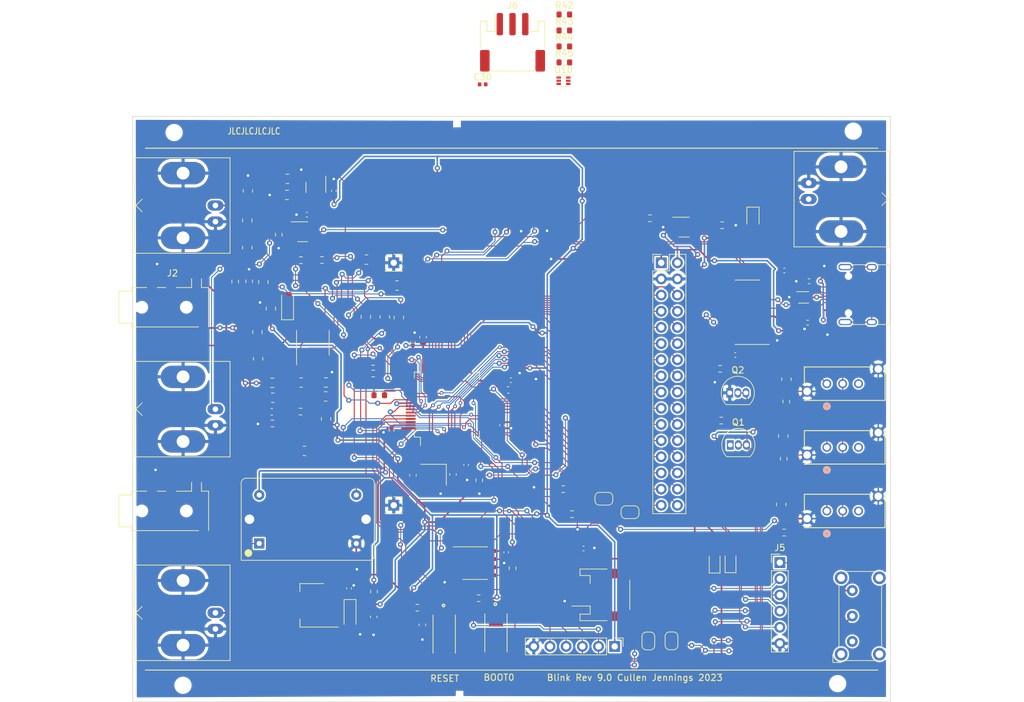
<source format=kicad_pcb>
(kicad_pcb (version 20221018) (generator pcbnew)
  (title_block (title "Blink") (date "2023-12-05") (rev "V9.0") (company "Cullen Jennings"))
  (layers (0 "F.Cu" signal) (31 "B.Cu" power) (34 "B.Paste" user) (35 "F.Paste" user) (36 "B.SilkS" user "B.Silkscreen") (37 "F.SilkS" user "F.Silkscreen") (38 "B.Mask" user) (39 "F.Mask" user) (44 "Edge.Cuts" user))
  (net 0 "")
  (net 1 "+3.3V")
  (net 2 "/AUX_CLK")
  (net 3 "/AUX_GPS_PPS")
  (net 4 "/OSC_ADJ")
  (net 5 "/HSE_OUT")
  (net 6 "/HSE_IN")
  (net 7 "/GPS_PPS")
  (net 8 "+3.3VA")
  (net 9 "/LEDMG")
  (net 10 "/LEDMR")
  (net 11 "/NCOL1")
  (net 12 "/AUD_OUT")
  (net 13 "Net-(C7-Pad1)")
  (net 14 "/Mic")
  (net 15 "/BOOT1")
  (net 16 "/LEDMY")
  (net 17 "/NCOL3")
  (net 18 "/NCOL2")
  (net 19 "/NCOL5")
  (net 20 "/NCOL4")
  (net 21 "GND")
  (net 22 "/NCOL7")
  (net 23 "/NCOL6")
  (net 24 "/NCOL9")
  (net 25 "/NCOL8")
  (net 26 "/NROW1")
  (net 27 "/NCOL10")
  (net 28 "/NROW3")
  (net 29 "/NROW2")
  (net 30 "/NROW5")
  (net 31 "/NROW4")
  (net 32 "/SWDIO")
  (net 33 "/SWDCLK")
  (net 34 "/LED9")
  (net 35 "/LED10")
  (net 36 "/USB_RX")
  (net 37 "/USB_TX")
  (net 38 "/SCL")
  (net 39 "/AUD_IN")
  (net 40 "Net-(C17-Pad2)")
  (net 41 "Net-(R1-Pad2)")
  (net 42 "/DB3")
  (net 43 "/SDA")
  (net 44 "/NRST")
  (net 45 "/BOOT0")
  (net 46 "/GPS_RX1")
  (net 47 "/GPS_TX1")
  (net 48 "SYNC_IN")
  (net 49 "Net-(SW1-B)")
  (net 50 "Net-(C8-Pad1)")
  (net 51 "/Left")
  (net 52 "Net-(U2A-+)")
  (net 53 "Net-(J12-In)")
  (net 54 "/CLK")
  (net 55 "/AUX_MON_PPS")
  (net 56 "Net-(J4-In)")
  (net 57 "/LED7")
  (net 58 "/LED8")
  (net 59 "/LED1")
  (net 60 "/LED2")
  (net 61 "/BTN1")
  (net 62 "PPS_OUT")
  (net 63 "Net-(J11-In)")
  (net 64 "Net-(J7-Pin_2)")
  (net 65 "Net-(C13-Pad2)")
  (net 66 "Net-(U4-VCAP_1)")
  (net 67 "Net-(U2A--)")
  (net 68 "Net-(U4-VCAP_2)")
  (net 69 "/Right")
  (net 70 "Net-(U2B--)")
  (net 71 "Net-(U2B-+)")
  (net 72 "Net-(R25-Pad1)")
  (net 73 "Net-(R35-Pad1)")
  (net 74 "Net-(J13-In)")
  (net 75 "Net-(R24-Pad1)")
  (net 76 "Net-(R28-Pad2)")
  (net 79 "Net-(C26-Pad1)")
  (net 80 "VBUS")
  (net 81 "+BATT")
  (net 82 "Net-(D1-K)")
  (net 83 "Net-(D2-K)")
  (net 84 "Net-(J9-CC1)")
  (net 85 "Net-(J9-D+-PadA6)")
  (net 86 "Net-(J9-D--PadA7)")
  (net 88 "Net-(J9-CC2)")
  (net 90 "unconnected-(J9-SHIELD-PadS1)")
  (net 91 "Net-(U9-STAT)")
  (net 92 "Net-(U9-PROG)")
  (net 93 "Net-(U7-UD+)")
  (net 94 "Net-(U7-UD-)")
  (net 101 "/USB_DTR")
  (net 102 "/USB_RTS")
  (net 104 "/LED3")
  (net 105 "/LED5")
  (net 106 "Net-(R36-Pad1)")
  (net 110 "/LED6")
  (net 111 "/LED4")
  (net 112 "/MON_PPS")
  (net 114 "Net-(JP3-B)")
  (net 115 "Net-(Q1-B)")
  (net 116 "Net-(JP4-B)")
  (net 117 "Net-(Q2-B)")
  (net 118 "Net-(X1-Vcontrol)")
  (net 119 "Net-(J7-Pin_3)")
  (net 120 "Net-(J7-Pin_4)")
  (net 121 "Net-(J7-Pin_5)")
  (net 122 "AUX_SYNC_IN")
  (footprint "Capacitor_SMD:C_0402_1005Metric" (layer "F.Cu") (at 181.8 105.9)
    (fp_text reference "C29" hide)
    (fp_text value "4u7")
  )
  (footprint "Capacitor_SMD:C_0603_1608Metric" (layer "F.Cu") (at 161.303029 94.264457 -90)
    (fp_text reference "C11" hide)
    (fp_text value "33p" hide)
  )
  (footprint "Resistor_SMD:R_0603_1608Metric" (layer "F.Cu") (at 178.78 24.5)
    (fp_text reference "R43")
    (fp_text value "1K0")
  )
  (footprint "blinky_footprints:LC1258OASP" (layer "F.Cu") (at 220 80 90)
    (fp_text reference "SW5" hide)
    (fp_text value "LC1258OASP")
  )
  (footprint "Capacitor_SMD:C_0402_1005Metric" (layer "F.Cu") (at 163.36537 92.767673 -90)
    (fp_text reference "C22" hide)
    (fp_text value "100n")
  )
  (footprint "Resistor_SMD:R_0603_1608Metric" (layer "F.Cu") (at 165.325 113.7 180)
    (fp_text reference "R12" hide)
    (fp_text value "1K5")
  )
  (footprint "Jumper:SolderJumper-2_P1.3mm_Bridged_RoundedPad1.0x1.5mm" (layer "F.Cu") (at 184.991671 98.076566)
    (fp_text reference "JP2" hide)
    (fp_text value "SolderJumper_2_Bridged")
  )
  (footprint "Package_TO_SOT_SMD:SOT-23-5" (layer "F.Cu") (at 139.767963 49.162526 -90)
    (fp_text reference "U5" hide)
    (fp_text value "SN74LVC1G14DBV" hide)
  )
  (footprint "Resistor_SMD:R_0805_2012Metric" (layer "F.Cu") (at 135.302384 47.816646 180)
    (fp_text reference "R24" hide)
    (fp_text value "200R" hide)
  )
  (footprint "Resistor_SMD:R_0603_1608Metric" (layer "F.Cu") (at 129.297294 63.911164 90)
    (fp_text reference "R11" hide)
    (fp_text value "1K0")
  )
  (footprint "Resistor_SMD:R_0805_2012Metric" (layer "F.Cu") (at 141.366687 85.521076 -90)
    (fp_text reference "R3" hide)
    (fp_text value "47K")
  )
  (footprint "blinky_footprints:LC1258OASP" (layer "F.Cu") (at 220 90 90)
    (fp_text reference "SW2" hide)
    (fp_text value "LC1258OASP")
  )
  (footprint "Jumper:SolderJumper-2_P1.3mm_Bridged2Bar_RoundedPad1.0x1.5mm" (layer "F.Cu") (at 191.97616 120.422579 -90)
    (fp_text reference "JP3" hide)
    (fp_text value "SolderJumper_2_Bridged")
  )
  (footprint "Capacitor_SMD:C_0805_2012Metric" (layer "F.Cu") (at 135.235694 50.343255)
    (fp_text reference "C25" hide)
    (fp_text value "47p")
  )
  (footprint "Capacitor_SMD:C_0402_1005Metric" (layer "F.Cu") (at 213.32 62.2)
    (fp_text reference "C28" hide)
    (fp_text value "4u7")
  )
  (footprint "Resistor_SMD:R_0805_2012Metric" (layer "F.Cu") (at 212.837131 98.977144 -90)
    (fp_text reference "R36" hide)
    (fp_text value "200R")
  )
  (footprint "MountingHole:MountingHole_2.2mm_M2" (layer "F.Cu") (at 221.69363 127.127377 90)
    (fp_text reference "H5" hide)
    (fp_text value "M2" hide)
  )
  (footprint "Crystal:Crystal_SMD_3225-4Pin_3.2x2.5mm" (layer "F.Cu") (at 158.248131 94.317514 180)
    (fp_text reference "Y1" hide)
    (fp_text value "16MHz " hide)
  )
  (footprint "Package_SO:SOIC-16_3.9x9.9mm_P1.27mm" (layer "F.Cu") (at 207.525 68.775 180)
    (fp_text reference "U7" hide)
    (fp_text value "CH340C")
  )
  (footprint "Resistor_SMD:R_0805_2012Metric" (layer "F.Cu") (at 213.655486 79.303498 -90)
    (fp_text reference "R25" hide)
    (fp_text value "200R")
  )
  (footprint "Resistor_SMD:R_0603_1608Metric" (layer "F.Cu") (at 203.249961 77.659451 180)
    (fp_text reference "R37" hide)
    (fp_text value "1K0")
  )
  (footprint "Resistor_SMD:R_0805_2012Metric" (layer "F.Cu") (at 141.3125 82 180)
    (fp_text reference "R4" hide)
    (fp_text value "47K")
  )
  (footprint "Resistor_SMD:R_0603_1608Metric" (layer "F.Cu") (at 178.78 27.01)
    (fp_text reference "R44")
    (fp_text value "1K0")
  )
  (footprint "Capacitor_SMD:C_0603_1608Metric" (layer "F.Cu") (at 132.85053 84.408681 180)
    (fp_text reference "C27" hide)
    (fp_text value "100n")
  )
  (footprint "Connector_PinHeader_2.54mm:PinHeader_2x16_P2.54mm_Vertical" (layer "F.Cu") (at 194 61)
    (fp_text reference "J14" hide)
    (fp_text value "Conn_02x16_Odd_Even")
  )
  (footprint "Resistor_SMD:R_0805_2012Metric" (layer "F.Cu") (at 152.8 69.6125 90)
    (fp_text reference "R19" hide)
    (fp_text value "560R")
  )
  (footprint "Diode_SMD:D_SOD-323" (layer "F.Cu") (at 204.881217 108.088531 90)
    (fp_text reference "D3" hide)
    (fp_text value "1N5819WS")
  )
  (footprint "Capacitor_Tantalum_SMD:CP_EIA-3216-18_Kemet-A" (layer "F.Cu") (at 145.136094 116.223745 -90)
    (fp_text reference "C3" hide)
    (fp_text value "10u")
  )
  (footprint "Jumper:SolderJumper-2_P1.3mm_Bridged_RoundedPad1.0x1.5mm" (layer "F.Cu") (at 189.101009 100.193498)
    (fp_text reference "JP1" hide)
    (fp_text value "SolderJumper_2_Bridged")
  )
  (footprint "Connector_JST:JST_PH_S2B-PH-SM4-TB_1x02-1MP_P2.00mm_Horizontal" (layer "F.Cu") (at 184.55176 113.178632 90)
    (fp_text reference "J1" hide)
    (fp_text value "Conn_01x02" hide)
  )
  (footprint "blinky_footprints:SW_147873-2" (layer "F.Cu") (at 168.049761 119.158237 -90)
    (fp_text reference "S2" hide)
    (fp_text value "147873-2")
  )
  (footprint "Resistor_SMD:R_0603_1608Metric" (layer "F.Cu") (at 192.225 54)
    (fp_text reference "R27" hide)
    (fp_text value "1K0")
  )
  (footprint "Package_TO_SOT_SMD:SOT-23-5" (layer "F.Cu") (at 137.704936 56.122486)
    (fp_text reference "U6" hide)
    (fp_text value "SN74LVC1G14DBV" hide)
  )
  (footprint "Connector_PinHeader_2.54mm:PinHeader_1x06_P2.54mm_Vertical" (layer "F.Cu") (at 186.690464 121.276121 -90)
    (fp_text reference "J7" hide)
    (fp_text value "Conn_01x06_Pin" hide)
  )
  (footprint "Capacitor_SMD:C_0402_1005Metric" (layer "F.Cu") (at 169.006009 86.528826 -90)
    (fp_text reference "C12" hide)
    (fp_text value "100n")
  )
  (footprint "Resistor_SMD:R_0603_1608Metric" (layer "F.Cu") (at 178.78 29.52)
    (fp_text reference "R45")
    (fp_text value "1K0")
  )
  (footprint "Capacitor_SMD:C_0603_1608Metric" (layer "F.Cu") (at 156.6 72.675 -90)
    (fp_text reference "C19" hide)
    (fp_text value "2u2")
  )
  (footprint "Resistor_SMD:R_0805_2012Metric" (layer "F.Cu") (at 129.1 49.7125 90)
    (fp_text reference "R13" hide)
    (fp_text value "560R")
  )
  (footprint "Resistor_SMD:R_0603_1608Metric" (layer "F.Cu") (at 203.413121 85.797845)
    (fp_text reference "R38" hide)
    (fp_text value "1K0")
  )
  (footprint "blinky_footprints:SW_147873-2" (layer "F.Cu") (at 159.919065 119.348568 -90)
    (fp_text reference "S1" hide)
    (fp_text value "147873-2")
  )
  (footprint "Package_TO_SOT_SMD:SOT-563" (layer "F.Cu") (at 178.65 32.4)
    (fp_text reference "U10")
    (fp_text value "TMP102xxDRL")
  )
  (footprint "Capacitor_SMD:C_0805_2012Metric" (layer "F.Cu") (at 141.35 79.8 180)
    (fp_text reference "C9" hide)
    (fp_text value "100n")
  )
  (footprint "Resistor_SMD:R_0603_1608Metric" (layer "F.Cu") (at 178.614905 96.565015)
    (fp_text reference "R31" hide)
    (fp_text value "4K7")
  )
  (footprint "Package_TO_SOT_SMD:SOT-223-3_TabPin2" (layer "F.Cu") (at 139.173781 114.828555 180)
    (fp_text reference "U1" hide)
    (fp_text value "AMS1117-3.3" hide)
  )
  (footprint "Capacitor_SMD:C_0402_1005Metric" (layer "F.Cu") (at 144.97611 112.162498 -90)
    (fp_text reference "C1" hide)
    (fp_text value "100n")
  )
  (footprint "Resistor_SMD:R_0402_1005Metric" (layer "F.Cu") (at 216.99 70.4)
    (fp_text reference "R22" hide)
    (fp_text value "5k1")
  )
  (footprint "Capacitor_SMD:C_0402_1005Metric" (layer "F.Cu") (at 169.648461 106.496086 90)
    (fp_text reference "C20" hide)
    (fp_text value "100n")
  )
  (footprint "Resistor_SMD:R_0603_1608Metric" (layer "F.Cu") (at 213.297604 103.392346 180)
    (fp_text reference "R34" hide)
    (fp_text value "4K7")
  )
  (footprint "blinky_footprints:Jack_3.5mm_PJ320D_Horizontal-CJ" (layer "F.Cu") (at 118 68)
    (fp_text reference "J2")
    (fp_text value "PJ-320D")
  )
  (footprint "Capacitor_SMD:C_0603_1608Metric" (layer "F.Cu") (at 156.5 117.875 -90)
    (fp_text reference "C10" hide)
    (fp_text value "100n")
  )
  (footprint "Resistor_SMD:R_0402_1005Metric" (layer "F.Cu") (at 217.21 63.9)
    (fp_text reference "R21" hide)
    (fp_text value "5k1")
  )
  (footprint "Capacitor_SMD:C_0402_1005Metric" (layer "F.Cu") (at 165.96 32.97)
    (fp_text reference "C30")
    (fp_text value "100n")
  )
  (footprint "Capacitor_SMD:C_0805_2012Metric" (layer "F.Cu") (at 131.535747 64.017831 -90)
    (fp_text reference "C17" hide)
    (fp_text value "100n")
  )
  (footprint "Capacitor_SMD:C_0603_1608Metric" (layer "F.Cu") (at 148.865005 116.651225 90)
    (fp_text reference "C4" hide)
    (fp_text value "100n")
  )
  (footprint "Resistor_SMD:R_0805_2012Metric" (layer "F.Cu") (at 129 58.6125 -90)
    (fp_text reference "R6" hide)
    (fp_text value "10K")
  )
  (footprint "Resistor_SMD:R_0805_2012Metric" (layer "F.Cu") (at 150.6 69.5125 90)
    (fp_text reference "R1" hide)
    (fp_text value "560R")
  )
  (footprint "Package_TO_SOT_SMD:SOT-666" (layer "F.Cu") (at 216.35 66.4375)
    (fp_text reference "U8" hide)
    (fp_text value "USBLC6-2P6")
  )
  (footprint "Button_Switch_THT:SW_E-Switch_EG1224_SPDT_Angled" (layer "F.Cu") (at 224 120.5 90)
    (fp_text reference "SW1" hide)
    (fp_text value "SW_SPDT")
  )
  (footprint "Connector_PinSocket_2.54mm:PinSocket_1x01_P2.54mm_Vertical" (layer "F.Cu") (at 152 61)
    (fp_text reference "J15" hide)
    (fp_text value "Conn_01x01")
  )
  (footprint "Package_SO:SOIC-8_3.9x4.9mm_P1.27mm" (layer "F.Cu") (at 164.780643 108.190643)
    (fp_text reference "U3" hide)
    (fp_text value "M24C02-RMN")
  )
  (footprint "Capacitor_SMD:C_0402_1005Metric" (layer "F.Cu") (at 205.62 75.5)
    (fp_text reference "C2" hide)
    (fp_text value "100n")
  )
  (footprint "Package_QFP:LQFP-64_10x10mm_P0.5mm" (layer "F.Cu") (at 160.340364 83.278819 90)
    (fp_text reference "U4" hide)
    (fp_text value "STM32F405RGTx" hide)
  )
  (footprint "Resistor_SMD:R_0805_2012Metric" (layer "F.Cu") (at 152.509232 64.577288)
    (fp_text reference "R7" hide)
    (fp_text value "1R0")
  )
  (footprint "blinky_footprints:Oscillator_DIP-14" (layer "F.Cu") (at 130.88 105.11)
    (fp_text reference "X1" hide)
    (fp_text value "GTXO-14V (2.048MHz)")
  )
  (footprint "Resistor_SMD:R_0603_1608Metric" (layer "F.Cu") (at 133.940404 56.581271 -90)
    (fp_text reference "R23" hide)
    (fp_text value "1K0")
  )
  (footprint "Resistor_SMD:R_0603_1608Metric" (layer "F.Cu") (at 148.775 78.4)
    (fp_text reference "R17" hide)
    (fp_text value "1K0")
  )
  (footprint "Capacitor_SMD:C_0402_1005Metric" (layer "F.Cu") (at 151.655273 87.375109 90)
    (fp_text reference "C18" hide)
    (fp_text value "100n")
  )
  (footprint "Package_SO:SOIC-8_3.9x4.9mm_P1.27mm" (layer "F.Cu") (at 139.305 73.575 90)
    (fp_text reference "U2" hide)
    (fp_text value "AD8397")
  )
  (footprint "Capacitor_SMD:C_0805_2012Metric" (layer "F.Cu") (at 129 54.35 -90)
    (fp_text reference "C13" hide)
    (fp_text value "10u")
  )
  (footprint "Resistor_SMD:R_0805_2012Metric" (layer "F.Cu") (at 133.002513 82.205878)
    (fp_text reference "R16" hide)
    (fp_text value "560R")
  )
  (footprint "Capacitor_SMD:C_0603_1608Metric" (layer "F.Cu") (at 155.010932 94.395483 90)
    (fp_text reference "C14" hide)
    (fp_text value "33p" hide)
  )
  (footprint "blinky_footprints:Jack_3.5mm_PJ320D_Horizontal-CJ" (layer "F.Cu") (at 118 100)
    (fp_text reference "J3" hide)
    (fp_text value "PJ-320D")
  )
  (footprint "MountingHole:MountingHole_2.2mm_M2" (layer "F.Cu") (at 117.513825 40.538568 90)
    (fp_text reference "H1" hide)
    (fp_text value "M2" hide)
  )
  (footprint "Resistor_SMD:R_0603_1608Metric" (layer "F.Cu") (at 127.10424 63.942052 -90)
    (fp_text reference "R10" hide)
    (fp_text value "1K0")
  )
  (footprint "Capacitor_SMD:C_0805_2012Metric" (layer "F.Cu") (at 132.711843 68.187506 -90)
    (fp_text reference "C6" hide)
    (fp_text value "100n")
  )
  (footprint "Package_TO_SOT_THT:TO-92_Inline" (layer "F.Cu") (at 204.753773 81.434961)
    (fp_text reference "Q2")
    (fp_text value "S8050")
  )
  (footprint "Resistor_SMD:R_0805_2012Metric" (layer "F.Cu") (at 213.163431 88.231151 -90)
    (fp_text reference "R35" hide)
    (fp_text value "200R")
  )
  (footprint "Resistor_SMD:R_0603_1608Metric" (layer "F.Cu") (at 170.648461 109.001086 -90)
    (fp_text reference "R15" hide)
    (fp_text value "1K5")
  )
  (footprint "Capacitor_SMD:C_0603_1608Metric" (layer "F.Cu") (at 169.974471 80.987211 180)
    (fp_text reference "C16" hide)
    (fp_text value "2u2")
  )
  (footprint "Capacitor_SMD:C_0402_1005Metric" (layer "F.Cu") (at 142.594854 49.70697 90)
    (fp_text reference "C23" hide)
    (fp_text value "100n" hide)
  )
  (footprint "blinky_footprints:BNC_Amphenol_B6252HB-NPP3G-50_Horizontal-CJ" (layer "F.Cu") (at 121.5 52 90)
    (fp_text reference "J11" hide)
    (fp_text value "KH-BNC50-3511")
  )
  (footprint "Capacitor_SMD:C_0402_1005Metric" (layer "F.Cu") (at 138.349689 53.450551 180)
    (fp_text reference "C24" hide)
    (fp_text value "100n" hide)
  )
  (footprint "Diode_SMD:D_SOD-323" (layer "F.Cu") (at 202.381217 108.138531 90)
    (fp_text reference "D2" hide)
    (fp_text value "1N5819WS")
  )
  (footprint "Package_TO_SOT_SMD:SOT-23-5" (layer "F.Cu") (at 197.6 55.4)
    (fp_text reference "U9" hide)
    (fp_text value "MCP73832-2-OT")
  )
  (footprint "Capacitor_SMD:C_0805_2012Metric" (layer "F.Cu") (at 130.6 71.9 90)
    (fp_text reference "C7" hide)
    (fp_text value "10u")
  )
  (footprint "Resistor_SMD:R_0603_1608Metric" (layer "F.Cu") (at 137.425 60.6)
    (fp_text reference "R28" hide)
    (fp_text value "1K0")
  )
  (footprint "Resistor_SMD:R_0603_1608Metric" (layer "F.Cu") (at 148.757504 76.579144)
    (fp_text reference "R20" hide)
    (fp_text value "1K0")
  )
  (footprint "Resistor_SMD:R_0603_1608Metric" (layer "F.Cu") (at 213.23123 91.782969 -90)
    (fp_text reference "R14" hide)
    (fp_text value "4K7" hide)
  )
  (footprint "Resistor_SMD:R_0805_2012Metric" (layer "F.Cu") (at 130.7 76.0875 -90)
    (fp_text reference "R2" hide)
    (fp_text value "560R")
  )
  (footprint "LED_SMD:LED_0805_2012Metric" (layer "F.Cu") (at 208.4 53.9375 -90)
    (fp_text reference "D1" hide)
    (fp_text value "LED")
  )
  (footprint "MountingHole:MountingHole_2.2mm_M2" (layer "F.Cu") (at 118.908606 127.389757 90)
    (fp_text reference "H4" hide)
    (fp_text value "M2" hide)
  )
  (footprint "Resistor_SMD:R_0603_1608Metric" (layer "F.Cu") (at 165.422128 95.172104 -90)
    (fp_text reference "R33" hide)
    (fp_text value "4K7")
  )
  (footprint "blinky_footprints:LC1258OASP" (layer "F.Cu") (at 220 100 90)
    (fp_text reference "SW3" hide)
    (fp_text value "LC1258OASP")
  )
  (footprint "Resistor_SMD:R_0603_1608Metric" (layer "F.Cu") (at 178.78 21.99)
    (fp_text reference "R42")
    (fp_text value "1K0")
  )
  (footprint "Capacitor_SMD:C_0805_2012Metric" (layer "F.Cu") (at 147.62 69.4925 90)
    (fp_text reference "C26" hide)
    (fp_text value "10u")
  )
  (footprint "Connector_JST:JST_PH_S3B-PH-SM4-TB_1x03-1MP_P2.00mm_Horizontal" (layer "F.Cu") (at 170.65 26.36)
    (fp_text reference "J6")
    (fp_text value "Conn_01x03")
  )
  (footprint "Connector_PinSocket_2.54mm:PinSocket_1x01_P2.54mm_Vertical" (layer "F.Cu") (at 152 99.1)
    (fp_text reference "J16" hide)
    (fp_text value "Conn_01x01")
  )
  (footprint "Resistor_SMD:R_0603_1608Metric" (layer "F.Cu") (at 149.726571 81.814356 180)
    (fp_text reference "R26" hide)
    (fp_text value "4K7")
  )
  (footprint "Resistor_SMD:R_0603_1608Metric" (layer "F.Cu") (at 213.629867 82.798249 90)
    (fp_text reference "R18" hide)
    (fp_text value "4K7")
  )
  (footprint "Resistor_SMD:R_0603_1608Metric" (layer "F.Cu") (at 179.987762 100.498924)
    (fp_text reference "R32" hide)
    (fp_text value "4K7")
  )
  (footprint "Connector_USB:USB_C_Receptacle_HRO_TYPE-C-31-M-12" (layer "F.Cu") (at 226 66 90)
    (fp_text reference "J9" hide)
    (fp_text value "USB_C_Receptacle")
  )
  (footprint "Capacitor_Tantalum_SMD:CP_EIA-3216-18_Kemet-A" (layer "F.Cu") (at 135.329034 67.65 90)
    (fp_text reference "C5" hide)
    (fp_text value "10u")
  )
  (footprint "Resistor_SMD:R_0603_1608Metric" (layer "F.Cu") (at 137.363209 84.383749 180)
    (fp_text reference "R40" hide)
    (fp_text value "4K7")
  )
  (footprint "Capacitor_SMD:C_0402_1005Metric" (layer "F.Cu") (at 170.395817 79.449323)
    (fp_text reference "C15" hide)
    (fp_text value "100n")
  )
  (footprint "blinky_footprints:BNC_Amphenol_B6252HB-NPP3G-50_Horizontal-CJ" (layer "F.Cu") (at 219.652288 51 -90)
    (fp_text reference "J4" hide)
    (fp_text value "KH-BNC50-3511")
  )
  (footprint "blinky_footprints:BNC_Amphenol_B6252HB-NPP3G-50_Horizontal-CJ" (layer "F.Cu") (at 121.5 84 90)
    (fp_text reference "J12" hide)
    (fp_text value "KH-BNC50-3511")
  )
  (footprint "Connector_PinHeader_2.54mm:PinHeader_1x06_P2.54mm_Vertical" (layer "F.Cu") (at 212.620722 108.112833)
    (fp_text reference "J5")
    (fp_text value "Conn_01x06_Pin")
  )
  (footprint "Resistor_SMD:R_0603_1608Metric" (layer "F.Cu") (at 132.950392 86.253587 180)
    (fp_text reference "R41" hide)
    (fp_text value "4K7")
  )
  (footprint "Resistor_SMD:R_0603_1608Metric" (layer "F.Cu") (at 148.898972 112.658256 -90)
    (fp_text reference "FB1" hide)
    (fp_text value "120Ω@100MHz " hide)
  )
  (footprint "Resistor_SMD:R_0603_1608Metric" (layer "F.Cu") (at 140.728717 60.570709 180)
    (fp_text reference "R29" hide)
    (fp_text value "1K0")
  )
  (footprint "Resistor_SMD:R_0805_2012Metric" (layer "F.Cu") (at 137.451365 79.822931 180)
    (fp_text reference "R5" hide)
    (fp_text value "1K0")
  )
  (footprint "Resistor_SMD:R_0805_2012Metric" (layer "F.Cu") (at 137.974264 90.566679)
    (fp_text reference "R39" hide)
    (fp_text value "47K")
  )
  (footprint "Capacitor_SMD:C_0402_1005Metric" (layer "F.Cu") (at 154.998403 73.481035 90)
    (fp_text reference "C21" hide)
    (fp_text value "100n")
  )
  (footprint "Resistor_SMD:R_0805_2012Metric" (layer "F.Cu") (at 147.7125 60.5 180)
    (fp_text reference "R8" hide)
    (fp_text value "100K")
  )
  (footprint "Jumper:SolderJumper-2_P1.3mm_Bridged2Bar_RoundedPad1.0x1.5mm" (layer "F.Cu") (at 195.614875 120.403431 90)
    (fp_text reference "JP4" hide)
    (fp_text value "SolderJumper_2_Bridged")
  )
  (footprint "Resistor_SMD:R_0603_1608Metric" (layer "F.Cu") (at 203.575 55.1)
    (fp_text reference "R30" hide)
    (fp_text value "2K0")
  )
  (footprint "Resistor_SMD:R_0603_1608Metric" (layer "F.Cu") (at 155.7 115.2)
    (fp_text reference "R9" hide)
    (fp_text value "4K7")
  )
  (footprint "MountingHole:MountingHole_2.2mm_M2" (layer "F.Cu") (at 224.148165 40.323299 90)
    (fp_text reference "H3" hide)
    (fp_text value "M2" hide)
  )
  (footprint "Package_TO_SOT_THT:TO-92_Inline" (layer "F.Cu") (at 204.834987 89.62773)
    (fp_text reference "Q1")
    (fp_text value "S8550")
  )
  (footprint "Capacitor_SMD:C_0805_2012Metric" (layer "F.Cu") (at 132.935954 79.86063 180)
    (fp_text reference "C8" hide)
    (fp_text value "10u")
  )
  (footprint "blinky_footprints:BNC_Amphenol_B6252HB-NPP3G-50_Horizontal-CJ" (layer "F.Cu") (at 121.5 116 90)
    (fp_text reference "J13" hide)
    (fp_text value "KH-BNC50-3511")
  )
  (gr_line (start 113 43) (end 228 43) (stroke (width 0.15)) (layer "F.SilkS"))
  (gr_line (start 113 125) (end 228 125) (stroke (width 0.15)) (layer "F.SilkS"))
  (gr_line (start 230 130) (end 111 130) (stroke (width 0.1)) (layer "Edge.Cuts"))
  (gr_line (start 111 38) (end 230 38) (stroke (width 0.1)) (layer "Edge.Cuts"))
  (gr_line (start 230 38) (end 230 130) (stroke (width 0.1)) (layer "Edge.Cuts"))
  (gr_line (start 111 38) (end 111 130) (stroke (width 0.1)) (layer "Edge.Cuts"))
  (gr_text "Blink Rev 9.0 Cullen Jennings 2023" (at 175.958771 126.775849) (layer "F.SilkS") (effects (font (size 1 1)) (justify left bottom)))
  (gr_text "JLCJLCJLCJLC" (at 125.838388 40.904035) (layer "F.SilkS") (effects (font (size 1 0.8)) (justify left bottom)))
  (gr_text "BOOT0" (at 166.019173 126.744466) (layer "F.SilkS") (effects (font (size 1 1)) (justify left bottom)))
  (gr_text "RESET\n" (at 157.642866 126.897808) (layer "F.SilkS") (effects (font (size 1 1)) (justify left bottom)))
  (segment (start 212.434985 71.680974) (end 213.5 71.680974) (width 0.25) (layer "F.Cu") (net 1))
  (segment (start 171.091158 86.038756) (end 169.816705 86.038756) (width 0.25) (layer "F.Cu") (net 1))
  (segment (start 152.525463 87.855109) (end 152.845037 87.535535) (width 0.25) (layer "F.Cu") (net 1))
  (segment (start 142.323781 114.828555) (end 145.090904 114.828555) (width 0.25) (layer "F.Cu") (net 1))
  (segment (start 156.126388 74.853677) (end 156.115583 74.864482) (width 0.25) (layer "F.Cu") (net 1))
  (segment (start 193.973118 58.947409) (end 199.912147 58.947409) (width 0.25) (layer "F.Cu") (net 1))
  (segment (start 210 69.41) (end 211.81 69.41) (width 0.25) (layer "F.Cu") (net 1))
  (segment (start 201.639443 60.674705) (end 202.352284 60.674705) (width 0.25) (layer "F.Cu") (net 1))
  (segment (start 161.38501 54.918656) (end 162.309513 55.843159) (width 0.25) (layer "F.Cu") (net 1))
  (segment (start 170.06516 113.575897) (end 168.224665 113.575897) (width 0.15) (layer "F.Cu") (net 1))
  (segment (start 138.829689 55.159739) (end 138.842436 55.172486) (width 0.25) (layer "F.Cu") (net 1))
  (segment (start 154.998403 74.85093) (end 154.984851 74.864482) (width 0.25) (layer "F.Cu") (net 1))
  (segment (start 168.049761 121.558237) (end 170.921858 121.558237) (width 0.15) (layer "F.Cu") (net 1))
  (segment (start 222.4892 100) (end 222.4892 90) (width 0.15) (layer "F.Cu") (net 1))
  (segment (start 140.717963 50.300026) (end 142.481798 50.300026) (width 0.25) (layer "F.Cu") (net 1))
  (segment (start 151.655273 87.855109) (end 152.525463 87.855109) (width 0.25) (layer "F.Cu") (net 1))
  (segment (start 199.912147 58.947409) (end 201.639443 60.674705) (width 0.25) (layer "F.Cu") (net 1))
  (segment (start 168.008438 113.7) (end 168.178603 113.529835) (width 0.25) (layer "F.Cu") (net 1))
  (segment (start 169.915817 79.449323) (end 169.836321 79.528819) (width 0.25) (layer "F.Cu") (net 1))
  (segment (start 156.590364 77.603819) (end 156.590364 75.317653) (width 0.25) (layer "F.Cu") (net 1))
  (segment (start 213.5 71.680974) (end 213.5 74.4) (width 0.25) (layer "F.Cu") (net 1))
  (segment (start 169.648461 106.016086) (end 169.108461 106.016086) (width 0.25) (layer "F.Cu") (net 1))
  (segment (start 166.015364 86.028819) (end 168.231042 86.028819) (width 0.25) (layer "F.Cu") (net 1))
  (segment (start 152.845037 87.535535) (end 153.36221 87.018362) (width 0.25) (layer "F.Cu") (net 1))
  (segment (start 142.615917 50.208033) (end 142.594854 50.18697) (width 0.25) (layer "F.Cu") (net 1))
  (segment (start 180.170033 58.73173) (end 180.385712 58.947409) (width 0.25) (layer "F.Cu") (net 1))
  (segment (start 222.4892 80) (end 222.4892 76.008809) (width 0.15) (layer "F.Cu") (net 1))
  (segment (start 148.898972 110.863583) (end 148.871281 110.835892) (width 0.25) (layer "F.Cu") (net 1))
  (segment (start 205.1 73.27) (end 205.05 73.22) (width 0.25) (layer "F.Cu") (net 1))
  (segment (start 212.734977 108.112833) (end 212.762655 108.140511) (width 0.15) (layer "F.Cu") (net 1))
  (segment (start 169.915817 78.845204) (end 169.915817 79.449323) (width 0.25) (layer "F.Cu") (net 1))
  (segment (start 142.481798 50.300026) (end 142.594854 50.18697) (width 0.25) (layer "F.Cu") (net 1))
  (segment (start 156.181693 90.396604) (end 155.706106 90.396604) (width 0.25) (layer "F.Cu") (net 1))
  (segment (start 174.456457 100.446466) (end 175.876453 100.446466) (width 0.25) (layer "F.Cu") (net 1))
  (segment (start 194 61) (end 194 58.974291) (width 0.25) (layer "F.Cu") (net 1))
  (segment (start 154.875 115.2) (end 154.875 112.317933) (width 0.25) (layer "F.Cu") (net 1))
  (segment (start 147.247827 112.254186) (end 147.247827 114.204983) (width 0.25) (layer "F.Cu") (net 1))
  (segment (start 171.033394 114.544131) (end 170.06516 113.575897) (width 0.15) (layer "F.Cu") (net 1))
  (segment (start 222.4892 104.94414) (end 222.4892 100) (width 0.15) (layer "F.Cu") (net 1))
  (segment (start 161.38501 51.74501) (end 161.38501 54.918656) (width 0.25) (layer "F.Cu") (net 1))
  (segment (start 170.648461 104.912165) (end 170.617629 104.881333) (width 0.25) (layer "F.Cu") (net 1))
  (segment (start 194 58.974291) (end 193.973118 58.947409) (width 0.25) (layer "F.Cu") (net 1))
  (segment (start 150.51365 88.996732) (end 151.655273 87.855109) (width 0.25) (layer "F.Cu") (net 1))
  (segment (start 150.716683 93.918954) (end 150.51365 93.715921) (width 0.25) (layer "F.Cu") (net 1))
  (segment (start 169.816705 86.038756) (end 169.806635 86.048826) (width 0.25) (layer "F.Cu") (net 1))
  (segment (start 170.648461 106.076086) (end 170.648461 104.912165) (width 0.25) (layer "F.Cu") (net 1))
  (segment (start 148.898972 111.833256) (end 147.668757 111.833256) (width 0.25) (layer "F.Cu") (net 1))
  (segment (start 145.090904 114.828555) (end 145.136094 114.873745) (width 0.25) (layer "F.Cu") (net 1))
  (segment (start 220.880391 74.4) (end 213.5 74.4) (width 0.15) (layer "F.Cu") (net 1))
  (segment (start 175.876453 100.446466) (end 176.107625 100.677638) (width 0.25) (layer "F.Cu") (net 1))
  (segment (start 169.648461 106.016086) (end 169.65607 106.016086) (width 0.25) (layer "F.Cu") (net 1))
  (segment (start 138.829689 53.450551) (end 138.829689 55.159739) (width 0.25) (layer "F.Cu") (net 1))
  (segment (start 168.251049 86.048826) (end 168.231042 86.028819) (width 0.25) (layer "F.Cu") (net 1))
  (segment (start 146.572447 114.880363) (end 145.142712 114.880363) (width 0.25) (layer "F.Cu") (net 1))
  (segment (start 148.898972 111.833256) (end 148.898972 110.863583) (width 0.25) (layer "F.Cu") (net 1))
  (segment (start 169.006009 86.048826) (end 168.251049 86.048826) (width 0.25) (layer "F.Cu") (net 1))
  (segment (start 138.829689 53.450551) (end 138.829689 52.728888) (width 0.25) (layer "F.Cu") (net 1))
  (segment (start 136.023781 114.828555) (end 142.323781 114.828555) (width 0.25) (layer "F.Cu") (net 1))
  (segment (start 211.2 76.7) (end 209.991576 76.7) (width 0.25) (layer "F.Cu") (net 1))
  (segment (start 209.970442 76.721134) (end 209.991576 76.7) (width 0.25) (layer "F.Cu") (net 1))
  (segment (start 154.9634 73.996038) (end 154.998403 73.961035) (width 0.25) (layer "F.Cu") (net 1))
  (segment (start 169.71607 106.076086) (end 170.648461 106.076086) (width 0.25) (layer "F.Cu") (net 1))
  (segment (start 156.590364 75.317653) (end 156.126388 74.853677) (width 0.25) (layer "F.Cu") (net 1))
  (segment (start 202.28972 88.244825) (end 202.722625 88.67773) (width 0.25) (layer "F.Cu") (net 1))
  (segment (start 155.706106 90.396604) (end 152.845037 87.535535) (width 0.25) (layer "F.Cu") (net 1))
  (segment (start 171.20717 77.553851) (end 169.915817 78.845204) (width 0.25) (layer "F.Cu") (net 1))
  (segment (start 202.352284 60.674705) (end 202.35948 60.667509) (width 0.25) (layer "F.Cu") (net 1))
  (segment (start 154.984851 74.864482) (end 156.115583 74.864482) (width 0.25) (layer "F.Cu") (net 1))
  (segment (start 169.108461 106.016086) (end 168.838904 106.285643) (width 0.25) (layer "F.Cu") (net 1))
  (segment (start 153.36221 87.018362) (end 153.372667 87.028819) (width 0.25) (layer "F.Cu") (net 1))
  (segment (start 171.033394 121.446701) (end 171.033394 114.544131) (width 0.15) (layer "F.Cu") (net 1))
  (segment (start 153.9 73.996038) (end 154.9634 73.996038) (width 0.25) (layer "F.Cu") (net 1))
  (segment (start 222.4892 76.008809) (end 220.880391 74.4) (width 0.15) (layer "F.Cu") (net 1))
  (segment (start 142.62011 51.813241) (end 142.615917 51.809048) (width 0.25) (layer "F.Cu") (net 1))
  (segment (start 170.648461 106.076086) (end 170.648461 108.176086) (width 0.25) (layer "F.Cu") (net 1))
  (segment (start 202.722625 88.67773) (end 203.634987 88.67773) (width 0.25) (layer "F.Cu") (net 1))
  (segment (start 212.620722 108.112833) (end 212.734977 108.112833) (width 0.15) (layer "F.Cu") (net 1))
  (segment (start 140.271882 52.3251) (end 140.733396 51.863586) (width 0.25) (layer "F.Cu") (net 1))
  (segment (start 219.308029 108.140511) (end 222.4968 104.95174) (width 0.15) (layer "F.Cu") (net 1))
  (segment (start 145.142712 114.880363) (end 145.136094 114.873745) (width 0.25) (layer "F.Cu") (net 1))
  (segment (start 156.590364 89.987933) (end 156.181693 90.396604) (width 0.25) (layer "F.Cu") (net 1))
  (segment (start 150.51365 93.715921) (end 150.51365 88.996732) (width 0.25) (layer "F.Cu") (net 1))
  (segment (start 208.413644 87.600645) (end 209.970442 86.043847) (width 0.25) (layer "F.Cu") (net 1))
  (segment (start 174.829383 72.022232) (end 173.855111 71.04796) (width 0.25) (layer "F.Cu") (net 1))
  (segment (start 213.5 71.1) (end 213.5 71.680974) (width 0.25) (layer "F.Cu") (net 1))
  (segment (start 212.762655 108.140511) (end 219.308029 108.140511) (width 0.15) (layer "F.Cu") (net 1))
  (segment (start 154.998403 73.961035) (end 154.998403 74.85093) (width 0.25) (layer "F.Cu") (net 1))
  (segment (start 175.311172 72.022232) (end 174.829383 72.022232) (width 0.25) (layer "F.Cu") (net 1))
  (segment (start 147.668757 111.833256) (end 147.247827 112.254186) (width 0.25) (layer "F.Cu") (net 1))
  (segment (start 205.1 76.3) (end 205.1 73.27) (width 0.25) (layer "F.Cu") (net 1))
  (segment (start 180.385712 58.947409) (end 193.973118 58.947409) (width 0.25) (layer "F.Cu") (net 1))
  (segment (start 169.65607 106.016086) (end 169.71607 106.076086) (width 0.25) (layer "F.Cu") (net 1))
  (segment (start 138.829689 52.728888) (end 139.233477 52.3251) (width 0.25) (layer "F.Cu") (net 1))
  (segment (start 168.224665 113.575897) (end 168.178603 113.529835) (width 0.15) (layer "F.Cu") (net 1))
  (segment (start 181.606264 51.284625) (end 181.590099 51.30079) (width 0.25) (layer "F.Cu") (net 1))
  (segment (start 174.28636 89.532753) (end 174.28636 89.233958) (width 0.25) (layer "F.Cu") (net 1))
  (segment (start 173.36719 77.553851) (end 171.20717 77.553851) (width 0.25) (layer "F.Cu") (net 1))
  (segment (start 162.309513 55.843159) (end 166.06028 55.843159) (width 0.25) (layer "F.Cu") (net 1))
  (segment (start 209.991576 76.7) (end 205.5 76.7) (width 0.25) (layer "F.Cu") (net 1))
  (segment (start 140.733396 51.863586) (end 140.733396 50.315459) (width 0.25) (layer "F.Cu") (net 1))
  (segment (start 209.970442 86.043847) (end 209.970442 76.721134) (width 0.25) (layer "F.Cu") (net 1))
  (segment (start 156.590364 88.953819) (end 156.590364 89.987933) (width 0.25) (layer "F.Cu") (net 1))
  (segment (start 154.875 112.317933) (end 155.138156 112.054777) (width 0.25) (layer "F.Cu") (net 1))
  (segment (start 166.06028 53.105293) (end 165.97414 53.019153) (width 0.25) (layer "F.Cu") (net 1))
  (segment (start 166.015364 79.528819) (end 169.836321 79.528819) (width 0.25) (layer "F.Cu") (net 1))
  (segment (start 181.606264 49.457958) (end 181.606264 51.284625) (width 0.25) (layer "F.Cu") (net 1))
  (segment (start 205.5 76.7) (end 205.1 76.3) (width 0.25) (layer "F.Cu") (net 1))
  (segment (start 142.615917 51.809048) (end 142.615917 50.208033) (width 0.25) (layer "F.Cu") (net 1))
  (segment (start 213.5 74.4) (end 211.2 76.7) (width 0.25) (layer "F.Cu") (net 1))
  (segment (start 158.84 46.128213) (end 158.84 49.2) (width 0.25) (layer "F.Cu") (net 1))
  (segment (start 139.233477 52.3251) (end 140.271882 52.3251) (width 0.25) (layer "F.Cu") (net 1))
  (segment (start 170.921858 121.558237) (end 171.033394 121.446701) (width 0.15) (layer "F.Cu") (net 1))
  (segment (start 158.84 49.2) (end 161.38501 51.74501) (width 0.25) (layer "F.Cu") (net 1))
  (segment (start 153.372667 87.028819) (end 154.665364 87.028819) (width 0.25) (layer "F.Cu") (net 1))
  (segment (start 174.28636 89.233958) (end 171.091158 86.038756) (width 0.25) (layer "F.Cu") (net 1))
  (segment (start 166.06028 55.843159) (end 166.06028 53.105293) (width 0.25) (layer "F.Cu") (net 1))
  (segment (start 169.806635 86.048826) (end 169.006009 86.048826) (width 0.25) (layer "F.Cu") (net 1))
  (segment (start 168.838904 106.285643) (end 167.255643 106.285643) (width 0.25) (layer "F.Cu") (net 1))
  (segment (start 140.733396 50.315459) (end 140.717963 50.300026) (width 0.25) (layer "F.Cu") (net 1))
  (segment (start 222.4968 104.95174) (end 222.4892 104.94414) (width 0.15) (layer "F.Cu") (net 1))
  (segment (start 166.15 113.7) (end 168.008438 113.7) (width 0.25) (layer "F.Cu") (net 1))
  (segment (start 222.4892 90) (end 222.4892 80) (width 0.15) (layer "F.Cu") (net 1))
  (segment (start 147.247827 114.204983) (end 146.572447 114.880363) (width 0.25) (layer "F.Cu") (net 1))
  (segment (start 211.81 69.41) (end 213.5 71.1) (width 0.25) (layer "F.Cu") (net 1))
  (via (at 180.170033 58.73173) (size 0.8) (drill 0.4) (layers "F.Cu" "B.Cu") (net 1))
  (via (at 176.107625 100.677638) (size 0.8) (drill 0.4) (layers "F.Cu" "B.Cu") (net 1))
  (via (at 174.456457 100.446466) (size 0.8) (drill 0.4) (layers "F.Cu" "B.Cu") (net 1))
  (via (at 158.84 46.128213) (size 0.8) (drill 0.4) (layers "F.Cu" "B.Cu") (net 1))
  (via (at 181.606264 49.457958) (size 0.8) (drill 0.4) (layers "F.Cu" "B.Cu") (net 1))
  (via (at 173.36719 77.553851) (size 0.8) (drill 0.4) (layers "F.Cu" "B.Cu") (net 1))
  (via (at 202.35948 60.667509) (size 0.8) (drill 0.4) (layers "F.Cu" "B.Cu") (net 1))
  (via (at 173.855111 71.04796) (size 0.8) (drill 0.4) (layers "F.Cu" "B.Cu") (net 1))
  (via (at 212.434985 71.680974) (size 0.8) (drill 0.4) (layers "F.Cu" "B.Cu") (net 1))
  (via (at 208.413644 87.600645) (size 0.8) (drill 0.4) (layers "F.Cu" "B.Cu") (net 1))
  (via (at 142.62011 51.813241) (size 0.8) (drill 0.4) (layers "F.Cu" "B.Cu") (net 1))
  (via (at 175.311172 72.022232) (size 0.8) (drill 0.4) (layers "F.Cu" "B.Cu") (net 1))
  (via (at 153.9 73.996038) (size 0.8) (drill 0.4) (layers "F.Cu" "B.Cu") (net 1))
  (via (at 150.716683 93.918954) (size 0.8) (drill 0.4) (layers "F.Cu" "B.Cu") (net 1))
  (via (at 181.590099 51.30079) (size 0.8) (drill 0.4) (layers "F.Cu" "B.Cu") (net 1))
  (via (at 174.28636 89.532753) (size 0.8) (drill 0.4) (layers "F.Cu" "B.Cu") (net 1))
  (via (at 170.617629 104.881333) (size 0.8) (drill 0.4) (layers "F.Cu" "B.Cu") (net 1))
  (via (at 155.138156 112.054777) (size 0.8) (drill 0.4) (layers "F.Cu" "B.Cu") (net 1))
  (via (at 202.28972 88.244825) (size 0.8) (drill 0.4) (layers "F.Cu" "B.Cu") (net 1))
  (via (at 168.178603 113.529835) (size 0.8) (drill 0.4) (layers "F.Cu" "B.Cu") (net 1))
  (via (at 148.871281 110.835892) (size 0.8) (drill 0.4) (layers "F.Cu" "B.Cu") (net 1))
  (segment (start 168.178603 113.529835) (end 168.178603 100.684088) (width 0.25) (layer "B.Cu") (net 1))
  (segment (start 186.690464 104.866708) (end 186.690464 121.276121) (width 0.25) (layer "B.Cu") (net 1))
  (segment (start 142.62011 51.813241) (end 143.513229 50.920122) (width 0.25) (layer "B.Cu") (net 1))
  (segment (start 173.37787 77.543171) (end 176.107625 77.543171) (width 0.25) (layer "B.Cu") (net 1))
  (segment (start 176.107625 62.794139) (end 179.62228 59.279484) (width 0.25) (layer "B.Cu") (net 1))
  (segment (start 155.138156 112.054777) (end 158.084273 109.10866) (width 0.25) (layer "B.Cu") (net 1))
  (segment (start 173.36719 77.553851) (end 173.37787 77.543171) (width 0.25) (layer "B.Cu") (net 1))
  (segment (start 174.28636 89.532753) (end 176.107625 89.532753) (width 0.25) (layer "B.Cu") (net 1))
  (segment (start 158.084273 109.10866) (end 158.084273 101.096655) (width 0.25) (layer "B.Cu") (net 1))
  (segment (start 176.107625 100.677638) (end 177.678994 102.249007) (width 0.25) (layer "B.Cu") (net 1))
  (segment (start 181.620616 57.281148) (end 179.62228 59.279484) (width 0.25) (layer "B.Cu") (net 1))
  (segment (start 208.413644 87.600645) (end 208.401248 87.613041) (width 0.25) (layer "B.Cu") (net 1))
  (segment (start 158.07885 100.638976) (end 168.133491 100.638976) (width 0.25) (layer "B.Cu") (net 1))
  (segment (start 202.35948 60.667509) (end 210.619578 60.667509) (width 0.25) (layer "B.Cu") (net 1))
  (segment (start 176.107625 77.543171) (end 176.107625 89.20906) (width 0.25) (layer "B.Cu") (net 1))
  (segment (start 179.758893 44.296634) (end 181.620616 46.158357) (width 0.25) (layer "B.Cu") (net 1))
  (segment (start 143.513229 48.175775) (end 147.39237 44.296634) (width 0.25) (layer "B.Cu") (net 1))
  (segment (start 130.88 93.812156) (end 130.997621 93.694535) (width 0.25) (layer "B.Cu") (net 1))
  (segment (start 150.03857 93.918954) (end 149.867472 94.090052) (width 0.25) (layer "B.Cu") (net 1))
  (segment (start 147.39237 44.296634) (end 159.256758 44.296634) (width 0.25) (layer "B.Cu") (net 1))
  (segment (start 210.619578 60.667509) (end 211.92062 61.968551) (width 0.25) (layer "B.Cu") (net 1))
  (segment (start 176.092486 72.022232) (end 176.107625 72.007093) (width 0.25) (layer "B.Cu") (net 1))
  (segment (start 149.525263 104.793959) (end 149.525263 95.829056) (width 0.25) (layer "B.Cu") (net 1))
  (segment (start 179.62228 59.279483) (end 179.62228 59.279484) (width 0.25) (layer "B.Cu") (net 1))
  (segment (start 181.590099 51.30079) (end 181.590099 57.250631) (width 0.25) (layer "B.Cu") (net 1))
  (segment (start 150.716683 93.918954) (end 150.03857 93.918954) (width 0.25) (layer "B.Cu") (net 1))
  (segment (start 149.525263 95.829056) (end 150.56587 94.788449) (width 0.25) (layer "B.Cu") (net 1))
  (segment (start 181.620616 49.443606) (end 181.606264 49.457958) (width 0.25) (layer "B.Cu") (net 1))
  (segment (start 180.170033 58.73173) (end 179.62228 59.279483) (width 0.25) (layer "B.Cu") (net 1))
  (segment (start 177.678994 102.249007) (end 184.072763 102.249007) (width 0.25) (layer "B.Cu") (net 1))
  (segment (start 208.401248 87.613041) (end 202.921504 87.613041) (width 0.25) (layer "B.Cu") (net 1))
  (segment (start 158.84 46.128213) (end 158.84 44.296634) (width 0.25) (layer "B.Cu") (net 1))
  (segment (start 202.921504 87.613041) (end 202.28972 88.244825) (width 0.25) (layer "B.Cu") (net 1))
  (segment (start 148.871281 110.835892) (end 148.871281 105.447941) (width 0.25) (layer "B.Cu") (net 1))
  (segment (start 150.56587 94.788449) (end 151.964679 94.788449) (width 0.25) (layer "B.Cu") (net 1))
  (segment (start 170.617629 100.644614) (end 170.611991 100.638976) (width 0.25) (layer "B.Cu") (net 1))
  (segment (start 153.9 73.996038) (end 162.106868 73.996038) (width 0.25) (layer "B.Cu") (net 1))
  (segment (start 168.178603 100.684088) (end 168.133491 100.638976) (width 0.25) (layer "B.Cu") (net 1))
  (segment (start 130.88 97.49) (end 130.88 93.812156) (width 0.25) (layer "B.Cu") (net 1))
  (segment (start 170.611991 100.638976) (end 174.263947 100.638976) (width 0.25) (layer "B.Cu") (net 1))
  (segment (start 168.133491 100.638976) (end 170.611991 100.638976) (width 0.25) (layer "B.Cu") (net 1))
  (segment (start 184.072763 102.249007) (end 186.690464 104.866708) (width 0.25) (layer "B.Cu") (net 1))
  (segment (start 176.107625 71.900674) (end 176.107625 62.794139) (width 0.25) (layer "B.Cu") (net 1))
  (segment (start 158.084273 101.096655) (end 158.07885 101.091232) (width 0.25) (layer "B.Cu") (net 1))
  (segment (start 181.620616 46.158357) (end 181.620616 49.443606) (width 0.25) (layer "B.Cu") (net 1))
  (segment (start 158.84 44.296634) (end 159.256758 44.296634) (width 0.25) (layer "B.Cu") (net 1))
  (segment (start 174.263947 100.638976) (end 174.456457 100.446466) (width 0.25) (layer "B.Cu") (net 1))
  (segment (start 159.256758 44.296634) (end 179.758893 44.296634) (width 0.25) (layer "B.Cu") (net 1))
  (segment (start 176.107625 89.20906) (end 176.107625 100.677638) (width 0.25) (layer "B.Cu") (net 1))
  (segment (start 176.107625 71.900674) (end 176.107625 72.007093) (width 0.25) (layer "B.Cu") (net 1))
  (segment (start 162.106868 73.996038) (end 165.706518 70.396388) (width 0.25) (layer "B.Cu") (net 1))
  (segment (start 175.311172 72.022232) (end 176.092486 72.022232) (width 0.25) (layer "B.Cu") (net 1))
  (segment (start 176.107625 72.007093) (end 176.107625 77.543171) (width 0.25) (layer "B.Cu") (net 1))
  (segment (start 149.867472 94.090052) (end 150.56587 94.788449) (width 0.25) (layer "B.Cu") (net 1))
  (segment (start 170.617629 104.881333) (end 170.617629 100.644614) (width 0.25) (layer "B.Cu") (net 1))
  (segment (start 143.513229 50.920122) (end 143.513229 48.175775) (width 0.25) (layer "B.Cu") (net 1))
  (segment (start 181.590099 57.250631) (end 181.620616 57.281148) (width 0.25) (layer "B.Cu") (net 1))
  (segment (start 130.997621 93.694535) (end 149.471955 93.694535) (width 0.25) (layer "B.Cu") (net 1))
  (segment (start 211.645 62.244171) (end 211.645 70.890989) (width 0.25) (layer "B.Cu") (net 1))
  (segment (start 165.706518 70.396388) (end 173.203539 70.396388) (width 0.25) (layer "B.Cu") (net 1))
  (segment (start 158.07885 101.091232) (end 158.07885 100.638976) (width 0.25) (layer "B.Cu") (net 1))
  (segment (start 176.107625 89.532753) (end 176.107625 89.20906) (width 0.25) (layer "B.Cu") (net 1))
  (segment (start 149.471955 93.694535) (end 149.867472 94.090052) (width 0.25) (layer "B.Cu") (net 1))
  (segment (start 151.964679 94.788449) (end 157.815206 100.638976) (width 0.25) (layer "B.Cu") (net 1))
  (segment (start 211.92062 61.968551) (end 211.645 62.244171) (width 0.25) (layer "B.Cu") (net 1))
  (segment (start 148.871281 105.447941) (end 149.525263 104.793959) (width 0.25) (layer "B.Cu") (net 1))
  (segment (start 157.815206 100.638976) (end 158.07885 100.638976) (width 0.25) (layer "B.Cu") (net 1))
  (segment (start 211.645 70.890989) (end 212.434985 71.680974) (width 0.25) (layer "B.Cu") (net 1))
  (segment (start 173.203539 70.396388) (end 173.855111 71.04796) (width 0.25) (layer "B.Cu") (net 1))
  (segment (start 184.341671 98.076566) (end 182.564828 98.076566) (width 0.15) (layer "F.Cu") (net 2))
  (segment (start 163.090364 88.953819) (end 163.090364 90.143949) (width 0.15) (layer "F.Cu") (net 2))
  (segment (start 182.564828 98.076566) (end 177.862434 93.374172) (width 0.15) (layer "F.Cu") (net 2))
  (segment (start 163.090364 90.143949) (end 164.912995 91.96658) (width 0.15) (layer "F.Cu") (net 2))
  (segment (start 177.862434 93.374172) (end 174.252994 93.374172) (width 0.15) (layer "F.Cu") (net 2))
  (segment (start 167.040244 94.347104) (end 167.044683 94.351543) (width 0.15) (layer "F.Cu") (net 2))
  (segment (start 165.422128 94.347104) (end 167.040244 94.347104) (width 0.15) (layer "F.Cu") (net 2))
  (segment (start 164.912995 91.96658) (end 164.912995 93.837971) (width 0.15) (layer "F.Cu") (net 2))
  (segment (start 164.912995 93.837971) (end 165.422128 94.347104) (width 0.15) (layer "F.Cu") (net 2))
  (via (at 167.044683 94.351543) (size 0.8) (drill 0.4) (layers "F.Cu" "B.Cu") (net 2))
  (via (at 174.252994 93.374172) (size 0.8) (drill 0.4) (layers "F.Cu" "B.Cu") (net 2))
  (segment (start 173.851792 93.374172) (end 174.252994 93.374172) (width 0.15) (layer "B.Cu") (net 2))
  (segment (start 172.874421 94.351543) (end 173.851792 93.374172) (width 0.15) (layer "B.Cu") (net 2))
  (segment (start 167.044683 94.351543) (end 172.874421 94.351543) (width 0.15) (layer "B.Cu") (net 2))
  (segment (start 163.590364 89.962878) (end 165.664044 92.036558) (width 0.15) (layer "F.Cu") (net 3))
  (segment (start 176.254662 99.1) (end 182.529982 99.1) (width 0.15) (layer "F.Cu") (net 3))
  (segment (start 188.451009 100.193498) (end 183.62348 100.193498) (width 0.15) (layer "F.Cu") (net 3))
  (segment (start 174.336647 97.566498) (end 174.72116 97.566498) (width 0.15) (layer "F.Cu") (net 3))
  (segment (start 179.162762 100.498924) (end 177.653587 100.498924) (width 0.15) (layer "F.Cu") (net 3))
  (segment (start 169.895301 93.125152) (end 174.336647 97.566498) (width 0.15) (layer "F.Cu") (net 3))
  (segment (start 163.590364 88.953819) (end 163.590364 89.962878) (width 0.15) (layer "F.Cu") (net 3))
  (segment (start 165.664044 92.036558) (end 165.664044 92.995837) (width 0.15) (layer "F.Cu") (net 3))
  (segment (start 176.248869 99.094207) (end 176.254662 99.1) (width 0.15) (layer "F.Cu") (net 3))
  (segment (start 183.62348 100.193498) (end 182.529982 99.1) (width 0.15) (layer "F.Cu") (net 3))
  (segment (start 169.895301 93.009929) (end 169.895301 93.125152) (width 0.15) (layer "F.Cu") (net 3))
  (segment (start 174.72116 97.566498) (end 176.248869 99.094207) (width 0.15) (layer "F.Cu") (net 3))
  (segment (start 176.248869 99.094207) (end 177.653587 100.498924) (width 0.15) (layer "F.Cu") (net 3))
  (via (at 169.895301 93.009929) (size 0.8) (drill 0.4) (layers "F.Cu" "B.Cu") (net 3))
  (via (at 165.664044 92.995837) (size 0.8) (drill 0.4) (layers "F.Cu" "B.Cu") (net 3))
  (segment (start 169.881209 92.995837) (end 165.664044 92.995837) (width 0.15) (layer "B.Cu") (net 3))
  (segment (start 169.895301 93.009929) (end 169.881209 92.995837) (width 0.15) (layer "B.Cu") (net 3))
  (segment (start 144.066532 89.537608) (end 144.066532 86.877448) (width 0.15) (layer "F.Cu") (net 4))
  (segment (start 163.03223 86.861462) (end 163.296127 86.597565) (width 0.15) (layer "F.Cu") (net 4))
  (segment (start 163.962213 85.528819) (end 166.015364 85.528819) (width 0.15) (layer "F.Cu") (net 4))
  (segment (start 163.296127 86.597565) (end 163.296127 86.194905) (width 0.15) (layer "F.Cu") (net 4))
  (segment (start 138.910561 90.542882) (end 143.061258 90.542882) (width 0.15) (layer "F.Cu") (net 4))
  (segment (start 163.296127 86.194905) (end 163.962213 85.528819) (width 0.15) (layer "F.Cu") (net 4))
  (segment (start 143.061258 90.542882) (end 144.066532 89.537608) (width 0.15) (layer "F.Cu") (net 4))
  (segment (start 138.886764 90.566679) (end 138.910561 90.542882) (width 0.15) (layer "F.Cu") (net 4))
  (via (at 144.066532 86.877448) (size 0.8) (drill 0.4) (layers "F.Cu" "B.Cu") (net 4))
  (via (at 163.03223 86.861462) (size 0.6) (drill 0.3) (layers "F.Cu" "B.Cu") (net 4))
  (segment (start 151.311633 86.536962) (end 150.274671 85.5) (width 0.15) (layer "B.Cu") (net 4))
  (segment (start 163.03223 86.861462) (end 162.70773 86.536962) (width 0.15) (layer "B.Cu") (net 4))
  (segment (start 162.70773 86.536962) (end 151.311633 86.536962) (width 0.15) (layer "B.Cu") (net 4))
  (segment (start 150.274671 85.5) (end 145.44398 85.5) (width 0.15) (layer "B.Cu") (net 4))
  (segment (start 145.44398 85.5) (end 144.066532 86.877448) (width 0.15) (layer "B.Cu") (net 4))
  (segment (start 159.090364 91.965045) (end 159.090364 88.953819) (width 0.15) (layer "F.Cu") (net 5))
  (segment (start 159.348131 92.222812) (end 159.090364 91.965045) (width 0.15) (layer "F.Cu") (net 5))
  (segment (start 159.348131 93.467514) (end 159.348131 92.222812) (width 0.15) (layer "F.Cu") (net 5))
  (segment (start 161.281086 93.467514) (end 161.303029 93.489457) (width 0.15) (layer "F.Cu") (net 5))
  (segment (start 159.348131 93.467514) (end 161.281086 93.467514) (width 0.15) (layer "F.Cu") (net 5))
  (segment (start 158.271438 92.102522) (end 158.590933 91.783027) (width 0.15) (layer "F.Cu") (net 6))
  (segment (start 158.590933 90.669702) (end 158.590364 90.669133) (width 0.15) (layer "F.Cu") (net 6))
  (segment (start 157.148131 95.167514) (end 158.133346 95.167514) (width 0.15) (layer "F.Cu") (net 6))
  (segment (start 158.590364 90.669133) (end 158.590364 88.953819) (width 0.15) (layer "F.Cu") (net 6))
  (segment (start 158.133346 95.167514) (end 158.271438 95.029422) (width 0.15) (layer "F.Cu") (net 6))
  (segment (start 155.013901 95.167514) (end 155.010932 95.170483) (width 0.15) (layer "F.Cu") (net 6))
  (segment (start 158.271438 95.029422) (end 158.271438 92.102522) (width 0.15) (layer "F.Cu") (net 6))
  (segment (start 158.590933 91.783027) (end 158.590933 90.669702) (width 0.15) (layer "F.Cu") (net 6))
  (segment (start 157.148131 95.167514) (end 155.013901 95.167514) (width 0.15) (layer "F.Cu") (net 6))
  (segment (start 172.174895 92.956697) (end 175.751935 96.533737) (width 0.15) (layer "F.Cu") (net 7))
  (segment (start 167.471181 81.028819) (end 167.672553 80.827447) (width 0.15) (layer "F.Cu") (net 7))
  (segment (start 175.783213 96.565015) (end 175.751935 96.533737) (width 0.15) (layer "F.Cu") (net 7))
  (segment (start 172.174895 91.170443) (end 172.174895 92.956697) (width 0.15) (layer "F.Cu") (net 7))
  (segment (start 166.015364 81.028819) (end 167.471181 81.028819) (width 0.15) (layer "F.Cu") (net 7))
  (segment (start 177.789905 96.565015) (end 175.783213 96.565015) (width 0.15) (layer "F.Cu") (net 7))
  (via (at 172.174895 91.170443) (size 0.8) (drill 0.4) (layers "F.Cu" "B.Cu") (net 7))
  (via (at 167.672553 80.827447) (size 0.8) (drill 0.4) (layers "F.Cu" "B.Cu") (net 7))
  (segment (start 172.174895 91.170443) (end 172.0298 91.170443) (width 0.15) (layer "B.Cu") (net 7))
  (segment (start 169.823227 82.978121) (end 167.672553 80.827447) (width 0.15) (layer "B.Cu") (net 7))
  (segment (start 172.0298 91.170443) (end 169.823227 88.96387) (width 0.15) (layer "B.Cu") (net 7))
  (segment (start 169.823227 88.96387) (end 169.823227 82.978121) (width 0.15) (layer "B.Cu") (net 7))
  (segment (start 135.329034 70.599595) (end 135.829439 71.1) (width 0.25) (layer "F.Cu") (net 8))
  (segment (start 163.36537 92.287673) (end 163.36537 91.607587) (width 0.25) (layer "F.Cu") (net 8))
  (segment (start 143.234582 88.868496) (end 143.108933 88.742847) (width 0.25) (layer "F.Cu") (net 8))
  (segment (start 127.029537 63.089199) (end 125.537428 63.089199) (width 0.25) (layer "F.Cu") (net 8))
  (segment (start 152.64194 91.789569) (end 152.64194 95.062318) (width 0.25) (layer "F.Cu") (net 8))
  (segment (start 163.36537 91.575288) (end 163.36537 91.607587) (width 0.25) (layer "F.Cu") (net 8))
  (segment (start 148.898972 115.842258) (end 148.865005 115.876225) (width 0.25) (layer "F.Cu") (net 8))
  (segment (start 148.898972 114.622529) (end 148.898972 115.842258) (width 0.25) (layer "F.Cu") (net 8))
  (segment (start 163.891864 91.607587) (end 164.291502 92.007225) (width 0.25) (layer "F.Cu") (net 8))
  (segment (start 148.922445 114.646002) (end 148.898972 114.622529) (width 0.25) (layer "F.Cu") (net 8))
  (segment (start 132.711843 71.128957) (end 132.931219 71.348333) (width 0.25) (layer "F.Cu") (net 8))
  (segment (start 135.829439 71.1) (end 137.4 71.1) (width 0.25) (layer "F.Cu") (net 8))
  (segment (start 164.291502 96.564829) (end 159.105281 101.75105) (width 0.25) (layer "F.Cu") (net 8))
  (segment (start 132.711843 69.137506) (end 132.711843 71.128957) (width 0.25) (layer "F.Cu") (net 8))
  (segment (start 138.189888 86.022279) (end 138.189888 84.385428) (width 0.25) (layer "F.Cu") (net 8))
  (segment (start 163.36537 91.607587) (end 163.891864 91.607587) (width 0.25) (layer "F.Cu") (net 8))
  (segment (start 156.877744 99.298122) (end 156.877744 101.75105) (width 0.25) (layer "F.Cu") (net 8))
  (segment (start 135.329034 69) (end 135.329034 70.599595) (width 0.25) (layer "F.Cu") (net 8))
  (segment (start 128.390382 69.137506) (end 132.711843 69.137506) (width 0.25) (layer "F.Cu") (net 8))
  (segment (start 152.64194 95.062318) (end 156.877744 99.298122) (width 0.25) (layer "F.Cu") (net 8))
  (segment (start 125.283473 63.34165) (end 125.283473 66.030597) (width 0.25) (layer "F.Cu") (net 8))
  (segment (start 132.711843 69.137506) (end 132.849349 69) (width 0.25) (layer "F.Cu") (net 8))
  (segment (start 141.366687 86.433576) (end 138.601185 86.433576) (width 0.25) (layer "F.Cu") (net 8))
  (segment (start 162.590364 90.800282) (end 163.36537 91.575288) (width 0.25) (layer "F.Cu") (net 8))
  (segment (start 162.590364 88.953819) (end 162.590364 90.800282) (width 0.25) (layer "F.Cu") (net 8))
  (segment (start 125.283473 66.030597) (end 128.390382 69.137506) (width 0.25) (layer "F.Cu") (net 8))
  (segment (start 143.05636 86.433576) (end 143.108933 86.486149) (width 0.25) (layer "F.Cu") (net 8))
  (segment (start 149.860924 114.646002) (end 148.922445 114.646002) (width 0.25) (layer "F.Cu") (net 8))
  (segment (start 138.601185 86.433576) (end 138.189888 86.022279) (width 0.25) (layer "F.Cu") (net 8))
  (segment (start 164.291502 92.007225) (end 164.291502 96.564829) (width 0.25) (layer "F.Cu") (net 8))
  (segment (start 125.537428 63.089199) (end 125.284977 63.34165) (width 0.25) (layer "F.Cu") (net 8))
  (segment (start 159.105281 101.75105) (end 156.877744 101.75105) (width 0.25) (layer "F.Cu") (net 8))
  (segment (start 141.366687 86.433576) (end 143.05636 86.433576) (width 0.25) (layer "F.Cu") (net 8))
  (segment (start 132.849349 69) (end 135.329034 69) (width 0.25) (layer "F.Cu") (net 8))
  (segment (start 138.189888 84.385428) (end 138.188209 84.383749) (width 0.25) (layer "F.Cu") (net 8))
  (segment (start 125.284977 63.34165) (end 125.283473 63.34165) (width 0.25) (layer "F.Cu") (net 8))
  (segment (start 143.108933 88.742847) (end 143.108933 86.486149) (width 0.25) (layer "F.Cu") (net 8))
  (segment (start 148.898972 113.483256) (end 148.898972 114.622529) (width 0.25) (layer "F.Cu") (net 8))
  (via (at 143.108933 86.486149) (size 0.8) (drill 0.4) (layers "F.Cu" "B.Cu") (net 8))
  (via (at 149.860924 114.646002) (size 0.8) (drill 0.4) (layers "F.Cu" "B.Cu") (net 8))
  (via (at 143.234582 88.868496) (size 0.8) (drill 0.4) (layers "F.Cu" "B.Cu") (net 8))
  (via (at 132.931219 71.348333) (size 0.8) (drill 0.4) (layers "F.Cu" "B.Cu") (net 8))
  (via (at 152.64194 91.789569) (size 0.8) (drill 0.4) (layers "F.Cu" "B.Cu") (net 8))
  (via (at 156.877744 101.75105) (size 0.8) (drill 0.4) (layers "F.Cu" "B.Cu") (net 8))
  (segment (start 142.342653 73.976673) (end 143.725 75.35902) (width 0.25) (layer "B.Cu") (net 8))
  (segment (start 143.108933 84.550512) (end 143.108933 86.486149) (width 0.25) (layer "B.Cu") (net 8))
  (segment (start 132.931219 71.348333) (end 135.559559 73.976673) (width 0.25) (layer "B.Cu") (net 8))
  (segment (start 143.234582 88.868496) (end 149.720867 88.868496) (width 0.25) (layer "B.Cu") (net 8))
  (segment (start 135.559559 73.976673) (end 142.342653 73.976673) (width 0.25) (layer "B.Cu") (net 8))
  (segment (start 152.244795 107.68051) (end 152.244795 112.262131) (width 0.25) (layer "B.Cu") (net 8))
  (segment (start 143.725 75.35902) (end 143.725 83.934445) (width 0.25) (layer "B.Cu") (net 8))
  (segment (start 152.244795 112.262131) (end 149.860924 114.646002) (width 0.25) (layer "B.Cu") (net 8))
  (segment (start 143.725 83.934445) (end 143.108933 84.550512) (width 0.25) (layer "B.Cu") (net 8))
  (segment (start 156.877744 101.75105) (end 156.877744 103.047561) (width 0.25) (layer "B.Cu") (net 8))
  (segment (start 156.877744 103.047561) (end 152.244795 107.68051) (width 0.25) (layer "B.Cu") (net 8))
  (segment (start 149.720867 88.868496) (end 152.64194 91.789569) (width 0.25) (layer "B.Cu") (net 8))
  (segment (start 194 66.08) (end 181.327124 66.08) (width 0.15) (layer "F.Cu") (net 9))
  (segment (start 181.327124 66.08) (end 180.813492 66.593632) (width 0.15) (layer "F.Cu") (net 9))
  (segment (start 180.813492 66.593632) (end 164.654852 66.593632) (width 0.15) (layer "F.Cu") (net 9))
  (segment (start 164.654852 66.593632) (end 158.590364 72.65812) (width 0.15) (layer "F.Cu") (net 9))
  (segment (start 158.590364 72.65812) (end 158.590364 77.603819) (width 0.15) (layer "F.Cu") (net 9))
  (segment (start 164.509878 66.243632) (end 158.090364 72.663146) (width 0.15) (layer "F.Cu") (net 10))
  (segment (start 181.698157 64.774559) (end 180.229084 66.243632) (width 0.15) (layer "F.Cu") (net 10))
  (segment (start 180.229084 66.243632) (end 164.509878 66.243632) (width 0.15) (layer "F.Cu") (net 10))
  (segment (start 195.234559 64.774559) (end 181.698157 64.774559) (width 0.15) (layer "F.Cu") (net 10))
  (segment (start 158.090364 72.663146) (end 158.090364 77.603819) (width 0.15) (layer "F.Cu") (net 10))
  (segment (start 196.54 66.08) (end 195.234559 64.774559) (width 0.15) (layer "F.Cu") (net 10))
  (segment (start 164.9448 67.293632) (end 159.590364 72.648068) (width 0.15) (layer "F.Cu") (net 11))
  (segment (start 182.104833 68.62) (end 180.778465 67.293632) (width 0.15) (layer "F.Cu") (net 11))
  (segment (start 180.778465 67.293632) (end 164.9448 67.293632) (width 0.15) (layer "F.Cu") (net 11))
  (segment (start 159.590364 72.648068) (end 159.590364 77.603819) (width 0.15) (layer "F.Cu") (net 11))
  (segment (start 194 68.62) (end 182.104833 68.62) (width 0.15) (layer "F.Cu") (net 11))
  (segment (start 152.8 68.650435) (end 152.799877 68.650312) (width 0.15) (layer "F.Cu") (net 12))
  (segment (start 153.1 68.350189) (end 153.1 66.8) (width 0.15) (layer "F.Cu") (net 12))
  (segment (start 144.954566 80.245434) (end 144.954566 69.254566) (width 0.15) (layer "F.Cu") (net 12))
  (segment (start 144.954566 69.254566) (end 144.9 69.2) (width 0.15) (layer "F.Cu") (net 12))
  (segment (start 152.799877 68.650312) (end 153.1 68.350189) (width 0.15) (layer "F.Cu") (net 12))
  (segment (start 164.329777 85.028819) (end 166.015364 85.028819) (width 0.15) (layer "F.Cu") (net 12))
  (segment (start 164.16082 84.859862) (end 164.329777 85.028819) (width 0.15) (layer "F.Cu") (net 12))
  (segment (start 152.8 68.7) (end 152.8 68.650435) (width 0.15) (layer "F.Cu") (net 12))
  (via (at 144.954566 80.245434) (size 0.8) (drill 0.4) (layers "F.Cu" "B.Cu") (net 12))
  (via (at 144.9 69.2) (size 0.8) (drill 0.4) (layers "F.Cu" "B.Cu") (net 12))
  (via (at 164.16082 84.859862) (size 0.6) (drill 0.3) (layers "F.Cu" "B.Cu") (net 12))
  (via (at 153.1 66.8) (size 0.8) (drill 0.4) (layers "F.Cu" "B.Cu") (net 12))
  (segment (start 164.16082 84.859862) (end 163.988233 85.032449) (width 0.15) (layer "B.Cu") (net 12))
  (segment (start 152.191175 81.183601) (end 145.892733 81.183601) (width 0.15) (layer "B.Cu") (net 12))
  (segment (start 147.6 66.5) (end 149.7444 66.5) (width 0.15) (layer "B.Cu") (net 12))
  (segment (start 152.357251 81.017525) (end 152.191175 81.183601) (width 0.15) (layer "B.Cu") (net 12))
  (segment (start 149.7494 66.505) (end 150.2506 66.505) (width 0.15) (layer "B.Cu") (net 12))
  (segment (start 150.2556 66.5) (end 152.8 66.5) (width 0.15) (layer "B.Cu") (net 12))
  (segment (start 153.241846 81.441925) (end 152.817446 81.017525) (width 0.15) (layer "B.Cu") (net 12))
  (segment (start 150.2506 66.505) (end 150.2556 66.5) (width 0.15) (layer "B.Cu") (net 12))
  (segment (start 149.7444 66.5) (end 149.7494 66.505) (width 0.15) (layer "B.Cu") (net 12))
  (segment (start 156.332449 85.032449) (end 153.241846 81.941846) (width 0.15) (layer "B.Cu") (net 12))
  (segment (start 145.892733 81.183601) (end 144.954566 80.245434) (width 0.15) (layer "B.Cu") (net 12))
  (segment (start 152.8 66.5) (end 153.1 66.8) (width 0.15) (layer "B.Cu") (net 12))
  (segment (start 144.9 69.2) (end 147.6 66.5) (width 0.15) (layer "B.Cu") (net 12))
  (segment (start 163.988233 85.032449) (end 156.332449 85.032449) (width 0.15) (layer "B.Cu") (net 12))
  (segment (start 153.241846 81.941846) (end 153.241846 81.441925) (width 0.15) (layer "B.Cu") (net 12))
  (segment (start 152.817446 81.017525) (end 152.357251 81.017525) (width 0.15) (layer "B.Cu") (net 12))
  (segment (start 130.6 75.075) (end 130.7 75.175) (width 0.25) (layer "F.Cu") (net 13))
  (segment (start 130.6 72.85) (end 130.6 75.075) (width 0.25) (layer "F.Cu") (net 13))
  (segment (start 124.66 71.24) (end 122.135 71.24) (width 0.25) (layer "F.Cu") (net 14))
  (segment (start 124.7 71.2) (end 124.66 71.24) (width 0.25) (layer "F.Cu") (net 14))
  (segment (start 122.735 98.365) (end 129.425 91.675) (width 0.25) (layer "F.Cu") (net 14))
  (segment (start 126.95 70.95) (end 130.6 70.95) (width 0.25) (layer "F.Cu") (net 14))
  (segment (start 129.018872 79.193567) (end 129.018872 73.518872) (width 0.25) (layer "F.Cu") (net 14))
  (segment (start 129.018872 73.518872) (end 126.7 71.2) (width 0.25) (layer "F.Cu") (net 14))
  (segment (start 129.425 91.675) (end 129.425 79.599695) (width 0.25) (layer "F.Cu") (net 14))
  (segment (start 122.135 103.24) (end 122.135 98.365) (width 0.25) (layer "F.Cu") (net 14))
  (segment (start 126.7 71.2) (end 126.95 70.95) (width 0.25) (layer "F.Cu") (net 14))
  (segment (start 122.135 98.365) (end 122.735 98.365) (width 0.25) (layer "F.Cu") (net 14))
  (segment (start 129.425 79.599695) (end 129.018872 79.193567) (width 0.25) (layer "F.Cu") (net 14))
  (via (at 126.7 71.2) (size 0.8) (drill 0.4) (layers "F.Cu" "B.Cu") (net 14))
  (via (at 124.7 71.2) (size 0.8) (drill 0.4) (layers "F.Cu" "B.Cu") (net 14))
  (segment (start 126.7 71.2) (end 124.7 71.2) (width 0.25) (layer "B.Cu") (net 14))
  (segment (start 178.670596 117.957885) (end 177.556463 116.843752) (width 0.15) (layer "F.Cu") (net 15))
  (segment (start 211.129368 80.824797) (end 211.73349 80.220675) (width 0.15) (layer "F.Cu") (net 15))
  (segment (start 204.542504 120.345877) (end 208.789177 120.345877) (width 0.15) (layer "F.Cu") (net 15))
  (segment (start 191.085115 124.140785) (end 190.534241 123.589911) (width 0.15) (layer "F.Cu") (net 15))
  (segment (start 177.556463 106.4008) (end 171.53235 100.376688) (width 0.15) (layer "F.Cu") (net 15))
  (segment (start 213.629867 80.241617) (end 213.655486 80.215998) (width 0.15) (layer "F.Cu") (net 15))
  (segment (start 201.074678 124.140785) (end 191.085115 124.140785) (width 0.15) (layer "F.Cu") (net 15))
  (segment (start 202.280381 120.345877) (end 202.280381 123.002428) (width 0.15) (layer "F.Cu") (net 15))
  (segment (start 177.556463 116.843752) (end 177.556463 106.4008) (width 0.15) (layer "F.Cu") (net 15))
  (segment (start 181.610464 121.276121) (end 181.610464 118.807374) (width 0.15) (layer "F.Cu") (net 15))
  (segment (start 164.522304 82.350899) (end 165.344384 81.528819) (width 0.15) (layer "F.Cu") (net 15))
  (segment (start 171.53235 100.095634) (end 171.53235 100.376688) (width 0.15) (layer "F.Cu") (net 15))
  (segment (start 211.129368 89.606057) (end 211.129368 80.824797) (width 0.15) (layer "F.Cu") (net 15))
  (segment (start 180.760975 117.957885) (end 178.670596 117.957885) (width 0.15) (layer "F.Cu") (net 15))
  (segment (start 182.514615 123.589911) (end 181.610464 122.68576) (width 0.15) (layer "F.Cu") (net 15))
  (segment (start 211.73349 80.215998) (end 213.655486 80.215998) (width 0.15) (layer "F.Cu") (net 15))
  (segment (start 164.522304 83.046773) (end 164.522304 82.350899) (width 0.15) (layer "F.Cu") (net 15))
  (segment (start 169.001961 97.565245) (end 169.001961 92.583948) (width 0.15) (layer "F.Cu") (net 15))
  (segment (start 169.001961 97.565245) (end 171.53235 100.095634) (width 0.15) (layer "F.Cu") (net 15))
  (segment (start 209.563125 119.571929) (end 209.563125 91.1723) (width 0.15) (layer "F.Cu") (net 15))
  (segment (start 209.563125 91.1723) (end 211.129368 89.606057) (width 0.15) (layer "F.Cu") (net 15))
  (segment (start 181.610464 122.68576) (end 181.610464 121.276121) (width 0.15) (layer "F.Cu") (net 15))
  (segment (start 202.280381 123.002428) (end 202.213035 123.002428) (width 0.15) (layer "F.Cu") (net 15))
  (segment (start 181.610464 118.807374) (end 180.760975 117.957885) (width 0.15) (layer "F.Cu") (net 15))
  (segment (start 211.73349 80.220675) (end 211.73349 80.215998) (width 0.15) (layer "F.Cu") (net 15))
  (segment (start 190.534241 123.589911) (end 182.514615 123.589911) (width 0.15) (layer "F.Cu") (net 15))
  (segment (start 213.629867 81.973249) (end 213.629867 80.241617) (width 0.15) (layer "F.Cu") (net 15))
  (segment (start 202.213035 123.002428) (end 201.074678 124.140785) (width 0.15) (layer "F.Cu") (net 15))
  (segment (start 169.001961 92.583948) (end 168.024554 91.606541) (width 0.15) (layer "F.Cu") (net 15))
  (segment (start 165.344384 81.528819) (end 166.015364 81.528819) (width 0.15) (layer "F.Cu") (net 15))
  (segment (start 208.789177 120.345877) (end 209.563125 119.571929) (width 0.15) (layer "F.Cu") (net 15))
  (via (at 168.024554 91.606541) (size 0.8) (drill 0.4) (layers "F.Cu" "B.Cu") (net 15))
  (via (at 164.522304 83.046773) (size 0.6) (drill 0.3) (layers "F.Cu" "B.Cu") (net 15))
  (via (at 202.280381 120.345877) (size 0.8) (drill 0.4) (layers "F.Cu" "B.Cu") (net 15))
  (via (at 204.542504 120.345877) (size 0.8) (drill 0.4) (layers "F.Cu" "B.Cu") (net 15))
  (segment (start 164.839796 88.447001) (end 167.999336 91.606541) (width 0.15) (layer "B.Cu") (net 15))
  (segment (start 204.542504 120.345877) (end 202.280381 120.345877) (width 0.15) (layer "B.Cu") (net 15))
  (segment (start 167.999336 91.606541) (end 168.024554 91.606541) (width 0.15) (layer "B.Cu") (net 15))
  (segment (start 164.839796 83.364265) (end 164.839796 88.447001) (width 0.15) (layer "B.Cu") (net 15))
  (segment (start 164.522304 83.046773) (end 164.839796 83.364265) (width 0.15) (layer "B.Cu") (net 15))
  (segment (start 195.304608 67.384608) (end 181.854946 67.384608) (width 0.15) (layer "F.Cu") (net 16))
  (segment (start 181.41397 66.943632) (end 164.799826 66.943632) (width 0.15) (layer "F.Cu") (net 16))
  (segment (start 181.854946 67.384608) (end 181.41397 66.943632) (width 0.15) (layer "F.Cu") (net 16))
  (segment (start 196.54 68.62) (end 195.304608 67.384608) (width 0.15) (layer "F.Cu") (net 16))
  (segment (start 164.799826 66.943632) (end 159.090364 72.653094) (width 0.15) (layer "F.Cu") (net 16))
  (segment (start 159.090364 72.653094) (end 159.090364 77.603819) (width 0.15) (layer "F.Cu") (net 16))
  (segment (start 165.269487 67.993632) (end 161.079961 72.183158) (width 0.15) (layer "F.Cu") (net 17))
  (segment (start 161.079961 72.183158) (end 161.079961 76.823441) (width 0.15) (layer "F.Cu") (net 17))
  (segment (start 178.896064 67.993632) (end 165.269487 67.993632) (width 0.15) (layer "F.Cu") (net 17))
  (segment (start 161.090364 76.833844) (end 161.090364 77.603819) (width 0.15) (layer "F.Cu") (net 17))
  (segment (start 161.079961 76.823441) (end 161.090364 76.833844) (width 0.15) (layer "F.Cu") (net 17))
  (segment (start 182.062432 71.16) (end 178.896064 67.993632) (width 0.15) (layer "F.Cu") (net 17))
  (segment (start 194 71.16) (end 182.062432 71.16) (width 0.15) (layer "F.Cu") (net 17))
  (segment (start 182.341103 69.854299) (end 195.234299 69.854299) (width 0.15) (layer "F.Cu") (net 18))
  (segment (start 180.130436 67.643632) (end 182.341103 69.854299) (width 0.15) (layer "F.Cu") (net 18))
  (segment (start 160.590364 77.603819) (end 160.590364 72.143042) (width 0.15) (layer "F.Cu") (net 18))
  (segment (start 165.089774 67.643632) (end 180.130436 67.643632) (width 0.15) (layer "F.Cu") (net 18))
  (segment (start 195.234299 69.854299) (end 196.54 71.16) (width 0.15) (layer "F.Cu") (net 18))
  (segment (start 160.590364 72.143042) (end 165.089774 67.643632) (width 0.15) (layer "F.Cu") (net 18))
  (segment (start 162.590364 71.753935) (end 162.590364 77.603819) (width 0.15) (layer "F.Cu") (net 19))
  (segment (start 194 73.7) (end 181.99803 73.7) (width 0.15) (layer "F.Cu") (net 19))
  (segment (start 165.650667 68.693632) (end 162.590364 71.753935) (width 0.15) (layer "F.Cu") (net 19))
  (segment (start 181.99803 73.7) (end 176.991662 68.693632) (width 0.15) (layer "F.Cu") (net 19))
  (segment (start 176.991662 68.693632) (end 165.650667 68.693632) (width 0.15) (layer "F.Cu") (net 19))
  (segment (start 181.998956 72.288601) (end 195.128601 72.288601) (width 0.15) (layer "F.Cu") (net 20))
  (segment (start 161.590364 77.603819) (end 161.590364 72.167729) (width 0.15) (layer "F.Cu") (net 20))
  (segment (start 178.053987 68.343632) (end 181.998956 72.288601) (width 0.15) (layer "F.Cu") (net 20))
  (segment (start 195.128601 72.288601) (end 196.54 73.7) (width 0.15) (layer "F.Cu") (net 20))
  (segment (start 165.414461 68.343632) (end 178.053987 68.343632) (width 0.15) (layer "F.Cu") (net 20))
  (segment (start 161.590364 72.167729) (end 165.414461 68.343632) (width 0.15) (layer "F.Cu") (net 20))
  (segment (start 182.197612 63.54) (end 179.057612 60.4) (width 0.25) (layer "F.Cu") (net 21))
  (segment (start 133.940404 57.406271) (end 133.940404 58.688802) (width 0.25) (layer "F.Cu") (net 21))
  (segment (start 219.95 62.75) (end 219.6 62.4) (width 0.25) (layer "F.Cu") (net 21))
  (segment (start 161.303029 95.039457) (end 161.222034 95.120452) (width 0.25) (layer "F.Cu") (net 21))
  (segment (start 204.4 55.1) (end 205.7 55.1) (width 0.15) (layer "F.Cu") (net 21))
  (segment (start 214.793234 92.301171) (end 214.793234 91.495617) (width 0.15) (layer "F.Cu") (net 21))
  (segment (start 171.765929 79.410081) (end 171.765929 78.334642) (width 0.25) (layer "F.Cu") (net 21))
  (segment (start 132.943697 66.3) (end 135.329034 66.3) (width 0.25) (layer "F.Cu") (net 21))
  (segment (start 142.3 81.925) (end 142.225 82) (width 0.25) (layer "F.Cu") (net 21))
  (segment (start 171.765929 79.410081) (end 171.722796 79.453214) (width 0.25) (layer "F.Cu") (net 21))
  (segment (start 160.417385 108.825643) (end 160.347724 108.755982) (width 0.25) (layer "F.Cu") (net 21))
  (segment (start 145.709016 111.682498) (end 145.718084 111.691566) (width 0.25) (layer "F.Cu") (net 21))
  (segment (start 150.391779 87.640033) (end 151.136703 86.895109) (width 0.25) (layer "F.Cu") (net 21))
  (segment (start 163.499902 95.099843) (end 163.521881 95.121822) (width 0.25) (layer "F.Cu") (net 21))
  (segment (start 160.347724 107.560469) (end 160.347724 106.819982) (width 0.25) (layer "F.Cu") (net 21))
  (segment (start 220.1 69.3) (end 220.1 72.3) (width 0.25) (layer "F.Cu") (net 21))
  (segment (start 161.222034 96.519096) (end 161.827617 96.519096) (width 0.25) (layer "F.Cu") (net 21))
  (segment (start 169.006009 87.008826) (end 168.303469 87.008826) (width 0.25) (layer "F.Cu") (net 21))
  (segment (start 160.347724 110.104751) (end 160.347724 110.843626) (width 0.25) (layer "F.Cu") (net 21))
  (segment (start 142.594854 48.01653) (end 142.594854 49.22697) (width 0.25) (layer "F.Cu") (net 21))
  (segment (start 167.3 107.6) (end 169.024547 107.6) (width 0.25) (layer "F.Cu") (net 21))
  (segment (start 161.222034 96.533714) (end 159.340362 96.533714) (width 0.25) (layer "F.Cu") (net 21))
  (segment (start 129.296421 62.043734) (end 129.277187 62.0245) (width 0.25) (layer "F.Cu") (net 21))
  (segment (start 213.23123 92.607969) (end 214.486436 92.607969) (width 0.15) (layer "F.Cu") (net 21))
  (segment (start 169.024547 107.86653) (end 169.333677 108.17566) (width 0.25) (layer "F.Cu") (net 21))
  (segment (start 131.503578 63.1) (end 131.535747 63.067831) (width 0.25) (layer "F.Cu") (net 21))
  (segment (start 154.665364 86.528819) (end 152.021563 86.528819) (width 0.25) (layer "F.Cu") (net 21))
  (segment (start 160.912827 106.285643) (end 162.305643 106.285643) (width 0.25) (layer "F.Cu") (net 21))
  (segment (start 208.9 75.5) (end 210 74.4) (width 0.25) (layer "F.Cu") (net 21))
  (segment (start 210 74.4) (end 210 73.22) (width 0.25) (layer "F.Cu") (net 21))
  (segment (start 162.574609 95.099843) (end 162.574609 93.247673) (width 0.25) (layer "F.Cu") (net 21))
  (segment (start 214.791133 101.2) (end 214.098956 101.892177) (width 0.25) (layer "F.Cu") (net 21))
  (segment (start 132.07553 84.408681) (end 132.07553 86.203725) (width 0.15) (layer "F.Cu") (net 21))
  (segment (start 175.4691 97.724088) (end 174.013233 96.268221) (width 0.15) (layer "F.Cu") (net 21))
  (segment (start 165.422128 97.264385) (end 165.435693 97.27795) (width 0.15) (layer "F.Cu") (net 21))
  (segment (start 156.6 71.9) (end 155.355971 71.9) (width 0.25) (layer "F.Cu") (net 21))
  (segment (start 155.355971 71.9) (end 155.279426 71.976545) (width 0.25) (layer "F.Cu") (net 21))
  (segment (start 173.027476 79.280682) (end 173.03592 79.272238) (width 0.25) (layer "F.Cu") (net 21))
  (segment (start 159.82067 92.039501) (end 159.82067 90.609136) (width 0.25) (layer "F.Cu") (net 21))
  (segment (start 213.629867 83.623249) (end 214.78182 83.623249) (width 0.15) (layer "F.Cu") (net 21))
  (segment (start 163.36537 93.247673) (end 162.574609 93.247673) (width 0.25) (layer "F.Cu") (net 21))
  (segment (start 170.879708 79.453214) (end 170.875817 79.449323) (width 0.25) (layer "F.Cu") (net 21))
  (segment (start 214.138 66.4375) (end 215.425 66.4375) (width 0.25) (layer "F.Cu") (net 21))
  (segment (start 142.3 78.1917) (end 142.293939 78.185639) (width 0.25) (layer "F.Cu") (net 21))
  (segment (start 142.3 79.8) (end 142.3 81.925) (width 0.25) (layer "F.Cu") (net 21))
  (segment (start 157.902427 91.972972) (end 157.902427 90.553695) (width 0.25) (layer "F.Cu") (net 21))
  (segment (start 156.5 118.65) (end 156.5 120.196249) (width 0.25) (layer "F.Cu") (net 21))
  (segment (start 180.812762 100.498924) (end 180.812762 102.854105) (width 0.15) (layer "F.Cu") (net 21))
  (segment (start 214.867939 83.53713) (end 214.867939 81.61809) (width 0.15) (layer "F.Cu") (net 21))
  (segment (start 137.869689 53.450551) (end 136.751104 53.450551) (width 0.25) (layer "F.Cu") (net 21))
  (segment (start 162.090364 88.953819) (end 162.090364 91.18828) (width 0.25) (layer "F.Cu") (net 21))
  (segment (start 214.1 66.3995) (end 214.138 66.4375) (width 0.25) (layer "F.Cu") (net 21))
  (segment (start 196.54 63.54) (end 194 63.54) (width 0.25) (layer "F.Cu") (net 21))
  (segment (start 219.6 62.4) (end 219.6 61.5) (width 0.25) (layer "F.Cu") (net 21))
  (segment (start 142.323781 117.128555) (end 144.690904 117.128555) (width 0.25) (layer "F.Cu") (net 21))
  (segment (start 175.97414 55.877958) (end 176.062841 55.966659) (width 0.25) (layer "F.Cu") (net 21))
  (segment (start 210.02 73.2) (end 210 73.22) (width 0.25) (layer "F.Cu") (net 21))
  (segment (start 183.4 105.9) (end 183.5 105.8) (width 0.25) (layer "F.Cu") (net 21))
  (segment (start 214.78182 83.623249) (end 214.867939 83.53713) (width 0.15) (layer "F.Cu") (net 21))
  (segment (start 114.035 94.096568) (end 114.595963 93.535605) (width 0.25) (layer "F.Cu") (net 21))
  (segment (start 215.286029 81.2) (end 216.9 81.2) (width 0.15) (layer "F.Cu") (net 21))
  (segment (start 179.057612 60.4) (end 176.7 60.4) (width 0.25) (layer "F.Cu") (net 21))
  (segment (start 157.148131 92.023818) (end 157.851581 92.023818) (width 0.25) (layer "F.Cu") (net 21))
  (segment (start 171.895328 79.280682) (end 173.027476 79.280682) (width 0.25) (layer "F.Cu") (net 21))
  (segment (start 142.583779 47.837479) (end 142.583779 48.005455) (width 0.25) (layer "F.Cu") (net 21))
  (segment (start 214.122604 101.915825) (end 214.122604 103.392346) (width 0.25) (layer "F.Cu") (net 21))
  (segment (start 212.2 73.2) (end 210.02 73.2) (width 0.25) (layer "F.Cu") (net 21))
  (segment (start 161.860882 92.039501) (end 159.82067 92.039501) (width 0.25) (layer "F.Cu") (net 21))
  (segment (start 160.897445 106.270261) (end 160.912827 106.285643) (width 0.25) (layer "F.Cu") (net 21))
  (segment (start 206.2 75.5) (end 208.9 75.5) (width 0.25) (layer "F.Cu") (net 21))
  (segment (start 167.255643 107.555643) (end 167.3 107.6) (width 0.25) (layer "F.Cu") (net 21))
  (segment (start 159.919065 121.748568) (end 158.042267 121.748568) (width 0.25) (layer "F.Cu") (net 21))
  (segment (start 214.793234 91.495617) (end 215.088851 91.2) (width 0.15) (layer "F.Cu") (net 21))
  (segment (start 137.502281 46.394857) (end 137.502281 47.420413) (width 0.25) (layer "F.Cu") (net 21))
  (segment (start 215.088851 91.2) (end 216.9 91.2) (width 0.15) (layer "F.Cu") (net 21))
  (segment (start 153.84725 95.726156) (end 153.84725 92.023819) (width 0.25) (layer "F.Cu") (net 21))
  (segment (start 132.711843 66.531854) (end 132.943697 66.3) (width 0.25) (layer "F.Cu") (net 21))
  (segment (start 213.8 62.2) (end 213.8 63.7) (width 0.15) (layer "F.Cu") (net 21))
  (segment (start 213.8 63.7) (end 215 63.7) (width 0.15) (layer "F.Cu") (net 21))
  (segment (start 174.325215 79.272238) (end 174.325801 79.271652) (width 0.25) (layer "F.Cu") (net 21))
  (segment (start 133.940404 57.406271) (end 135.030969 57.406271) (width 0.25) (layer "F.Cu") (net 21))
  (segment (start 162.215701 96.131012) (end 162.215701 92.39432) (width 0.25) (layer "F.Cu") (net 21))
  (segment (start 148.865005 117.426225) (end 148.865005 119.417686) (width 0.25) (layer "F.Cu") (net 21))
  (segment (start 130.739809 86.253587) (end 130.669772 86.323624) (width 0.15) (layer "F.Cu") (net 21))
  (segment (start 196.4625 55.4) (end 194.3 55.4) (width 0.25) (layer "F.Cu") (net 21))
  (segment (start 132.711843 67.237506) (end 132.711843 66.531854) (width 0.25) (layer "F.Cu") (net 21))
  (segment (start 132.07553 86.203725) (end 132.125392 86.253587) (width 0.15) (layer "F.Cu") (net 21))
  (segment (start 171.369708 80.987211) (end 171.772657 80.584262) (width 0.25) (layer "F.Cu") (net 21))
  (segment (start 148.865005 119.417686) (end 148.825988 119.456703) (width 0.25) (layer "F.Cu") (net 21))
  (segment (start 159.340362 97.252643) (end 159.365669 97.27795) (width 0.25) (layer "F.Cu") (net 21))
  (segment (start 178.85314 114.178632) (end 178.834422 114.159914) (width 0.25) (layer "F.Cu") (net 21))
  (segment (start 146.12 109.073582) (end 146.200156 109.153738) (width 0.25) (layer "F.Cu") (net 21))
  (segment (start 179.439905 96.565015) (end 179.439905 97.665233) (width 0.15) (layer "F.Cu") (net 21))
  (segment (start 114.035 96.74) (end 114.035 94.096568) (width 0.25) (layer "F.Cu") (net 21))
  (segment (start 214.867939 81.61809) (end 215.286029 81.2) (width 0.15) (layer "F.Cu") (net 21))
  (segment (start 170.419813 87.008826) (end 170.428227 87.000412) (width 0.25) (layer "F.Cu") (net 21))
  (segment (start 134.241234 50.343255) (end 134.228565 50.330586) (width 0.25) (layer "F.Cu") (net 21))
  (segment (start 138.106894 48.025026) (end 138.817963 48.025026) (width 0.25) (layer "F.Cu") (net 21))
  (segment (start 167.823462 86.528819) (end 166.015364 86.528819) (width 0.25) (layer "F.Cu") (net 21))
  (segment (start 159.340362 96.533714) (end 159.340362 97.252643) (width 0.25) (layer "F.Cu") (net 21))
  (segment (start 170.749471 80.987211) (end 171.369708 80.987211) (width 0.25) (layer "F.Cu") (net 21))
  (segment (start 203.124417 80.484961) (end 203.553773 80.484961) (width 0.25) (layer "F.Cu") (net 21))
  (segment (start 152.021563 86.528819) (end 151.655273 86.895109) (width 0.25) (layer "F.Cu") (net 21))
  (segment (start 216.48 70.4) (end 216.48 71.38) (width 0.15) (layer "F.Cu") (net 21))
  (segment (start 132.531637 50.330586) (end 132.52305 50.339173) (width 0.25) (layer "F.Cu") (net 21))
  (segment (start 129.1 47.314547) (end 129.115085 47.299462) (width 0.25) (layer "F.Cu") (net 21))
  (segment (start 129.296421 63.1) (end 129.296421 62.043734) (width 0.25) (layer "F.Cu") (net 21))
  (segment (start 135.364754 57.072486) (end 136.567436 57.072486) (width 0.25) (layer "F.Cu") (net 21))
  (segment (start 173.03592 79.272238) (end 174.325215 79.272238) (width 0.25) (layer "F.Cu") (net 21))
  (segment (start 161.222034 95.120452) (end 161.222034 96.533714) (width 0.25) (layer "F.Cu") (net 21))
  (segment (start 160.347724 110.843626) (end 159.996625 111.194725) (width 0.25) (layer "F.Cu") (net 21))
  (segment (start 182.28 105.9) (end 183.4 105.9) (width 0.25) (layer "F.Cu") (net 21))
  (segment (start 155.001286 72.998152) (end 154.998403 73.001035) (width 0.25) (layer "F.Cu") (net 21))
  (segment (start 146.758984 117.587382) (end 146.722314 117.624052) (width 0.25) (layer "F.Cu") (net 21))
  (segment (start 168.303469 87.008826) (end 167.823462 86.528819) (width 0.25) (layer "F.Cu") (net 21))
  (segment (start 141.21 76.05) (end 141.21 77.1017) (width 0.25) (layer "F.Cu") (net 21))
  (segment (start 132.531637 50.330586) (end 134.228565 50.330586) (width 0.25) (layer "F.Cu") (net 21))
  (segment (start 144.97611 111.682498) (end 145.709016 111.682498) (width 0.25) (layer "F.Cu") (net 21))
  (segment (start 216.7 63.9) (end 215.2 63.9) (width 0.15) (layer "F.Cu") (net 21))
  (segment (start 134.285694 50.343255) (end 134.241234 50.343255) (width 0.25) (layer "F.Cu") (net 21))
  (segment (start 171.765929 79.410081) (end 171.895328 79.280682) (width 0.25) (layer "F.Cu") (net 21))
  (segment (start 161.222034 96.533714) (end 161.222034 96.519096) (width 0.25) (layer "F.Cu") (net 21))
  (segment (start 155.001286 72.254685) (end 155.001286 72.998152) (width 0.25) (layer "F.Cu") (net 21))
  (segment (start 160.347724 106.819982) (end 160.897445 106.270261) (width 0.25) (layer "F.Cu") (net 21))
  (segment (start 158.042267 121.748568) (end 156.494974 120.201275) (width 0.25) (layer "F.Cu") (net 21))
  (segment (start 171.97414 56.005888) (end 171.999181 56.030929) (width 0.25) (layer "F.Cu") (net 21))
  (segment (start 157.902427 90.553695) (end 158.17963 90.276492) (width 0.25) (layer "F.Cu") (net 21))
  (segment (start 159.340362 96.533714) (end 154.654808 96.533714) (width 0.25) (layer "F.Cu") (net 21))
  (segment (start 155.010932 92.030291) (end 155.017404 92.023819) (width 0.25) (layer "F.Cu") (net 21))
  (segment (start 146.745347 117.573745) (end 146.758984 117.587382) (width 0.25) (layer "F.Cu") (net 21))
  (segment (start 156.5 120.196249) (end 156.494974 120.201275) (width 0.25) (layer "F.Cu") (net 21))
  (segment (start 161.827617 96.519096) (end 162.215701 96.131012) (width 0.25) (layer "F.Cu") (net 21))
  (segment (start 162.090364 91.18828) (end 162.574609 91.672525) (width 0.25) (layer "F.Cu") (net 21))
  (segment (start 162.305643 108.825643) (end 160.417385 108.825643) (width 0.25) (layer "F.Cu") (net 21))
  (segment (start 137.502281 47.420413) (end 138.106894 48.025026) (width 0.25) (layer "F.Cu") (net 21))
  (segment (start 144.690904 117.128555) (end 145.136094 117.573745) (width 0.25) (layer "F.Cu") (net 21))
  (segment (start 169.006009 87.008826) (end 170.419813 87.008826) (width 0.25) (layer "F.Cu") (net 21))
  (segment (start 180.812762 102.854105) (end 180.862164 102.903507) (width 0.15) (layer "F.Cu") (net 21))
  (segment (start 142.3 79.8) (end 142.3 78.1917) (width 0.25) (layer "F.Cu") (net 21))
  (segment (start 153.84725 92.023819) (end 155.017404 92.023819) (width 0.25) (layer "F.Cu") (net 21))
  (segment (start 160.347724 108.755982) (end 160.347724 107.560469) (width 0.25) (layer "F.Cu") (net 21))
  (segment (start 159.82067 90.609136) (end 159.576731 90.365197) (width 0.25) (layer "F.Cu") (net 21))
  (segment (start 179.38105 97.724088) (end 175.4691 97.724088) (width 0.15) (layer "F.Cu") (net 21))
  (segment (start 132.125392 86.253587) (end 130.739809 86.253587) (width 0.15) (layer "F.Cu") (net 21))
  (segment (start 132.711843 67.237506) (end 131.004161 67.237506) (width 0.25) (layer "F.Cu") (net 21))
  (segment (start 157.148131 92.023818) (end 157.148131 93.467514) (width 0.25) (layer "F.Cu") (net 21))
  (segment (start 133.940404 58.688802) (end 133.923791 58.705415) (width 0.25) (layer "F.Cu") (net 21))
  (segment (start 216.48 71.38) (end 216.5 71.4) (width 0.15) (layer "F.Cu") (net 21))
  (segment (start 145.136094 117.573745) (end 146.745347 117.573745) (width 0.25) (layer "F.Cu") (net 21))
  (segment (start 162.305643 110.095643) (end 160.356832 110.095643) (width 0.25) (layer "F.Cu") (net 21))
  (segment (start 155.017404 92.023819) (end 157.148131 92.023818) (width 0.25) (layer "F.Cu") (net 21))
  (segment (start 136.751104 53.450551) (end 136.733062 53.432509) (width 0.25) (layer "F.Cu") (net 21))
  (segment (start 162.574609 91.672525) (end 162.574609 93.247673) (width 0.25) (layer "F.Cu") (net 21))
  (segment (start 175.97414 53.019153) (end 175.97414 55.877958) (width 0.25) (layer "F.Cu") (net 21))
  (segment (start 162.574609 95.099843) (end 163.499902 95.099843) (width 0.25) (layer "F.Cu") (net 21))
  (segment (start 169.024547 107.6) (end 169.024547 107.86653) (width 0.25) (layer "F.Cu") (net 21))
  (segment (start 160.347724 108.755982) (end 160.347724 110.104751) (width 0.25) (layer "F.Cu") (net 21))
  (segment (start 129.296421 63.1) (end 131.503578 63.1) (width 0.25) (layer "F.Cu") (net 21))
  (segment (start 220.15 69.25) (end 220.1 69.3) (width 0.25) (layer "F.Cu") (net 21))
  (segment (start 129.1 48.8) (end 129.1 47.314547) (width 0.25) (layer "F.Cu") (net 21))
  (segment (start 162.305643 107.555643) (end 160.35255 107.555643) (width 0.25) (layer "F.Cu") (net 21))
  (segment (start 214.098956 101.892177) (end 214.122604 101.915825) (width 0.25) (layer "F.Cu") (net 21))
  (segment (start 216.9 101.2) (end 214.791133 101.2) (width 0.25) (layer "F.Cu") (net 21))
  (segment (start 194 63.54) (end 182.197612 63.54) (width 0.25) (layer "F.Cu") (net 21))
  (segment (start 179.439905 97.665233) (end 179.38105 97.724088) (width 0.15) (layer "F.Cu") (net 21))
  (segment (start 202.407911 79.768455) (end 203.124417 80.484961) (width 0.25) (layer "F.Cu") (net 21))
  (segment (start 160.356832 110.095643) (end 160.347724 110.104751) (width 0.25) (layer "F.Cu") (net 21))
  (segment (start 155.010932 93.620483) (end 155.010932 92.030291) (width 0.25) (layer "F.Cu") (net 21))
  (segment (start 160.35255 107.555643) (end 160.347724 107.560469) (width 0.25) (layer "F.Cu") (net 21))
  (segment (start 171.722796 79.453214) (end 170.879708 79.453214) (width 0.25) (layer "F.Cu") (net 21))
  (segment (start 221.955 62.75) (end 219.95 62.75) (width 0.25) (layer "F.Cu") (net 21))
  (segment (start 137.502281 46.394857) (end 137.481158 46.373734) (width 0.25) (layer "F.Cu") (net 21))
  (segment (start 221.955 69.25) (end 220.15 69.25) (width 0.25) (layer "F.Cu") (net 21))
  (segment (start 142.583779 48.005455) (end 142.594854 48.01653) (width 0.25) (layer "F.Cu") (net 21))
  (segment (start 146.722314 117.624052) (end 146.722314 119.377769) (width 0.25) (layer "F.Cu") (net 21))
  (segment (start 157.851581 92.023818) (end 157.902427 91.972972) (width 0.25) (layer "F.Cu") (net 21))
  (segment (start 162.027203 92.205822) (end 161.860882 92.039501) (width 0.25) (layer "F.Cu") (net 21))
  (segment (start 169.648461 106.976086) (end 169.024547 107.6) (width 0.25) (layer "F.Cu") (net 21))
  (segment (start 154.654808 96.533714) (end 153.84725 95.726156) (width 0.25) (layer "F.Cu") (net 21))
  (segment (start 165.422128 95.997104) (end 165.422128 97.264385) (width 0.15) (layer "F.Cu") (net 21))
  (segment (start 114.035 64.74) (end 114.035 62.000678) (width 0.25) (layer "F.Cu") (net 21))
  (segment (start 171.97414 53.019153) (end 171.97414 56.005888) (width 0.25) (layer "F.Cu") (net 21))
  (segment (start 141.21 77.1017) (end 142.293939 78.185639) (width 0.25) (layer "F.Cu") (net 21))
  (segment (start 162.215701 92.39432) (end 162.027203 92.205822) (width 0.25) (layer "F.Cu") (net 21))
  (segment (start 171.772657 80.584262) (end 171.765929 80.577534) (width 0.25) (layer "F.Cu") (net 21))
  (segment (start 155.279426 71.976545) (end 155.001286 72.254685) (width 0.25) (layer "F.Cu") (net 21))
  (segment (start 114.035 62.000678) (end 114.839929 61.195749) (width 0.25) (layer "F.Cu") (net 21))
  (segment (start 171.765929 80.577534) (end 171.765929 79.410081) (width 0.25) (layer "F.Cu") (net 21))
  (segment (start 215 63.7) (end 215.2 63.9) (width 0.15) (layer "F.Cu") (net 21))
  (segment (start 151.136703 86.895109) (end 151.655273 86.895109) (width 0.25) (layer "F.Cu") (net 21))
  (segment (start 146.12 105.11) (end 146.12 109.073582) (width 0.25) (layer "F.Cu") (net 21))
  (segment (start 181.70176 114.178632) (end 178.85314 114.178632) (width 0.25) (layer "F.Cu") (net 21))
  (segment (start 135.030969 57.406271) (end 135.364754 57.072486) (width 0.25) (layer "F.Cu") (net 21))
  (segment (start 214.486436 92.607969) (end 214.793234 92.301171) (width 0.15) (layer "F.Cu") (net 21))
  (via (at 155.279426 71.976545) (size 0.8) (drill 0.4) (layers "F.Cu" "B.Cu") (net 21))
  (via (at 136.733062 53.432509) (size 0.8) (drill 0.4) (layers "F.Cu" "B.Cu") (net 21))
  (via (at 133.923791 58.705415) (size 0.8) (drill 0.4) (layers "F.Cu" "B.Cu") (net 21))
  (via (at 129.277187 62.0245) (size 0.8) (drill 0.4) (layers "F.Cu" "B.Cu") (net 21))
  (via (at 178.834422 114.159914) (size 0.8) (drill 0.4) (layers "F.Cu" "B.Cu") (net 21))
  (via (at 171.999181 56.030929) (size 0.8) (drill 0.4) (layers "F.Cu" "B.Cu") (net 21))
  (via (at 146.722314 119.377769) (size 0.8) (drill 0.4) (layers "F.Cu" "B.Cu") (net 21))
  (via (at 215.2 63.9) (size 0.8) (drill 0.4) (layers "F.Cu" "B.Cu") (net 21))
  (via (at 163.521881 95.121822) (size 0.8) (drill 0.4) (layers "F.Cu" "B.Cu") (net 21))
  (via (at 114.839929 61.195749) (size 0.8) (drill 0.4) (layers "F.Cu" "B.Cu") (net 21))
  (via (at 131.004161 67.237506) (size 0.8) (drill 0.4) (layers "F.Cu" "B.Cu") (net 21))
  (via (at 142.583779 47.837479) (size 0.8) (drill 0.4) (layers "F.Cu" "B.Cu") (net 21))
  (via (at 137.481158 46.373734) (size 0.8) (drill 0.4) (layers "F.Cu" "B.Cu") (net 21))
  (via (at 169.333677 108.17566) (size 0.8) (drill 0.4) (layers "F.Cu" "B.Cu") (net 21))
  (via (at 171.765929 78.334642) (size 0.8) (drill 0.4) (layers "F.Cu" "B.Cu") (net 21))
  (via (at 114.595963 93.535605) (size 0.8) (drill 0.4) (layers "F.Cu" "B.Cu") (net 21))
  (via (at 129.115085 47.299462) (size 0.8) (drill 0.4) (layers "F.Cu" "B.Cu") (net 21))
  (via (at 145.718084 111.691566) (size 0.8) (drill 0.4) (layers "F.Cu" "B.Cu") (net 21))
  (via (at 176.7 60.4) (size 0.8) (drill 0.4) (layers "F.Cu" "B.Cu") (net 21))
  (via (at 159.996625 111.194725) (size 0.8) (drill 0.4) (layers "F.Cu" "B.Cu") (net 21))
  (via (at 212.2 73.2) (size 0.8) (drill 0.4) (layers "F.Cu" "B.Cu") (net 21))
  (via (at 174.325801 79.271652) (size 0.8) (drill 0.4) (layers "F.Cu" "B.Cu") (net 21))
  (via (at 205.7 55.1) (size 0.8) (drill 0.4) (layers "F.Cu" "B.Cu") (net 21))
  (via (at 176.062841 55.966659) (size 0.8) (drill 0.4) (layers "F.Cu" "B.Cu") (net 21))
  (via (at 165.435693 97.27795) (size 0.8) (drill 0.4) (layers "F.Cu" "B.Cu") (net 21))
  (via (at 142.293939 78.185639) (size 0.8) (drill 0.4) (layers "F.Cu" "B.Cu") (net 21))
  (via (at 183.5 105.8) (size 0.8) (drill 0.4) (layers "F.Cu" "B.Cu") (net 21))
  (via (at 174.013233 96.268221) (size 0.8) (drill 0.4) (layers "F.Cu" "B.Cu") (net 21))
  (via (at 194.3 55.4) (size 0.8) (drill 0.4) (layers "F.Cu" "B.Cu") (net 21))
  (via (at 150.391779 87.640033) (size 0.8) (drill 0.4) (layers "F.Cu" "B.Cu") (net 21))
  (via (at 130.669772 86.323624) (size 0.8) (drill 0.4) (layers "F.Cu" "B.Cu") (net 21))
  (via (at 156.494974 120.201275) (size 0.8) (drill 0.4) (layers "F.Cu" "B.Cu") (net 21))
  (via (at 159.365669 97.27795) (size 0.8) (drill 0.4) (layers "F.Cu" "B.Cu") (net 21))
  (via (at 180.862164 102.903507) (size 0.8) (drill 0.4) (layers "F.Cu" "B.Cu") (net 21))
  (via (at 170.428227 87.000412) (size 0.8) (drill 0.4) (layers "F.Cu" "B.Cu") (net 21))
  (via (at 146.200156 109.153738) (size 0.8) (drill 0.4) (layers "F.Cu" "B.Cu") (net 21))
  (via (at 148.825988 119.456703) (size 0.8) (drill 0.4) (layers "F.Cu" "B.Cu") (net 21))
  (via (at 202.407911 79.768455) (size 0.8) (drill 0.4) (layers "F.Cu" "B.Cu") (net 21))
  (via (at 219.6 61.5) (size 0.8) (drill 0.4) (layers "F.Cu" "B.Cu") (net 21))
  (via (at 132.52305 50.339173) (size 0.8) (drill 0.4) (layers "F.Cu" "B.Cu") (net 21))
  (via (at 214.1 66.3995) (size 0.8) (drill 0.4) (layers "F.Cu" "B.Cu") (net 21))
  (via (at 216.5 71.4) (size 0.8) (drill 0.4) (layers "F.Cu" "B.Cu") (net 21))
  (via (at 220.1 72.3) (size 0.8) (drill 0.4) (layers "F.Cu" "B.Cu") (net 21))
  (segment (start 228.0772 81.231174) (end 228.0772 77.6886) (width 0.25) (layer "B.Cu") (net 21))
  (segment (start 133.923791 58.369196) (end 132.779595 57.225) (width 0.25) (layer "B.Cu") (net 21))
  (segment (start 118.92 121.08) (end 130.20448 121.08) (width 0.25) (layer "B.Cu") (net 21))
  (segment (start 130.20448 121.08) (end 130.218916 121.065564) (width 0.25) (layer "B.Cu") (net 21))
  (segment (start 127.8382 62.0245) (end 127.760044 61.946344) (width 0.25) (layer "B.Cu") (net 21))
  (segment (start 175.110957 69.314208) (end 156.184565 69.314208) (width 0.25) (layer "B.Cu") (net 21))
  (segment (start 173.382477 88.75726) (end 173.382477 90.435373) (width 0.25) (layer "B.Cu") (net 21))
  (segment (start 127.315748 109.74003) (end 127.315748 110.82564) (width 0.25) (layer "B.Cu") (net 21))
  (segment (start 142.293939 78.185639) (end 127.79943 78.185639) (width 0.25) (layer "B.Cu") (net 21))
  (segment (start 228.0772 101.277408) (end 228.0772 91.234309) (width 0.25) (layer "B.Cu") (net 21))
  (segment (start 127.690664 54.54) (end 127.760044 54.60938) (width 0.25) (layer "B.Cu") (net 21))
  (segment (start 127.760044 53.433753) (end 127.760044 50.29026) (width 0.25) (layer "B.Cu") (net 21))
  (segment (start 180.438665 50.326319) (end 182.858567 50.326319) (width 0.25) (layer "B.Cu") (net 21))
  (segment (start 216.9 101.2) (end 222.611519 101.2) (width 0.25) (layer "B.Cu") (net 21))
  (segment (start 175.110957 87.02878) (end 173.382477 88.75726) (width 0.25) (layer "B.Cu") (net 21))
  (segment (start 127.221388 110.92) (end 128.654249 110.92) (width 0.25) (layer "B.Cu") (net 21))
  (segment (start 215.670755 123.750631) (end 214.13359 125.287796) (width 0.25) (layer "B.Cu") (net 21))
  (segment (start 163.521881 95.121822) (end 175.105208 95.121822) (width 0.25) (layer "B.Cu") (net 21))
  (segment (start 118.92 57.08) (end 127.760044 57.08) (width 0.25) (layer "B.Cu") (net 21))
  (segment (start 142.583779 47.837479) (end 140.243145 45.496845) (width 0.25) (layer "B.Cu") (net 21))
  (segment (start 159.996625 111.194725) (end 163.56674 114.76484) (width 0.25) (layer "B.Cu") (net 21))
  (segment (start 118.92 78.92) (end 118.92 89.08) (width 0.25) (layer "B.Cu") (net 21))
  (segment (start 146.707442 121.276121) (end 146.221117 121.276121) (width 0.25) (layer "B.Cu") (net 21))
  (segment (start 218.000811 121.420575) (end 215.670755 123.750631) (width 0.25) (layer "B.Cu") (net 21))
  (segment (start 173.990464 121.276121) (end 175.958854 119.307731) (width 0.25) (layer "B.Cu") (net 21))
  (segment (start 220.9 72.3) (end 221 72.2) (width 0.25) (layer "B.Cu") (net 21))
  (segment (start 175.110957 63.325068) (end 175.110957 62.909475) (width 0.25) (layer "B.Cu") (net 21))
  (segment (start 173.631358 114.769996) (end 183.248036 114.769996) (width 0.25) (layer "B.Cu") (net 21))
  (segment (start 228.0772 105.25239) (end 228.051634 105.25239) (width 0.25) (layer "B.Cu") (net 21))
  (segment (start 214.13359 125.287796) (end 176.049226 125.287796) (width 0.25) (layer "B.Cu") (net 21))
  (segment (start 146.189622 111.691566) (end 146.200156 111.681032) (width 0.25) (layer "B.Cu") (net 21))
  (segment (start 152 61) (end 152.032865 61.032865) (width 0.15) (layer "B.Cu") (net 21))
  (segment (start 144.601541 88.066344) (end 128.787305 88.066344) (width 0.25) (layer "B.Cu") (net 21))
  (segment (start 128.787305 88.066344) (end 127.755974 89.097675) (width 0.25) (layer "B.Cu") (net 21))
  (segment (start 153.770789 91.853366) (end 157.642674 91.853366) (width 0.25) (layer "B.Cu") (net 21))
  (segment (start 161.917083 96.530297) (end 162.242935 96.204445) (width 0.25) (layer "B.Cu") (net 21))
  (segment (start 155.279426 70.219347) (end 155.279426 71.976545) (width 0.25) (layer "B.Cu") (net 21))
  (segment (start 226.976101 106.327923) (end 222.416854 106.327923) (width 0.25) (layer "B.Cu") (net 21))
  (segment (start 127.802045 86.323624) (end 127.760044 86.281623) (width 0.15) (layer "B.Cu") (net 21))
  (segment (start 175.110957 78.305662) (end 172.912555 78.305662) (width 0.25) (layer "B.Cu") (net 21))
  (segment (start 160.441166 91.81503) (end 159.578617 90.952481) (width 0.25) (layer "B.Cu") (net 21))
  (segment (start 127.760044 67.237506) (end 127.760044 61.946344) (width 0.25) (layer "B.Cu") (net 21))
  (segment (start 130.218916 118.554822) (end 130.218916 121.065564) (width 0.25) (layer "B.Cu") (net 21))
  (segment (start 228.0772 101.277408) (end 228.0772 105.25239) (width 0.25) (layer "B.Cu") (net 21))
  (segment (start 146.200156 111.681032) (end 146.200156 121.25516) (width 0.25) (layer "B.Cu") (net 21))
  (segment (start 130.218916 121.065564) (end 130.218916 121.197424) (width 0.25) (layer "B.Cu") (net 21))
  (segment (start 158.006862 91.489178) (end 158.006862 90.339113) (width 0.25) (layer "B.Cu") (net 21))
  (segment (start 185.799397 114.765761) (end 185.814033 114.780397) (width 0.25) (layer "B.Cu") (net 21))
  (segment (start 130.204094 118.54) (end 130.218916 118.554822) (width 0.25) (layer "B.Cu") (net 21))
  (segment (start 183.248036 114.769996) (end 183.252271 114.765761) (width 0.25) (layer "B.Cu") (net 21))
  (segment (start 130.218916 121.197424) (end 130.297613 121.276121) (width 0.25) (layer "B.Cu") (net 21))
  (segment (start 161.763741 91.81503) (end 160.441166 91.81503) (width 0.25) (layer "B.Cu") (net 21))
  (segment (start 222.232288 46.074859) (end 212.179587 46.074859) (width 0.25) (layer "B.Cu") (net 21))
  (segment (start 217.152288 48.614859) (end 213.185023 48.614859) (width 0.25) (layer "B.Cu") (net 21))
  (segment (start 124 54.54) (end 127.690664 54.54) (width 0.25) (layer "B.Cu") (net 21))
  (segment (start 127.273044 93.535605) (end 127.315748 93.492901) (width 0.25) (layer "B.Cu") (net 21))
  (segment (start 214.4 63.3) (end 217.9 59.8) (width 0.25) (layer "B.Cu") (net 21))
  (segment (start 162.242935 96.204445) (end 162.242935 92.294224) (width 0.25) (layer "B.Cu") (net 21))
  (segment (start 127.760044 46.898051) (end 127.760044 45.496845) (width 0.25) (layer "B.Cu") (net 21))
  (segment (start 127.760044 45.496845) (end 137.441407 45.496845) (width 0.25) (layer "B.Cu") (net 21))
  (segment (start 150.391779 87.640033) (end 149.976812 88.055) (width 0.25) (layer "B.Cu") (net 21))
  (segment (start 173.990464 123.229034) (end 173.990464 121.276121) (width 0.25) (layer "B.Cu") (net 21))
  (segment (start 180.862164 103.564285) (end 175.110957 103.564285) (width 0.25) (layer "B.Cu") (net 21))
  (segment (start 173.626202 114.76484) (end 173.631358 114.769996) (width 0.25) (layer "B.Cu") (net 21))
  (segment (start 130.297613 121.276121) (end 146.221117 121.276121) (width 0.25) (layer "B.Cu") (net 21))
  (segment (start 216.5 71.4) (end 216.5 72.3) (width 0.15) (layer "B.Cu") (net 21))
  (segment (start 180.862164 102.903507) (end 180.862164 103.564285) (width 0.15) (layer "B.Cu") (net 21))
  (segment (start 127.760044 88.494824) (end 127.760044 89.093605) (width 0.25) (layer "B.Cu") (net 21))
  (segment (start 219.6 61.5) (end 217.9 59.8) (width 0.25) (layer "B.Cu") (net 21))
  (segment (start 216.5 72.3) (end 213.1 72.3) (width 0.25) (layer "B.Cu") (net 21))
  (segment (start 127.79943 78.185639) (end 127.760044 78.225025) (width 0.25) (layer "B.Cu") (net 21))
  (segment (start 158.828861 96.741142) (end 154.850752 96.741142) (width 0.25) (layer "B.Cu") (net 21))
  (segment (start 127.800659 88.535439) (end 127.760044 88.494824) (width 0.25) (layer "B.Cu") (net 21))
  (segment (start 205.631545 79.768455) (end 212.2 73.2) (width 0.25) (layer "B.Cu") (net 21))
  (segment (start 130.218916 112.672532) (end 130.218916 112.484667) (width 0.25) (layer "B.Cu") (net 21))
  (segment (start 221 62.9) (end 219.6 61.5) (width 0.25) (layer "B.Cu") (net 21))
  (segment (start 171.765929 78.334642) (end 172.353758 78.334642) (width 0.25) (layer "B.Cu") (net 21))
  (segment (start 202.407911 79.768455) (end 205.631545 79.768455) (width 0.25) (layer "B.Cu") (net 21))
  (segment (start 183.252271 114.765761) (end 185.799397 114.765761) (width 0.25) (layer "B.Cu") (net 21))
  (segment (start 222.416854 106.327923) (end 218.000811 110.743966) (width 0.25) (layer "B.Cu") (net 21))
  (segment (start 157.642674 91.853366) (end 158.006862 91.489178) (width 0.25) (layer "B.Cu") (net 21))
  (segment (start 215.55852 123.750631) (end 215.670755 123.750631) (width 0.15) (layer "B.Cu") (net 21))
  (segment (start 227.999792 101.2) (end 228.0772 101.277408) (width 0.25) (layer "B.Cu") (net 21))
  (segment (start 155.082294 99.1) (end 157.482744 101.50045) (width 0.15) (layer "B.Cu") (net 21))
  (segment (start 130.218916 118.554822) (end 130.218916 112.672532) (width 0.25) (layer "B.Cu") (net 21))
  (segment (start 175.110957 50.320771) (end 180.433117 50.320771) (width 0.25) (layer "B.Cu") (net 21))
  (segment (start 171.171687 121.276121) (end 156.559123 121.276121) (width 0.25) (layer "B.Cu") (net 21))
  (segment (start 130.218916 112.484667) (end 128.654249 110.92) (width 0.25) (layer "B.Cu") (net 21))
  (segment (start 173.234347 61.032865) (end 175.110957 62.909475) (width 0.15) (layer "B.Cu") (net 21))
  (segment (start 163.56674 114.76484) (end 173.626202 114.76484) (width 0.25) (layer "B.Cu") (net 21))
  (segment (start 127.760044 74.054641) (end 127.760044 67.237506) (width 0.25) (layer "B.Cu") (net 21))
  (segment (start 127.789734 57.225) (end 127.760044 57.25469) (width 0.25) (layer "B.Cu") (net 21))
  (segment (start 172.601703 78.334642) (end 175.081977 78.334642) (width 0.25) (layer "B.Cu") (net 21))
  (segment (start 175.958854 119.307731) (end 185.814033 119.307731) (width 0.25) (layer "B.Cu") (net 21))
  (segment (start 171.999181 56.030929) (end 172.679747 55.350363) (width 0.25) (layer "B.Cu") (net 21))
  (segment (start 212.179587 47.609423) (end 212.179587 46.074859) (width 0.25) (layer "B.Cu") (net 21))
  (segment (start 152 99.1) (end 155.082294 99.1) (width 0.15) (layer "B.Cu") (net 21))
  (segment (start 127.760044 89.093605) (end 127.755974 89.097675) (width 0.25) (layer "B.Cu") (net 21))
  (segment (start 148.825988 121.256264) (end 148.806131 121.276121) (width 0.25) (layer "B.Cu") (net 21))
  (segment (start 161.782909 96.530297) (end 161.917083 96.530297) (width 0.25) (layer "B.Cu") (net 21))
  (segment (start 194.3 55.4) (end 194.3 46.074859) (width 0.25) (layer "B.Cu") (net 21))
  (segment (start 137.481158 45.536596) (end 137.441407 45.496845) (width 0.25) (layer "B.Cu") (net 21))
  (segment (start 175.110957 70.197963) (end 175.110957 69.314208) (width 0.25) (layer "B.Cu") (net 21))
  (segment (start 185.756489 114.159914) (end 185.814033 114.10237) (width 0.25) (layer "B.Cu") (net 21))
  (segment (start 124 118.54) (end 130.204094 118.54) (width 0.25) (layer "B.Cu") (net 21))
  (segment (start 169.333677 108.17566) (end 170.499582 108.17566) (width 0.25) (layer "B.Cu") (net 21))
  (segment (start 175.118195 55.966659) (end 175.110957 55.973897) (width 0.25) (layer "B.Cu") (net 21))
  (segment (start 127.760044 78.225025) (end 127.760044 86.281623) (width 0.25) (layer "B.Cu") (net 21))
  (segment (start 220.1 72.3) (end 220.9 72.3) (width 0.25) (layer "B.Cu") (net 21))
  (segment (start 185.814033 116.139816) (end 185.814033 114.780397) (width 0.25) (layer "B.Cu") (net 21))
  (segment (start 127.333357 89.097675) (end 126.906077 89.097675) (width 0.25) (layer "B.Cu") (net 21))
  (segment (start 151.963365 119.814126) (end 151.963365 121.236407) (width 0.25) (layer "B.Cu") (net 21))
  (segment (start 183.5 105.8) (end 184.632465 104.667535) (width 0.25) (layer "B.Cu") (net 21))
  (segment (start 129.277187 62.0245) (end 127.8382 62.0245) (width 0.25) (layer "B.Cu") (net 21))
  (segment (start 176.7 60.281572) (end 175.110957 58.692529) (width 0.25) (layer "B.Cu") (net 21))
  (segment (start 159.365669 97.27795) (end 158.828861 96.741142) (width 0.25) (layer "B.Cu") (net 21))
  (segment (start 175.110957 103.564285) (end 175.110957 97.250322) (width 0.25) (layer "B.Cu") (net 21))
  (segment (start 175.109978 92.162873) (end 175.109978 95.115094) (width 0.25) (layer "B.Cu") (net 21))
  (segment (start 172.679747 55.350363) (end 175.093598 55.350363) (width 0.25) (layer "B.Cu") (net 21))
  (segment (start 146.722314 119.377769) (end 146.722314 121.261249) (width 0.25) (layer "B.Cu") (net 21))
  (segment (start 159.578617 90.952481) (end 159.578617 90.358281) (width 0.25) (layer "B.Cu") (net 21))
  (segment (start 214.1 66.3995) (end 214.4 66.0995) (width 0.25) (layer "B.Cu") (net 21))
  (segment (start 173.990464 121.276121) (end 171.171687 121.276121) (width 0.25) (layer "B.Cu") (net 21))
  (segment (start 175.110957 55.367722) (end 175.110957 50.320771) (width 0.25) (layer "B.Cu") (net 21))
  (segment (start 172.340923 74.038592) (end 175.110957 71.268558) (width 0.25) (layer "B.Cu") (net 21))
  (segment (start 175.093598 55.350363) (end 175.110957 55.367722) (width 0.25) (layer "B.Cu") (net 21))
  (segment (start 118.92 110.92) (end 127.221388 110.92) (width 0.25) (layer "B.Cu") (net 21))
  (segment (start 212.620722 120.812833) (end 215.55852 123.750631) (width 0.15) (layer "B.Cu") (net 21))
  (segment (start 172.353758 78.334642) (end 172.601703 78.334642) (width 0.25) (layer "B.Cu") (net 21))
  (segment (start 228.051634 105.25239) (end 226.976101 106.327923) (width 0.25) (layer "B.Cu") (net 21))
  (segment (start 185.814033 114.780397) (end 185.814033 114.10237) (width 0.25) (layer "B.Cu") (net 21))
  (segment (start 185.773849 116.18) (end 185.814033 116.139816) (width 0.25) (layer "B.Cu") (net 21))
  (segment (start 175.105208 95.121822) (end 175.110957 95.116073) (width 0.25) (layer "B.Cu") (net 21))
  (segment (start 175.110957 87.02878) (end 175.110957 79.252332) (width 0.25) (layer "B.Cu") (net 21))
  (segment (start 146.200156 121.25516) (end 146.221117 121.276121) (width 0.25) (layer "B.Cu") (net 21))
  (segment (start 210.872356 53.192355) (end 210.872356 46.074859) (width 0.25) (layer "B.Cu") (net 21))
  (segment (start 187.116539 46.068347) (end 187.123051 46.074859) (width 0.25) (layer "B.Cu") (net 21))
  (segment (start 118.92 89.08) (end 126.888402 89.08) (width 0.25) (layer "B.Cu") (net 21))
  (segment (start 216.9 81.2) (end 228.046026 81.2) (width 0.25) (layer "B.Cu") (net 21))
  (segment (start 153.732414 121.276121) (end 152.003079 121.276121) (width 0.25) (layer "B.Cu") (net 21))
  (segment (start 222.4892 91.155313) (end 222.533887 91.2) (width 0.25) (layer "B.Cu") (net 21))
  (segment (start 159.365669 97.27795) (end 160.113322 96.530297) (width 0.25) (layer "B.Cu") (net 21))
  (segment (start 137.481158 46.373734) (end 137.481158 45.536596) (width 0.25) (layer "B.Cu") (net 21))
  (segment (start 127.649865 60.625) (end 127.760044 60.735179) (width 0.25) (layer "B.Cu") (net 21))
  (segment (start 175.082589 87.000412) (end 175.110957 87.02878) (width 0.25) (layer "B.Cu") (net 21))
  (segment (start 160.113322 96.530297) (end 161.782909 96.530297) (width 0.25) (layer "B.Cu") (net 21))
  (segment (start 156.494974 121.211972) (end 156.559123 121.276121) (width 0.25) (layer "B.Cu") (net 21))
  (segment (start 176.049226 125.287796) (end 173.990464 123.229034) (width 0.25) (layer "B.Cu") (net 21))
  (segment (start 159.365669 97.27795) (end 165.435693 97.27795) (width 0.25) (layer "B.Cu") (net 21))
  (segment (start 132.779595 57.225) (end 127.789734 57.225) (width 0.25) (layer "B.Cu") (net 21))
  (segment (start 127.760044 47.252791) (end 127.760044 46.898051) (width 0.25) (layer "B.Cu") (net 21))
  (segment (start 127.760044 78.225025) (end 127.760044 74.054641) (width 0.25) (layer "B.Cu") (net 21))
  (segment (start 130.669772 86.323624) (end 127.802045 86.323624) (width 0.15) (layer "B.Cu") (net 21))
  (segment (start 118.92 46.92) (end 127.738095 46.92) (width 0.25) (layer "B.Cu") (net 21))
  (segment (start 127.760044 57.08) (end 127.760044 57.25469) (width 0.25) (layer "B.Cu") (net 21))
  (segment (start 221 72.2) (end 221 62.9) (width 0.25) (layer "B.Cu") (net 21))
  (segment (start 145.718084 111.691566) (end 146.189622 111.691566) (width 0.25) (layer "B.Cu") (net 21))
  (segment (start 140.243145 45.496845) (end 137.441407 45.496845) (width 0.25) (layer "B.Cu") (net 21))
  (segment (start 127.315748 93.492901) (end 127.315748 89.115284) (width 0.25) (layer "B.Cu") (net 21))
  (segment (start 178.834422 114.159914) (end 185.756489 114.159914) (width 0.25) (layer "B.Cu") (net 21))
  (segment (start 214.4 63.9) (end 214.4 63.3) (width 0.25) (layer "B.Cu") (net 21))
  (segment (start 175.110957 57.687573) (end 175.110957 56.106071) (width 0.25) (layer "B.Cu") (net 21))
  (segment (start 170.428227 87.000412) (end 175.082589 87.000412) (width 0.25) (layer "B.Cu") (net 21))
  (segment (start 162.070425 92.121714) (end 161.763741 91.81503) (width 0.25) (layer "B.Cu") (net 21))
  (segment (start 152.032865 61.032865) (end 173.234347 61.032865) (width 0.15) (layer "B.Cu") (net 21))
  (segment (start 216.2 56.234859) (end 213.91486 56.234859) (width 0.25) (layer "B.Cu") (net 21))
  (segment (start 176.062841 55.966659) (end 175.118195 55.966659) (width 0.25) (layer "B.Cu") (net 21))
  (segment (start 149.976812 88.055) (end 144.639829 88.055) (width 0.25) (layer "B.Cu") (net 21))
  (segment (start 175.110957 79.252332) (end 175.110957 78.305662) (width 0.25) (layer "B.Cu") (net 21))
  (segment (start 146.722314 121.261249) (end 146.707442 121.276121) (width 0.25) (layer "B.Cu") (net 21))
  (segment (start 228.042891 91.2) (end 228.0772 91.234309) (width 0.25) (layer "B.Cu") (net 21))
  (segment (start 165.435693 97.27795) (end 175.083329 97.27795) (width 0.25) (layer "B.Cu") (net 21))
  (segment (start 174.325801 79.271652) (end 175.091637 79.271652) (width 0.25) (layer "B.Cu") (net 21))
  (segment (start 114.595963 93.535605) (end 127.273044 93.535605) (width 0.25) (layer "B.Cu") (net 21))
  (segment (start 146.200156 109.153738) (end 146.200156 111.681032) (width 0.25) (layer "B.Cu") (net 21))
  (segment (start 218.000811 110.743966) (end 218.000811 121.420575) (width 0.25) (layer "B.Cu") (net 21))
  (segment (start 136.733062 53.432509) (end 127.761288 53.432509) (width 0.25) (layer "B.Cu") (net 21))
  (segment (start 174.013233 96.268221) (end 175.030336 96.268221) (width 0.15) (layer "B.Cu") (net 21))
  (segment (start 127.315748 109.74003) (end 127.315748 93.492901) (width 0.25) (layer "B.Cu") (net 21))
  (segment (start 127.808957 50.339173) (end 127.760044 50.29026) (width 0.25) (layer "B.Cu") (net 21))
  (segment (start 127.315748 89.115284) (end 127.333357 89.097675) (width 0.25) (layer "B.Cu") (net 21))
  (segment (start 175.110957 62.909475) (end 175.110957 57.687573) (width 0.25) (layer "B.Cu") (net 21))
  (segment (start 222.4892 101.077681) (end 222.611519 101.2) (width 0.25) (layer "B.Cu") (net 21))
  (segment (start 215.2 63.9) (end 214.4 63.9) (width 0.15) (layer "B.Cu") (net 21))
  (segment (start 217.9 59.8) (end 216.2 58.1) (width 0.25) (layer "B.Cu") (net 21))
  (segment (start 228.046026 81.2) (end 228.0772 81.231174) (width 0.25) (layer "B.Cu") (net 21))
  (segment (start 127.760044 57.25469) (end 127.760044 54.60938) (width 0.25) (layer "B.Cu") (net 21))
  (segment (start 175.081977 78.334642) (end 175.110957 78.305662) (width 0.25) (layer "B.Cu") (net 21))
  (segment (start 184.632465 104.667535) (end 183.529215 103.564285) (width 0.25) (layer "B.Cu") (net 21))
  (segment (start 216.9 91.2) (end 222.533887 91.2) (width 0.25) (layer "B.Cu") (net 21))
  (segment (start 126.906077 89.097675) (end 126.888402 89.08) (width 0.25) (layer "B.Cu") (net 21))
  (segment (start 183.529215 103.564285) (end 180.862164 103.564285) (width 0.25) (layer "B.Cu") (net 21))
  (segment (start 127.760044 61.946344) (end 127.760044 60.735179) (width 0.25) (layer "B.Cu") (net 21))
  (segment (start 175.110957 56.106071) (end 175.110957 55.367722) (width 0.25) (layer "B.Cu") (net 21))
  (segment (start 133.923791 58.705415) (end 133.923791 58.369196) (width 0.25) (layer "B.Cu") (net 21))
  (segment (start 127.760044 50.29026) (end 127.760044 47.252791) (width 0.25) (layer "B.Cu") (net 21))
  (segment (start 228.0772 91.234309) (end 228.0772 81.231174) (width 0.25) (layer "B.Cu") (net 21))
  (segment (start 212.179587 46.074859) (end 210.872356 46.074859) (width 0.25) (layer "B.Cu") (net 21))
  (segment (start 205.7 46.174859) (end 205.6 46.074859) (width 0.15) (layer "B.Cu") (net 21))
  (segment (start 115.410678 60.625) (end 127.649865 60.625) (width 0.25) (layer "B.Cu") (net 21))
  (segment (start 175.030336 96.268221) (end 175.110957 96.348842) (width 0.15) (layer "B.Cu") (net 21))
  (segment (start 131.004161 67.237506) (end 127.760044 67.237506) (width 0.25) (layer "B.Cu") (net 21))
  (segment (start 185.814033 119.307731) (end 185.814033 116.139816) (width 0.25) (layer "B.Cu") (net 21))
  (segment (start 222.611519 101.2) (end 227.999792 101.2) (width 0.25) (layer "B.Cu") (net 21))
  (segment (start 185.814033 105.849103) (end 184.632465 104.667535) (width 0.25) (layer "B.Cu") (net 21))
  (segment (start 152.003079 121.276121) (end 148.806131 121.276121) (width 0.25) (layer "B.Cu") (net 21))
  (segment (start 173.382477 90.435373) (end 175.109978 92.162873) (width 0.25) (layer "B.Cu") (net 21))
  (segment (start 114.839929 61.195749) (end 115.410678 60.625) (width 0.25) (layer "B.Cu") (net 21))
  (segment (start 162.242935 92.294224) (end 162.070425 92.121714) (width 0.25) (layer "B.Cu") (net 21))
  (segment (start 175.110957 71.268558) (end 175.110957 70.197963) (width 0.25) (layer "B.Cu") (net 21))
  (segment (start 175.083329 97.27795) (end 175.110957 97.250322) (width 0.25) (layer "B.Cu") (net 21))
  (segment (start 154.850752 96.741142) (end 153.655782 95.546172) (width 0.25) (layer "B.Cu") (net 21))
  (segment (start 185.814033 112.190091) (end 185.814033 105.849103) (width 0.25) (layer "B.Cu") (net 21))
  (segment (start 182.858567 50.326319) (end 187.116539 46.068347) (width 0.25) (layer "B.Cu") (net 21))
  (segment (start 157.482744 108.854589) (end 153.732414 112.604919) (width 0.15) (layer "B.Cu") (net 21))
  (segment (start 172.353758 78.334642) (end 172.353758 74.051427) (width 0.25) (layer "B.Cu") (net 21))
  (segment (start 148.806131 121.276121) (end 146.707442 121.276121) (width 0.25) (layer "B.Cu") (net 21))
  (segment (start 127.760044 60.735179) (end 127.760044 57.25469) (width 0.25) (layer "B.Cu") (net 21))
  (segment (start 213.185023 48.614859) (end 212.179587 47.609423) (width 0.25) (layer "B.Cu") (net 21))
  (segment (start 175.091637 79.271652) (end 175.110957 79.252332) (width 0.25) (layer "B.Cu") (net 21))
  (segment (start 153.655782 95.546172) (end 153.655782 91.968373) (width 0.25) (layer "B.Cu") (net 21))
  (segment (start 129.115085 47.299462) (end 127.806715 47.299462) (width 0.25) (layer "B.Cu") (net 21))
  (segment (start 187.123051 46.074859) (end 194.3 46.074859) (width 0.25) (layer "B.Cu") (net 21))
  (segment (start 132.52305 50.339173) (end 127.808957 50.339173) (width 0.25) (layer "B.Cu") (net 21))
  (segment (start 176.7 60.4) (end 176.7 60.281572) (width 0.25) (layer "B.Cu") (net 21))
  (segment (start 127.760044 86.281623) (end 127.760044 88.494824) (width 0.25) (layer "B.Cu") (net 21))
  (segment (start 127.738095 46.92) (end 127.760044 46.898051) (width 0.25) (layer "B.Cu") (net 21))
  (segment (start 127.755974 89.097675) (end 127.333357 89.097675) (width 0.25) (layer "B.Cu") (net 21))
  (segment (start 205.7 55.1) (end 205.7 46.174859) (width 0.15) (layer "B.Cu") (net 21))
  (segment (start 172.353758 74.051427) (end 172.340923 74.038592) (width 0.25) (layer "B.Cu") (net 21))
  (segment (start 194.3 46.074859) (end 205.6 46.074859) (width 0.25) (layer "B.Cu") (net 21))
  (segment (start 156.559123 121.276121) (end 153.732414 121.276121) (width 0.25) (layer "B.Cu") (net 21))
  (segment (start 151.963365 121.236407) (end 152.003079 121.276121) (width 0.25) (layer "B.Cu") (net 21))
  (segment (start 216.2 58.1) (end 216.2 56.234859) (width 0.25) (layer "B.Cu") (net 21))
  (segment (start 214.4 66.0995) (end 214.4 63.9) (width 0.25) (layer "B.Cu") (net 21))
  (segment (start 157.482744 101.50045) (end 157.482744 108.854589) (width 0.15) (layer "B.Cu") (net 21))
  (segment (start 222.533887 91.2) (end 228.042891 91.2) (width 0.25) (layer "B.Cu") (net 21))
  (segment (start 175.110957 97.250322) (end 175.110957 96.348842) (width 0.25) (layer "B.Cu") (net 21))
  (segment (start 127.760044 54.60938) (end 127.760044 53.433753) (width 0.25) (layer "B.Cu") (net 21))
  (segment (start 156.184565 69.314208) (end 155.279426 70.219347) (width 0.25) (layer "B.Cu") (net 21))
  (segment (start 180.433117 50.320771) (end 180.438665 50.326319) (width 0.25) (layer "B.Cu") (net 21))
  (segment (start 220.1 72.3) (end 216.5 72.3) (width 0.25) (layer "B.Cu") (net 21))
  (segment (start 127.761288 53.432509) (end 127.760044 53.433753) (width 0.25) (layer "B.Cu") (net 21))
  (segment (start 175.109978 95.115094) (end 175.110957 95.116073) (width 0.25) (layer "B.Cu") (net 21))
  (segment (start 148.825988 119.456703) (end 148.825988 121.256264) (width 0.25) (layer "B.Cu") (net 21))
  (segment (start 127.806715 47.299462) (end 127.760044 47.252791) (width 0.25) (layer "B.Cu") (net 21))
  (segment (start 170.499582 108.17566) (end 175.110957 103.564285) (width 0.25) (layer "B.Cu") (net 21))
  (segment (start 153.732414 112.604919) (end 153.732414 121.276121) (width 0.15) (layer "B.Cu") (net 21))
  (segment (start 213.1 72.3) (end 212.2 73.2) (width 0.25) (layer "B.Cu") (net 21))
  (segment (start 175.110957 96.348842) (end 175.110957 95.116073) (width 0.25) (layer "B.Cu") (net 21))
  (segment (start 185.814033 114.10237) (end 185.814033 112.190091) (width 0.25) (layer "B.Cu") (net 21))
  (segment (start 175.110957 70.197963) (end 175.110957 63.325068) (width 0.25) (layer "B.Cu") (net 21))
  (segment (start 213.91486 56.234859) (end 210.872356 53.192355) (width 0.25) (layer "B.Cu") (net 21))
  (segment (start 153.655782 91.968373) (end 153.770789 91.853366) (width 0.25) (layer "B.Cu") (net 21))
  (segment (start 205.6 46.074859) (end 210.872356 46.074859) (width 0.25) (layer "B.Cu") (net 21))
  (segment (start 156.494974 120.201275) (end 156.494974 121.211972) (width 0.25) (layer "B.Cu") (net 21))
  (segment (start 222.232288 56.234859) (end 216.2 56.234859) (width 0.25) (layer "B.Cu") (net 21))
  (segment (start 182.363125 76.24) (end 175.516757 69.393632) (width 0.15) (layer "F.Cu") (net 22))
  (segment (start 194 76.24) (end 182.363125 76.24) (width 0.15) (layer "F.Cu") (net 22))
  (segment (start 175.516757 69.393632) (end 166.100194 69.393632) (width 0.15) (layer "F.Cu") (net 22))
  (segment (start 166.100194 69.393632) (end 163.590364 71.903462) (width 0.15) (layer "F.Cu") (net 22))
  (segment (start 163.590364 71.903462) (end 163.590364 77.603819) (width 0.15) (layer "F.Cu") (net 22))
  (segment (start 176.332226 69.043632) (end 182.260081 74.971487) (width 0.15) (layer "F.Cu") (net 23))
  (segment (start 195.271487 74.971487) (end 196.54 76.24) (width 0.15) (layer "F.Cu") (net 23))
  (segment (start 182.260081 74.971487) (end 195.271487 74.971487) (width 0.15) (layer "F.Cu") (net 23))
  (segment (start 163.090364 71.849885) (end 165.896617 69.043632) (width 0.15) (layer "F.Cu") (net 23))
  (segment (start 165.896617 69.043632) (end 176.332226 69.043632) (width 0.15) (layer "F.Cu") (net 23))
  (segment (start 163.090364 77.603819) (end 163.090364 71.849885) (width 0.15) (layer "F.Cu") (net 23))
  (segment (start 168.64819 74.277295) (end 168.660266 74.289371) (width 0.15) (layer "F.Cu") (net 24))
  (segment (start 159.415678 81.528819) (end 154.665364 81.528819) (width 0.15) (layer "F.Cu") (net 24))
  (segment (start 168.660266 74.289371) (end 175.876983 74.289371) (width 0.15) (layer "F.Cu") (net 24))
  (segment (start 159.504956 81.439541) (end 159.415678 81.528819) (width 0.15) (layer "F.Cu") (net 24))
  (segment (start 175.876983 74.289371) (end 180.367612 78.78) (width 0.15) (layer "F.Cu") (net 24))
  (segment (start 180.367612 78.78) (end 194 78.78) (width 0.15) (layer "F.Cu") (net 24))
  (via (at 168.64819 74.277295) (size 0.6) (drill 0.3) (layers "F.Cu" "B.Cu") (net 24))
  (via (at 159.504956 81.439541) (size 0.6) (drill 0.3) (layers "F.Cu" "B.Cu") (net 24))
  (segment (start 168.418754 74.277295) (end 161.256508 81.439541) (width 0.15) (layer "B.Cu") (net 24))
  (segment (start 168.64819 74.277295) (end 168.418754 74.277295) (width 0.15) (layer "B.Cu") (net 24))
  (segment (start 161.256508 81.439541) (end 159.504956 81.439541) (width 0.15) (layer "B.Cu") (net 24))
  (segment (start 166.486533 69.743632) (end 174.426603 69.743632) (width 0.15) (layer "F.Cu") (net 25))
  (segment (start 164.090364 77.603819) (end 164.090364 72.156955) (width 0.15) (layer "F.Cu") (net 25))
  (segment (start 166.486533 69.760786) (end 166.486533 69.743632) (width 0.15) (layer "F.Cu") (net 25))
  (segment (start 164.090364 72.156955) (end 166.486533 69.760786) (width 0.15) (layer "F.Cu") (net 25))
  (segment (start 174.426603 69.743632) (end 182.179086 77.496115) (width 0.15) (layer "F.Cu") (net 25))
  (segment (start 195.256115 77.496115) (end 196.54 78.78) (width 0.15) (layer "F.Cu") (net 25))
  (segment (start 182.179086 77.496115) (end 195.256115 77.496115) (width 0.15) (layer "F.Cu") (net 25))
  (segment (start 175.982059 75.569384) (end 181.732675 81.32) (width 0.15) (layer "F.Cu") (net 26))
  (segment (start 159.06719 83.612073) (end 158.090364 84.588899) (width 0.15) (layer "F.Cu") (net 26))
  (segment (start 181.732675 81.32) (end 194 81.32) (width 0.15) (layer "F.Cu") (net 26))
  (segment (start 158.090364 84.588899) (end 158.090364 88.953819) (width 0.15) (layer "F.Cu") (net 26))
  (segment (start 168.550999 75.569384) (end 175.982059 75.569384) (width 0.15) (layer "F.Cu") (net 26))
  (segment (start 168.538447 75.581936) (end 168.550999 75.569384) (width 0.15) (layer "F.Cu") (net 26))
  (via (at 159.06719 83.612073) (size 0.6) (drill 0.3) (layers "F.Cu" "B.Cu") (net 26))
  (via (at 168.538447 75.581936) (size 0.8) (drill 0.4) (layers "F.Cu" "B.Cu") (net 26))
  (segment (start 159.67269 83.006573) (end 159.06719 83.612073) (width 0.15) (layer "B.Cu") (net 26))
  (segment (start 168.151436 75.581936) (end 160.726799 83.006573) (width 0.15) (layer "B.Cu") (net 26))
  (segment (start 160.726799 83.006573) (end 159.67269 83.006573) (width 0.15) (layer "B.Cu") (net 26))
  (segment (start 168.538447 75.581936) (end 168.151436 75.581936) (width 0.15) (layer "B.Cu") (net 26))
  (segment (start 169.385522 74.97768) (end 176.084787 74.97768) (width 0.15) (layer "F.Cu") (net 27))
  (segment (start 181.159215 80.052108) (end 195.272108 80.052108) (width 0.15) (layer "F.Cu") (net 27))
  (segment (start 176.084787 74.97768) (end 181.159215 80.052108) (width 0.15) (layer "F.Cu") (net 27))
  (segment (start 169.372726 74.964884) (end 169.385522 74.97768) (width 0.15) (layer "F.Cu") (net 27))
  (segment (start 157.590364 83.967874) (end 157.590364 88.953819) (width 0.15) (layer "F.Cu") (net 27))
  (segment (start 195.272108 80.052108) (end 196.54 81.32) (width 0.15) (layer "F.Cu") (net 27))
  (segment (start 158.15038 83.407858) (end 157.590364 83.967874) (width 0.15) (layer "F.Cu") (net 27))
  (via (at 169.372726 74.964884) (size 0.8) (drill 0.4) (layers "F.Cu" "B.Cu") (net 27))
  (via (at 158.15038 83.407858) (size 0.6) (drill 0.3) (layers "F.Cu" "B.Cu") (net 27))
  (segment (start 160.53821 82.726573) (end 158.831665 82.726573) (width 0.15) (layer "B.Cu") (net 27))
  (segment (start 169.372726 74.964884) (end 168.299899 74.964884) (width 0.15) (layer "B.Cu") (net 27))
  (segment (start 158.831665 82.726573) (end 158.15038 83.407858) (width 0.15) (layer "B.Cu") (net 27))
  (segment (start 168.299899 74.964884) (end 160.53821 82.726573) (width 0.15) (layer "B.Cu") (net 27))
  (segment (start 194 83.86) (end 182.254043 83.86) (width 0.15) (layer "F.Cu") (net 28))
  (segment (start 161.090364 88.953819) (end 161.090364 84.107273) (width 0.15) (layer "F.Cu") (net 28))
  (segment (start 161.090364 84.107273) (end 161.644331 83.553306) (width 0.15) (layer "F.Cu") (net 28))
  (segment (start 182.254043 83.86) (end 175.062306 76.668263) (width 0.15) (layer "F.Cu") (net 28))
  (segment (start 175.062306 76.668263) (end 170.617057 76.668263) (width 0.15) (layer "F.Cu") (net 28))
  (segment (start 170.617057 76.668263) (end 170.494384 76.790936) (width 0.15) (layer "F.Cu") (net 28))
  (segment (start 170.494384 76.790936) (end 168.554915 76.790936) (width 0.15) (layer "F.Cu") (net 28))
  (via (at 161.644331 83.553306) (size 0.6) (drill 0.3) (layers "F.Cu" "B.Cu") (net 28))
  (via (at 168.554915 76.790936) (size 0.8) (drill 0.4) (layers "F.Cu" "B.Cu") (net 28))
  (segment (start 161.644331 82.881001) (end 167.734396 76.790936) (width 0.15) (layer "B.Cu") (net 28))
  (segment (start 167.734396 76.790936) (end 168.554915 76.790936) (width 0.15) (layer "B.Cu") (net 28))
  (segment (start 161.644331 83.553306) (end 161.644331 82.881001) (width 0.15) (layer "B.Cu") (net 28))
  (segment (start 181.934432 82.581548) (end 195.261548 82.581548) (width 0.15) (layer "F.Cu") (net 29))
  (segment (start 195.261548 82.581548) (end 196.54 83.86) (width 0.15) (layer "F.Cu") (net 29))
  (segment (start 169.348759 76.186436) (end 169.395865 76.233542) (width 0.15) (layer "F.Cu") (net 29))
  (segment (start 160.590364 88.953819) (end 160.590364 83.684158) (width 0.15) (layer "F.Cu") (net 29))
  (segment (start 160.590364 83.684158) (end 160.517779 83.611573) (width 0.15) (layer "F.Cu") (net 29))
  (segment (start 169.395865 76.233542) (end 175.586426 76.233542) (width 0.15) (layer "F.Cu") (net 29))
  (segment (start 175.586426 76.233542) (end 181.934432 82.581548) (width 0.15) (layer "F.Cu") (net 29))
  (via (at 160.517779 83.611573) (size 0.6) (drill 0.3) (layers "F.Cu" "B.Cu") (net 29))
  (via (at 169.348759 76.186436) (size 0.8) (drill 0.4) (layers "F.Cu" "B.Cu") (net 29))
  (segment (start 169.348759 76.186436) (end 167.942916 76.186436) (width 0.15) (layer "B.Cu") (net 29))
  (segment (start 167.942916 76.186436) (end 160.517779 83.611573) (width 0.15) (layer "B.Cu") (net 29))
  (segment (start 172.942835 91.082783) (end 172.425495 90.565443) (width 0.15) (layer "F.Cu") (net 30))
  (segment (start 177.398866 94.370464) (end 174.063126 94.370464) (width 0.15) (layer "F.Cu") (net 30))
  (segment (start 194 86.4) (end 179.971891 86.4) (width 0.15) (layer "F.Cu") (net 30))
  (segment (start 165.473673 88.018051) (end 163.901127 86.445505) (width 0.15) (layer "F.Cu") (net 30))
  (segment (start 179.971891 86.4) (end 178.946218 85.374327) (width 0.15) (layer "F.Cu") (net 30))
  (segment (start 174.063126 94.370464) (end 172.942835 93.250173) (width 0.15) (layer "F.Cu") (net 30))
  (segment (start 152.927611 83.528819) (end 154.665364 83.528819) (width 0.15) (layer "F.Cu") (net 30))
  (segment (start 177.457587 94.311743) (end 177.398866 94.370464) (width 0.15) (layer "F.Cu") (net 30))
  (segment (start 151.469116 84.424319) (end 152.032111 84.424319) (width 0.15) (layer "F.Cu") (net 30))
  (segment (start 172.425495 90.565443) (end 172.424033 90.565443) (width 0.15) (layer "F.Cu") (net 30))
  (segment (start 152.032111 84.424319) (end 152.927611 83.528819) (width 0.15) (layer "F.Cu") (net 30))
  (segment (start 172.424033 90.565443) (end 169.876641 88.018051) (width 0.15) (layer "F.Cu") (net 30))
  (segment (start 172.942835 93.250173) (end 172.942835 91.082783) (width 0.15) (layer "F.Cu") (net 30))
  (segment (start 169.876641 88.018051) (end 165.473673 88.018051) (width 0.15) (layer "F.Cu") (net 30))
  (via (at 151.469116 84.424319) (size 0.8) (drill 0.4) (layers "F.Cu" "B.Cu") (net 30))
  (via (at 178.946218 85.374327) (size 0.8) (drill 0.4) (layers "F.Cu" "B.Cu") (net 30))
  (via (at 177.457587 94.311743) (size 0.8) (drill 0.4) (layers "F.Cu" "B.Cu") (net 30))
  (via (at 163.901127 86.445505) (size 0.6) (drill 0.3) (layers "F.Cu" "B.Cu") (net 30))
  (segment (start 151.469116 84.424319) (end 151.469116 84.828039) (width 0.15) (layer "B.Cu") (net 30))
  (segment (start 163.712584 86.256962) (end 163.901127 86.445505) (width 0.15) (layer "B.Cu") (net 30))
  (segment (start 151.469116 84.828039) (end 152.898039 86.256962) (width 0.15) (layer "B.Cu") (net 30))
  (segment (start 178.946218 92.823112) (end 178.946218 85.374327) (width 0.15) (layer "B.Cu") (net 30))
  (segment (start 177.457587 94.311743) (end 178.946218 92.823112) (width 0.15) (layer "B.Cu") (net 30))
  (segment (start 152.898039 86.256962) (end 163.712584 86.256962) (width 0.15) (layer "B.Cu") (net 30))
  (segment (start 182.256747 85.118262) (end 195.258262 85.118262) (width 0.15) (layer "F.Cu") (net 31))
  (segment (start 173.11659 76.948851) (end 174.087336 76.948851) (width 0.15) (layer "F.Cu") (net 31))
  (segment (start 195.258262 85.118262) (end 196.54 86.4) (width 0.15) (layer "F.Cu") (net 31))
  (segment (start 161.590364 84.462873) (end 161.590364 88.953819) (width 0.15) (layer "F.Cu") (net 31))
  (segment (start 162.467504 83.048174) (end 162.467504 83.585733) (width 0.15) (layer "F.Cu") (net 31))
  (segment (start 172.924505 77.140936) (end 173.11659 76.948851) (width 0.15) (layer "F.Cu") (net 31))
  (segment (start 174.087336 76.948851) (end 182.256747 85.118262) (width 0.15) (layer "F.Cu") (net 31))
  (segment (start 162.467504 83.585733) (end 161.590364 84.462873) (width 0.15) (layer "F.Cu") (net 31))
  (segment (start 169.646833 77.140936) (end 172.924505 77.140936) (width 0.15) (layer "F.Cu") (net 31))
  (segment (start 169.392333 77.395436) (end 169.646833 77.140936) (width 0.15) (layer "F.Cu") (net 31))
  (via (at 169.392333 77.395436) (size 0.8) (drill 0.4) (layers "F.Cu" "B.Cu") (net 31))
  (via (at 162.467504 83.048174) (size 0.6) (drill 0.3) (layers "F.Cu" "B.Cu") (net 31))
  (segment (start 167.525876 77.395436) (end 162.467504 82.453808) (width 0.15) (layer "B.Cu") (net 31))
  (segment (start 169.392333 77.395436) (end 167.525876 77.395436) (width 0.15) (layer "B.Cu") (net 31))
  (segment (start 162.467504 82.453808) (end 162.467504 83.048174) (width 0.15) (layer "B.Cu") (net 31))
  (segment (start 160.353019 59.150591) (end 159.521856 59.981754) (width 0.15) (layer "F.Cu") (net 32))
  (segment (start 167.9 56.1755) (end 167.9 53.093293) (width 0.15) (layer "F.Cu") (net 32))
  (segment (start 159.521856 64.138987) (end 157.590364 66.070479) (width 0.15) (layer "F.Cu") (net 32))
  (segment (start 167.9 53.093293) (end 167.97414 53.019153) (width 0.15) (layer "F.Cu") (net 32))
  (segment (start 159.521856 59.981754) (end 159.521856 64.138987) (width 0.15) (layer "F.Cu") (net 32))
  (segment (start 157.590364 66.070479) (end 157.590364 77.603819) (width 0.15) (layer "F.Cu") (net 32))
  (via (at 160.353019 59.150591) (size 0.8) (drill 0.4) (layers "F.Cu" "B.Cu") (net 32))
  (via (at 167.9 56.1755) (size 0.8) (drill 0.4) (layers "F.Cu" "B.Cu") (net 32))
  (segment (start 166.152051 59.327469) (end 167.9 57.57952) (width 0.15) (layer "B.Cu") (net 32))
  (segment (start 160.529897 59.327469) (end 166.152051 59.327469) (width 0.15) (layer "B.Cu") (net 32))
  (segment (start 160.353019 59.150591) (end 160.529897 59.327469) (width 0.15) (layer "B.Cu") (net 32))
  (segment (start 167.9 57.57952) (end 167.9 56.1755) (width 0.15) (layer "B.Cu") (net 32))
  (segment (start 154.665364 79.528819) (end 151.402141 79.528819) (width 0.15) (layer "F.Cu") (net 33))
  (segment (start 158.111483 64.266934) (end 156.502128 65.876289) (width 0.15) (layer "F.Cu") (net 33))
  (segment (start 156.502128 69.799954) (end 152.606375 73.695707) (width 0.15) (layer "F.Cu") (net 33))
  (segment (start 169.97414 55.90136) (end 169.7 56.1755) (width 0.25) (layer "F.Cu") (net 33))
  (segment (start 158.73753 59.784239) (end 158.111483 60.410286) (width 0.15) (layer "F.Cu") (net 33))
  (segment (start 169.97414 53.019153) (end 169.97414 55.90136) (width 0.25) (layer "F.Cu") (net 33))
  (segment (start 158.111483 60.410286) (end 158.111483 64.266934) (width 0.15) (layer "F.Cu") (net 33))
  (segment (start 152.606375 73.695707) (end 152.606375 74.229636) (width 0.15) (layer "F.Cu") (net 33))
  (segment (start 156.502128 65.876289) (end 156.502128 69.799954) (width 0.15) (layer "F.Cu") (net 33))
  (segment (start 151.402141 79.528819) (end 151.059922 79.1866) (width 0.15) (layer "F.Cu") (net 33))
  (via (at 158.73753 59.784239) (size 0.8) (drill 0.4) (layers "F.Cu" "B.Cu") (net 33))
  (via (at 152.606375 74.229636) (size 0.8) (drill 0.4) (layers "F.Cu" "B.Cu") (net 33))
  (via (at 151.059922 79.1866) (size 0.8) (drill 0.4) (layers "F.Cu" "B.Cu") (net 33))
  (via (at 169.7 56.1755) (size 0.8) (drill 0.4) (layers "F.Cu" "B.Cu") (net 33))
  (segment (start 151.069333 79.177189) (end 151.059922 79.1866) (width 0.15) (layer "B.Cu") (net 33))
  (segment (start 152.074083 74.756727) (end 151.069333 75.761477) (width 0.15) (layer "B.Cu") (net 33))
  (segment (start 166.111731 59.763769) (end 169.7 56.1755) (width 0.15) (layer "B.Cu") (net 33))
  (segment (start 158.758 59.763769) (end 166.111731 59.763769) (width 0.15) (layer "B.Cu") (net 33))
  (segment (start 152.079284 74.756727) (end 152.074083 74.756727) (width 0.15) (layer "B.Cu") (net 33))
  (segment (start 158.73753 59.784239) (end 158.758 59.763769) (width 0.15) (layer "B.Cu") (net 33))
  (segment (start 151.069333 75.761477) (end 151.069333 79.177189) (width 0.15) (layer "B.Cu") (net 33))
  (segment (start 152.606375 74.229636) (end 152.079284 74.756727) (width 0.15) (layer "B.Cu") (net 33))
  (segment (start 180.806827 88.94) (end 180.799777 88.93295) (width 0.15) (layer "F.Cu") (net 34))
  (segment (start 168.147365 82.746699) (end 167.929485 82.528819) (width 0.15) (layer "F.Cu") (net 34))
  (segment (start 173.578591 82.746699) (end 168.147365 82.746699) (width 0.15) (layer "F.Cu") (net 34))
  (segment (start 179.764842 88.93295) (end 173.578591 82.746699) (width 0.15) (layer "F.Cu") (net 34))
  (segment (start 180.799777 88.93295) (end 179.764842 88.93295) (width 0.15) (layer "F.Cu") (net 34))
  (segment (start 167.929485 82.528819) (end 166.015364 82.528819) (width 0.15) (layer "F.Cu") (net 34))
  (segment (start 194 88.94) (end 180.806827 88.94) (width 0.15) (layer "F.Cu") (net 34))
  (segment (start 167.924459 82.028819) (end 168.285146 82.389506) (width 0.15) (layer "F.Cu") (net 35))
  (segment (start 195.279609 87.679609) (end 196.54 88.94) (width 0.15) (layer "F.Cu") (net 35))
  (segment (start 168.285146 82.389506) (end 174.186228 82.389506) (width 0.15) (layer "F.Cu") (net 35))
  (segment (start 179.476331 87.679609) (end 195.279609 87.679609) (width 0.15) (layer "F.Cu") (net 35))
  (segment (start 166.015364 82.028819) (end 167.924459 82.028819) (width 0.15) (layer "F.Cu") (net 35))
  (segment (start 174.186228 82.389506) (end 179.476331 87.679609) (width 0.15) (layer "F.Cu") (net 35))
  (segment (start 173.97414 53.019153) (end 173.97414 55.885416) (width 0.15) (layer "F.Cu") (net 36))
  (segment (start 174.174407 57.718288) (end 203.694377 57.718288) (width 0.15) (layer "F.Cu") (net 36))
  (segment (start 156.30909 83.433424) (end 155.713695 84.028819) (width 0.15) (layer "F.Cu") (net 36))
  (segment (start 153.210498 76.242764) (end 154.824288 76.242764) (width 0.15) (layer "F.Cu") (net 36))
  (segment (start 155.713695 84.028819) (end 154.665364 84.028819) (width 0.15) (layer "F.Cu") (net 36))
  (segment (start 156 61.746619) (end 156 69.736396) (width 0.15) (layer "F.Cu") (net 36))
  (segment (start 208.466365 70.68) (end 210 70.68) (width 0.15) (layer "F.Cu") (net 36))
  (segment (start 174.129422 57.673303) (end 174.174407 57.718288) (width 0.15) (layer "F.Cu") (net 36))
  (segment (start 157.334296 60.412323) (end 156 61.746619) (width 0.15) (layer "F.Cu") (net 36))
  (segment (start 203.694377 57.718288) (end 207.789913 61.813824) (width 0.15) (layer "F.Cu") (net 36))
  (segment (start 151.8331 74.865366) (end 153.210498 76.242764) (width 0.15) (layer "F.Cu") (net 36))
  (segment (start 151.8331 73.903296) (end 151.8331 74.865366) (width 0.15) (layer "F.Cu") (net 36))
  (segment (start 207.789913 70.003548) (end 208.466365 70.68) (width 0.15) (layer "F.Cu") (net 36))
  (segment (start 156.30909 82.746657) (end 156.30909 83.433424) (width 0.15) (layer "F.Cu") (net 36))
  (segment (start 156 69.736396) (end 151.8331 73.903296) (width 0.15) (layer "F.Cu") (net 36))
  (segment (start 173.97414 55.885416) (end 174.114087 56.025363) (width 0.15) (layer "F.Cu") (net 36))
  (segment (start 207.789913 61.813824) (end 207.789913 70.003548) (width 0.15) (layer "F.Cu") (net 36))
  (via (at 174.129422 57.673303) (size 0.8) (drill 0.4) (layers "F.Cu" "B.Cu") (net 36))
  (via (at 156.30909 82.746657) (size 0.6) (drill 0.3) (layers "F.Cu" "B.Cu") (net 36))
  (via (at 157.334296 60.412323) (size 0.8) (drill 0.4) (layers "F.Cu" "B.Cu") (net 36))
  (via (at 174.114087 56.025363) (size 0.8) (drill 0.4) (layers "F.Cu" "B.Cu") (net 36))
  (via (at 154.824288 76.242764) (size 0.8) (drill 0.4) (layers "F.Cu" "B.Cu") (net 36))
  (segment (start 156.006484 76.798917) (end 155.450331 76.242764) (width 0.15) (layer "B.Cu") (net 36))
  (segment (start 157.35788 60.388739) (end 169.750711 60.388739) (width 0.15) (layer "B.Cu") (net 36))
  (segment (start 169.750711 60.388739) (end 172.328112 57.811338) (width 0.15) (layer "B.Cu") (net 36))
  (segment (start 172.328112 57.811338) (end 174.114087 56.025363) (width 0.15) (layer "B.Cu") (net 36))
  (segment (start 157.334296 60.412323) (end 157.35788 60.388739) (width 0.15) (layer "B.Cu") (net 36))
  (segment (start 156.006484 82.444051) (end 156.006484 76.798917) (width 0.15) (layer "B.Cu") (net 36))
  (segment (start 173.991387 57.811338) (end 172.328112 57.811338) (width 0.15) (layer "B.Cu") (net 36))
  (segment (start 156.30909 82.746657) (end 156.006484 82.444051) (width 0.15) (layer "B.Cu") (net 36))
  (segment (start 155.450331 76.242764) (end 154.824288 76.242764) (width 0.15) (layer "B.Cu") (net 36))
  (segment (start 174.129422 57.673303) (end 173.991387 57.811338) (width 0.15) (layer "B.Cu") (net 36))
  (segment (start 153.419518 76.847764) (end 151.54914 74.977386) (width 0.15) (layer "F.Cu") (net 37))
  (segment (start 176.637215 58.354987) (end 176.956543 58.035659) (width 0.15) (layer "F.Cu") (net 37))
  (segment (start 176.956543 58.035659) (end 203.473481 58.035659) (width 0.15) (layer "F.Cu") (net 37))
  (segment (start 155.881601 75.831132) (end 155.881601 76.041051) (width 0.15) (layer "F.Cu") (net 37))
  (segment (start 155.881601 76.041051) (end 155.074888 76.847764) (width 0.15) (layer "F.Cu") (net 37))
  (segment (start 156.944254 83.425289) (end 155.840724 84.528819) (width 0.15) (layer "F.Cu") (net 37))
  (segment (start 155.447191 69.795091) (end 155.447191 60.756393) (width 0.15) (layer "F.Cu") (net 37))
  (segment (start 203.473481 58.035659) (end 207.324855 61.887033) (width 0.15) (layer "F.Cu") (net 37))
  (segment (start 207.324855 61.887033) (end 207.324855 70.794778) (width 0.15) (layer "F.Cu") (net 37))
  (segment (start 207.324855 70.794778) (end 208.480077 71.95) (width 0.15) (layer "F.Cu") (net 37))
  (segment (start 155.840724 84.528819) (end 154.665364 84.528819) (width 0.15) (layer "F.Cu") (net 37))
  (segment (start 151.54914 74.977386) (end 151.54914 73.693142) (width 0.15) (layer "F.Cu") (net 37))
  (segment (start 157.848597 58.354987) (end 176.637215 58.354987) (width 0.15) (layer "F.Cu") (net 37))
  (segment (start 151.54914 73.693142) (end 155.447191 69.795091) (width 0.15) (layer "F.Cu") (net 37))
  (segment (start 208.480077 71.95) (end 210 71.95) (width 0.15) (layer "F.Cu") (net 37))
  (segment (start 155.447191 60.756393) (end 157.848597 58.354987) (width 0.15) (layer "F.Cu") (net 37))
  (segment (start 155.074888 76.847764) (end 153.419518 76.847764) (width 0.15) (layer "F.Cu") (net 37))
  (via (at 155.881601 75.831132) (size 0.7) (drill 0.3) (layers "F.Cu" "B.Cu") (net 37))
  (via (at 156.944254 83.425289) (size 0.6) (drill 0.3) (layers "F.Cu" "B.Cu") (net 37))
  (segment (start 156.286484 81.281408) (end 156.286484 76.236015) (width 0.15) (layer "B.Cu") (net 37))
  (segment (start 156.286484 76.236015) (end 155.881601 75.831132) (width 0.15) (layer "B.Cu") (net 37))
  (segment (start 156.944254 81.939178) (end 156.286484 81.281408) (width 0.15) (layer "B.Cu") (net 37))
  (segment (start 156.944254 83.425289) (end 156.944254 81.939178) (width 0.15) (layer "B.Cu") (net 37))
  (segment (start 149.327317 93.375766) (end 149.609014 93.657463) (width 0.15) (layer "F.Cu") (net 38))
  (segment (start 155.728358 103.3) (end 157.119068 104.69071) (width 0.15) (layer "F.Cu") (net 38))
  (segment (start 149.327317 86.902308) (end 149.327317 93.375766) (width 0.15) (layer "F.Cu") (net 38))
  (segment (start 171.716913 104.316913) (end 171.716913 110.789266) (width 0.15) (layer "F.Cu") (net 38))
  (segment (start 171 103.6) (end 171.716913 104.316913) (width 0.15) (layer "F.Cu") (net 38))
  (segment (start 170.648461 110.815728) (end 170.648461 109.826086) (width 0.15) (layer "F.Cu") (net 38))
  (segment (start 149.609014 101.609692) (end 151.299322 103.3) (width 0.15) (layer "F.Cu") (net 38))
  (segment (start 168.756791 103.6) (end 171 103.6) (width 0.15) (layer "F.Cu") (net 38))
  (segment (start 157.119068 104.69071) (end 167.666081 104.69071) (width 0.15) (layer "F.Cu") (net 38))
  (segment (start 151.299322 103.3) (end 155.728358 103.3) (width 0.15) (layer "F.Cu") (net 38))
  (segment (start 171.716913 110.789266) (end 171.717314 110.789667) (width 0.15) (layer "F.Cu") (net 38))
  (segment (start 150.700806 85.528819) (end 149.327317 86.902308) (width 0.15) (layer "F.Cu") (net 38))
  (segment (start 170.098461 109.826086) (end 169.148461 108.876086) (width 0.25) (layer "F.Cu") (net 38))
  (segment (start 149.609014 93.657463) (end 149.609014 101.609692) (width 0.15) (layer "F.Cu") (net 38))
  (segment (start 167.666081 104.69071) (end 168.756791 103.6) (width 0.15) (layer "F.Cu") (net 38))
  (segment (start 170.648461 109.826086) (end 170.098461 109.826086) (width 0.25) (layer "F.Cu") (net 38))
  (segment (start 167.306086 108.876086) (end 167.255643 108.825643) (width 0.25) (layer "F.Cu") (net 38))
  (segment (start 169.148461 108.876086) (end 167.306086 108.876086) (width 0.25) (layer "F.Cu") (net 38))
  (segment (start 171.717314 110.789667) (end 171.717314 111.068657) (width 0.15) (layer "F.Cu") (net 38))
  (segment (start 171.717314 111.068657) (end 171.674118 111.111853) (width 0.15) (layer "F.Cu") (net 38))
  (segment (start 170.944586 111.111853) (end 170.648461 110.815728) (width 0.15) (layer "F.Cu") (net 38))
  (segment (start 171.674118 111.111853) (end 170.944586 111.111853) (width 0.15) (layer "F.Cu") (net 38))
  (segment (start 154.665364 85.528819) (end 150.700806 85.528819) (width 0.15) (layer "F.Cu") (net 38))
  (segment (start 150.1 72.1) (end 150.6 71.6) (width 0.15) (layer "F.Cu") (net 39))
  (segment (start 146.8 87.3) (end 146.7 87.4) (width 0.15) (layer "F.Cu") (net 39))
  (segment (start 150.6 71.6) (end 150.6 70.425) (width 0.15) (layer "F.Cu") (net 39))
  (segment (start 147 74.7) (end 146.8 74.9) (width 0.15) (layer "F.Cu") (net 39))
  (segment (start 159.915864 87.141962) (end 160.090364 87.316462) (width 0.15) (layer "F.Cu") (net 39))
  (segment (start 160.090364 87.316462) (end 160.090364 88.953819) (width 0.15) (layer "F.Cu") (net 39))
  (segment (start 146.8 74.9) (end 146.8 87.3) (width 0.15) (layer "F.Cu") (net 39))
  (via (at 159.915864 87.141962) (size 0.6) (drill 0.3) (layers "F.Cu" "B.Cu") (net 39))
  (via (at 150.1 72.1) (size 0.8) (drill 0.4) (layers "F.Cu" "B.Cu") (net 39))
  (via (at 147 74.7) (size 0.8) (drill 0.4) (layers "F.Cu" "B.Cu") (net 39))
  (via (at 146.7 87.4) (size 0.8) (drill 0.4) (layers "F.Cu" "B.Cu") (net 39))
  (segment (start 150.1 72.1) (end 149.6 72.1) (width 0.15) (layer "B.Cu") (net 39))
  (segment (start 146.7 87.4) (end 146.719374 87.380626) (width 0.15) (layer "B.Cu") (net 39))
  (segment (start 149.84369 86.816962) (end 159.590864 86.816962) (width 0.15) (layer "B.Cu") (net 39))
  (segment (start 149.6 72.1) (end 147 74.7) (width 0.15) (layer "B.Cu") (net 39))
  (segment (start 159.590864 86.816962) (end 159.915864 87.141962) (width 0.15) (layer "B.Cu") (net 39))
  (segment (start 149.280026 87.380626) (end 149.84369 86.816962) (width 0.15) (layer "B.Cu") (net 39))
  (segment (start 146.719374 87.380626) (end 149.280026 87.380626) (width 0.15) (layer "B.Cu") (net 39))
  (segment (start 130.061835 64.736164) (end 130.293502 64.967831) (width 0.15) (layer "F.Cu") (net 40))
  (segment (start 127.10424 64.767052) (end 129.266406 64.767052) (width 0.15) (layer "F.Cu") (net 40))
  (segment (start 153.135014 65.9) (end 153.421732 65.613282) (width 0.15) (layer "F.Cu") (net 40))
  (segment (start 129.266406 64.767052) (end 129.297294 64.736164) (width 0.15) (layer "F.Cu") (net 40))
  (segment (start 130.293502 64.967831) (end 131.535747 64.967831) (width 0.15) (layer "F.Cu") (net 40))
  (segment (start 134.5 64.8) (end 131.703578 64.8) (width 0.15) (layer "F.Cu") (net 40))
  (segment (start 131.703578 64.8) (end 131.535747 64.967831) (width 0.15) (layer "F.Cu") (net 40))
  (segment (start 153.421732 65.613282) (end 153.421732 64.577288) (width 0.15) (layer "F.Cu") (net 40))
  (segment (start 129.297294 64.736164) (end 130.061835 64.736164) (width 0.15) (layer "F.Cu") (net 40))
  (segment (start 150 65.9) (end 153.135014 65.9) (width 0.15) (layer "F.Cu") (net 40))
  (via (at 150 65.9) (size 0.8) (drill 0.4) (layers "F.Cu" "B.Cu") (net 40))
  (via (at 134.5 64.8) (size 0.8) (drill 0.4) (layers "F.Cu" "B.Cu") (net 40))
  (segment (start 150 65.9) (end 147.5 65.9) (width 0.15) (layer "B.Cu") (net 40))
  (segment (start 147.5 65.9) (end 147.475 65.875) (width 0.15) (layer "B.Cu") (net 40))
  (segment (start 135.575 65.875) (end 134.5 64.8) (width 0.15) (layer "B.Cu") (net 40))
  (segment (start 147.475 65.875) (end 135.575 65.875) (width 0.15) (layer "B.Cu") (net 40))
  (segment (start 143 64.1) (end 143.1 64.2) (width 0.15) (layer "F.Cu") (net 41))
  (segment (start 147.4 66.2) (end 147.4 64.4) (width 0.15) (layer "F.Cu") (net 41))
  (segment (start 142.285284 73.5) (end 137.8 73.5) (width 0.15) (layer "F.Cu") (net 41))
  (segment (start 137.4 76.05) (end 137.4 81.259282) (width 0.15) (layer "F.Cu") (net 41))
  (segment (start 142.616284 68.816726) (end 142.616284 73.169) (width 0.15) (layer "F.Cu") (net 41))
  (segment (start 137.4 73.9) (end 137.4 76.05) (width 0.15) (layer "F.Cu") (net 41))
  (segment (start 143.1 68.33301) (end 142.616284 68.816726) (width 0.15) (layer "F.Cu") (net 41))
  (segment (start 150.6 68.6) (end 150.6 67.5) (width 0.15) (layer "F.Cu") (net 41))
  (segment (start 147.4 64.4) (end 148 63.8) (width 0.15) (layer "F.Cu") (net 41))
  (segment (start 143.1 64.2) (end 143.1 68.33301) (width 0.15) (layer "F.Cu") (net 41))
  (segment (start 148.6 67.4) (end 147.4 66.2) (width 0.15) (layer "F.Cu") (net 41))
  (segment (start 136.453404 82.205878) (end 137.4 81.259282) (width 0.15) (layer "F.Cu") (net 41))
  (segment (start 137.8 73.5) (end 137.4 73.9) (width 0.15) (layer "F.Cu") (net 41))
  (segment (start 142.616284 73.169) (end 142.285284 73.5) (width 0.15) (layer "F.Cu") (net 41))
  (segment (start 150.5 67.4) (end 148.6 67.4) (width 0.15) (layer "F.Cu") (net 41))
  (segment (start 150.6 67.5) (end 150.5 67.4) (width 0.15) (layer "F.Cu") (net 41))
  (segment (start 148.625 60.5) (end 148.625 63.175) (width 0.15) (layer "F.Cu") (net 41))
  (segment (start 148.625 63.175) (end 148 63.8) (width 0.15) (layer "F.Cu") (net 41))
  (segment (start 133.915013 82.205878) (end 136.453404 82.205878) (width 0.15) (layer "F.Cu") (net 41))
  (via (at 148 63.8) (size 0.8) (drill 0.4) (layers "F.Cu" "B.Cu") (net 41))
  (via (at 143 64.1) (size 0.8) (drill 0.4) (layers "F.Cu" "B.Cu") (net 41))
  (segment (start 143.3 63.8) (end 143 64.1) (width 0.15) (layer "B.Cu") (net 41))
  (segment (start 148 63.8) (end 143.3 63.8) (width 0.15) (layer "B.Cu") (net 41))
  (segment (start 162.319471 82.044541) (end 163.072504 82.797574) (width 0.15) (layer "F.Cu") (net 42))
  (segment (start 162.42723 87.112062) (end 162.836596 87.521428) (width 0.15) (layer "F.Cu") (net 42))
  (segment (start 175.723225 117.264673) (end 176.530464 118.071912) (width 0.15) (layer "F.Cu") (net 42))
  (segment (start 175.742768 106.874909) (end 175.742768 117.24513) (width 0.15) (layer "F.Cu") (net 42))
  (segment (start 168.42194 98.69784) (end 169.221242 99.497142) (width 0.15) (layer "F.Cu") (net 42))
  (segment (start 162.836596 87.521428) (end 164.514573 87.521428) (width 0.15) (layer "F.Cu") (net 42))
  (segment (start 165.812077 88.818932) (end 165.812077 90.719246) (width 0.15) (layer "F.Cu") (net 42))
  (segment (start 175.742768 117.24513) (end 175.723225 117.264673) (width 0.15) (layer "F.Cu") (net 42))
  (segment (start 169.221242 100.353383) (end 175.742768 106.874909) (width 0.15) (layer "F.Cu") (net 42))
  (segment (start 162.42723 84.950978) (end 162.42723 87.112062) (width 0.15) (layer "F.Cu") (net 42))
  (segment (start 169.221242 99.497142) (end 169.221242 100.353383) (width 0.15) (layer "F.Cu") (net 42))
  (segment (start 154.665364 82.028819) (end 154.681086 82.044541) (width 0.15) (layer "F.Cu") (net 42))
  (segment (start 176.530464 118.071912) (end 176.530464 121.276121) (width 0.15) (layer "F.Cu") (net 42))
  (segment (start 164.514573 87.521428) (end 165.812077 88.818932) (width 0.15) (layer "F.Cu") (net 42))
  (segment (start 163.072504 82.797574) (end 163.072504 84.305704) (width 0.15) (layer "F.Cu") (net 42))
  (segment (start 163.072504 84.305704) (end 162.42723 84.950978) (width 0.15) (layer "F.Cu") (net 42))
  (segment (start 165.812077 90.719246) (end 168.42194 93.329109) (width 0.15) (layer "F.Cu") (net 42))
  (segment (start 154.681086 82.044541) (end 162.319471 82.044541) (width 0.15) (layer "F.Cu") (net 42))
  (segment (start 168.42194 93.329109) (end 168.42194 98.69784) (width 0.15) (layer "F.Cu") (net 42))
  (segment (start 164.487817 113.687817) (end 164.5 113.7) (width 0.15) (layer "F.Cu") (net 43))
  (segment (start 159.089433 106.210567) (end 159.089433 111.26926) (width 0.15) (layer "F.Cu") (net 43))
  (segment (start 159.3 103.3) (end 159.165755 103.434245) (width 0.15) (layer "F.Cu") (net 43))
  (segment (start 159.089433 111.26926) (end 160.163548 112.343375) (width 0.15) (layer "F.Cu") (net 43))
  (segment (start 160.163548 112.343375) (end 164.487817 112.343375) (width 0.15) (layer "F.Cu") (net 43))
  (segment (start 159.165755 103.434245) (end 158.70914 103.434245) (width 0.15) (layer "F.Cu") (net 43))
  (segment (start 168.747469 110.095643) (end 170.032133 111.380307) (width 0.15) (layer "F.Cu") (net 43))
  (segment (start 149.889014 101.40593) (end 149.889014 93.442489) (width 0.15) (layer "F.Cu") (net 43))
  (segment (start 158.70914 103.434245) (end 158.193922 102.919027) (width 0.15) (layer "F.Cu") (net 43))
  (segment (start 159.5 105.8) (end 159.089433 106.210567) (width 0.15) (layer "F.Cu") (net 43))
  (segment (start 149.677317 86.983335) (end 150.631832 86.028819) (width 0.15) (layer "F.Cu") (net 43))
  (segment (start 164.487817 112.343375) (end 164.487817 113.687817) (width 0.15) (layer "F.Cu") (net 43))
  (segment (start 169.069065 112.343375) (end 170.032133 111.380307) (width 0.15) (layer "F.Cu") (net 43))
  (segment (start 151.402111 102.919027) (end 149.889014 101.40593) (width 0.15) (layer "F.Cu") (net 43))
  (segment (start 158.193922 102.919027) (end 151.402111 102.919027) (width 0.15) (layer "F.Cu") (net 43))
  (segment (start 149.889014 93.442489) (end 149.677317 93.230792) (width 0.15) (layer "F.Cu") (net 43))
  (segment (start 149.677317 93.230792) (end 149.677317 86.983335) (width 0.15) (layer "F.Cu") (net 43))
  (segment (start 167.255643 110.095643) (end 168.747469 110.095643) (width 0.15) (layer "F.Cu") (net 43))
  (segment (start 164.487817 112.343375) (end 169.069065 112.343375) (width 0.15) (layer "F.Cu") (net 43))
  (segment (start 150.631832 86.028819) (end 154.665364 86.028819) (width 0.15) (layer "F.Cu") (net 43))
  (via (at 159.5 105.8) (size 0.8) (drill 0.4) (layers "F.Cu" "B.Cu") (net 43))
  (via (at 159.3 103.3) (size 0.8) (drill 0.4) (layers "F.Cu" "B.Cu") (net 43))
  (segment (start 159.3 105.6) (end 159.5 105.8) (width 0.15) (layer "B.Cu") (net 43))
  (segment (start 159.3 103.3) (end 159.3 105.6) (width 0.15) (layer "B.Cu") (net 43))
  (segment (start 164.608648 124.458313) (end 163.616507 123.466172) (width 0.15) (layer "F.Cu") (net 44))
  (segment (start 156.525 117.075) (end 156.5 117.1) (width 0.15) (layer "F.Cu") (net 44))
  (segment (start 153.213514 108.113514) (end 156.525 111.425) (width 0.15) (layer "F.Cu") (net 44))
  (segment (start 189.823728 120.295692) (end 190.346841 119.772579) (width 0.15) (layer "F.Cu") (net 44))
  (segment (start 156.5 117.1) (end 156.651432 116.948568) (width 0.15) (layer "F.Cu") (net 44))
  (segment (start 189.759068 124.226948) (end 165.426279 124.226948) (width 0.15) (layer "F.Cu") (net 44))
  (segment (start 165.194914 124.458313) (end 164.608648 124.458313) (width 0.15) (layer "F.Cu") (net 44))
  (segment (start 189.791105 124.194911) (end 189.759068 124.226948) (width 0.15) (layer "F.Cu") (net 44))
  (segment (start 153.160174 89.474891) (end 153.092894 89.474891) (width 0.15) (layer "F.Cu") (net 44))
  (segment (start 154.331208 101.013319) (end 153.1 102.244527) (width 0.15) (layer "F.Cu") (net 44))
  (segment (start 153.092894 89.474891) (end 151.321183 91.246602) (width 0.15) (layer "F.Cu") (net 44))
  (segment (start 190.346841 119.772579) (end 191.97616 119.772579) (width 0.15) (layer "F.Cu") (net 44))
  (segment (start 165.426279 124.226948) (end 165.194914 124.458313) (width 0.15) (layer "F.Cu") (net 44))
  (segment (start 163.616507 118.189784) (end 162.375291 116.948568) (width 0.15) (layer "F.Cu") (net 44))
  (segment (start 153.213514 105.42651) (end 153.213514 108.113514) (width 0.15) (layer "F.Cu") (net 44))
  (segment (start 151.321183 91.246602) (end 151.321183 94.604231) (width 0.15) (layer "F.Cu") (net 44))
  (segment (start 151.321183 94.604231) (end 154.331208 97.614256) (width 0.15) (layer "F.Cu") (net 44))
  (segment (start 156.525 115.2) (end 156.525 117.075) (width 0.15) (layer "F.Cu") (net 44))
  (segment (start 153.056567 105.269563) (end 153.213514 105.42651) (width 0.15) (layer "F.Cu") (net 44))
  (segment (start 162.375291 116.948568) (end 159.919065 116.948568) (width 0.15) (layer "F.Cu") (net 44))
  (segment (start 197.860899 112.15686) (end 202.269367 112.15686) (width 0.15) (layer "F.Cu") (net 44))
  (segment (start 154.331208 97.614256) (end 154.331208 101.013319) (width 0.15) (layer "F.Cu") (net 44))
  (segment (start 191.97616 119.772579) (end 191.97616 118.041599) (width 0.15) (layer "F.Cu") (net 44))
  (segment (start 156.525 111.425) (end 156.525 115.2) (width 0.15) (layer "F.Cu") (net 44))
  (segment (start 189.823728 122.431419) (end 189.823728 120.295692) (width 0.15) (layer "F.Cu") (net 44))
  (segment (start 156.651432 116.948568) (end 159.919065 116.948568) (width 0.15) (layer "F.Cu") (net 44))
  (segment (start 191.97616 118.041599) (end 197.860899 112.15686) (width 0.15) (layer "F.Cu") (net 44))
  (segment (start 163.616507 123.466172) (end 163.616507 118.189784) (width 0.15) (layer "F.Cu") (net 44))
  (segment (start 159.590364 88.174888) (end 159.590364 88.953819) (width 0.15) (layer "F.Cu") (net 44))
  (segment (start 158.877245 87.461769) (end 159.590364 88.174888) (width 0.15) (layer "F.Cu") (net 44))
  (via (at 189.823728 122.431419) (size 0.8) (drill 0.4) (layers "F.Cu" "B.Cu") (net 44))
  (via (at 158.877245 87.461769) (size 0.6) (drill 0.3) (layers "F.Cu" "B.Cu") (net 44))
  (via (at 153.056567 105.269563) (size 0.8) (drill 0.4) (layers "F.Cu" "B.Cu") (net 44))
  (via (at 153.1 102.244527) (size 0.8) (drill 0.4) (layers "F.Cu" "B.Cu") (net 44))
  (via (at 189.791105 124.194911) (size 0.8) (drill 0.4) (layers "F.Cu" "B.Cu") (net 44))
  (via (at 153.160174 89.474891) (size 0.8) (drill 0.4) (layers "F.Cu" "B.Cu") (net 44))
  (via (at 202.269367 112.15686) (size 0.8) (drill 0.4) (layers "F.Cu" "B.Cu") (net 44))
  (segment (start 202.269367 112.15686) (end 211.116695 112.15686) (width 0.15) (layer "B.Cu") (net 44))
  (segment (start 153.1 105.22613) (end 153.1 102.244527) (width 0.15) (layer "B.Cu") (net 44))
  (segment (start 158.877245 87.461769) (end 158.515476 87.1) (width 0.15) (layer "B.Cu") (net 44))
  (segment (start 155.535065 87.1) (end 153.160174 89.474891) (width 0.15) (layer "B.Cu") (net 44))
  (segment (start 189.823728 124.162288) (end 189.791105 124.194911) (width 0.15) (layer "B.Cu") (net 44))
  (segment (start 189.823728 122.431419) (end 189.823728 124.162288) (width 0.15) (layer "B.Cu") (net 44))
  (segment (start 153.056567 105.269563) (end 153.1 105.22613) (width 0.15) (layer "B.Cu") (net 44))
  (segment (start 211.116695 112.15686) (end 212.620722 110.652833) (width 0.15) (layer "B.Cu") (net 44))
  (segment (start 158.515476 87.1) (end 155.535065 87.1) (width 0.15) (layer "B.Cu") (net 44))
  (segment (start 184.150464 121.276121) (end 184.150464 118.589765) (width 0.15) (layer "F.Cu") (net 45))
  (segment (start 209.843125 121.541361) (end 209.843125 113.194837) (width 0.15) (layer "F.Cu") (net 45))
  (segment (start 211.987754 89.143651) (end 209.843125 91.28828) (width 0.15) (layer "F.Cu") (net 45))
  (segment (start 213.23123 90.957969) (end 213.213423 90.957969) (width 0.15) (layer "F.Cu") (net 45))
  (segment (start 164.522232 116.790024) (end 164.554019 116.758237) (width 0.15) (layer "F.Cu") (net 45))
  (segment (start 184.150464 123.16035) (end 184.150464 121.276121) (width 0.15) (layer "F.Cu") (net 45))
  (segment (start 152.980758 104.338154) (end 153.892758 105.250154) (width 0.15) (layer "F.Cu") (net 45))
  (segment (start 151.779289 104.338154) (end 152.980758 104.338154) (width 0.15) (layer "F.Cu") (net 45))
  (segment (start 153.892758 107.214825) (end 160.554072 113.876139) (width 0.15) (layer "F.Cu") (net 45))
  (segment (start 204.629475 121.980356) (end 204.707608 122.058489) (width 0.15) (layer "F.Cu") (net 45))
  (segment (start 209.325997 122.058489) (end 209.843125 121.541361) (width 0.15) (layer "F.Cu") (net 45))
  (segment (start 195.614875 121.053431) (end 198.719475 121.053431) (width 0.15) (layer "F.Cu") (net 45))
  (segment (start 213.20514 90.966252) (end 213.163431 90.924543) (width 0.15) (layer "F.Cu") (net 45))
  (segment (start 150.776058 85.028819) (end 148.720611 87.084266) (width 0.15) (layer "F.Cu") (net 45))
  (segment (start 148.720611 87.084266) (end 148.720611 93.667402) (width 0.15) (layer "F.Cu") (net 45))
  (segment (start 212.620722 113.192833) (end 209.845129 113.192833) (width 0.15) (layer "F.Cu") (net 45))
  (segment (start 209.843125 91.28828) (end 209.843125 113.194837) (width 0.15) (layer "F.Cu") (net 45))
  (segment (start 164.522232 117.965302) (end 164.522232 116.790024) (width 0.15) (layer "F.Cu") (net 45))
  (segment (start 209.845129 113.192833) (end 209.843125 113.194837) (width 0.15) (layer "F.Cu") (net 45))
  (segment (start 149.329014 101.887879) (end 151.779289 104.338154) (width 0.15) (layer "F.Cu") (net 45))
  (segment (start 154.665364 85.028819) (end 150.776058 85.028819) (width 0.15) (layer "F.Cu") (net 45))
  (segment (start 148.720611 93.667402) (end 149.329014 94.275805) (width 0.15) (layer "F.Cu") (net 45))
  (segment (start 153.892758 105.250154) (end 153.892758 107.214825) (width 0.15) (layer "F.Cu") (net 45))
  (segment (start 149.329014 94.275805) (end 149.329014 101.887879) (width 0.15) (layer "F.Cu") (net 45))
  (segment (start 213.163431 90.924543) (end 213.163431 89.143651) (width 0.15) (layer "F.Cu") (net 45))
  (segment (start 184.150464 118.589765) (end 184.126346 118.565647) (width 0.15) (layer "F.Cu") (net 45))
  (segment (start 213.163431 89.143651) (end 211.987754 89.143651) (width 0.15) (layer "F.Cu") (net 45))
  (segment (start 160.554072 113.876139) (end 161.174228 113.876139) (width 0.15) (layer "F.Cu") (net 45))
  (segment (start 184.238667 123.248553) (end 184.150464 123.16035) (width 0.15) (layer "F.Cu") (net 45))
  (segment (start 213.213423 90.957969) (end 213.20514 90.966252) (width 0.15) (layer "F.Cu") (net 45))
  (segment (start 161.174228 113.876139) (end 164.056326 116.758237) (width 0.15) (layer "F.Cu") (net 45))
  (segment (start 164.056326 116.758237) (end 164.554019 116.758237) (width 0.15) (layer "F.Cu") (net 45))
  (segment (start 198.719475 121.053431) (end 198.775901 121.109857) (width 0.15) (layer "F.Cu") (net 45))
  (segment (start 199.591626 123.248553) (end 184.238667 123.248553) (width 0.15) (layer "F.Cu") (net 45))
  (segment (start 204.707608 122.058489) (end 209.325997 122.058489) (width 0.15) (layer "F.Cu") (net 45))
  (segment (start 168.049761 116.758237) (end 164.554019 116.758237) (width 0.15) (layer "F.Cu") (net 45))
  (segment (start 200.933315 121.906864) (end 199.591626 123.248553) (width 0.15) (layer "F.Cu") (net 45))
  (via (at 198.775901 121.109857) (size 0.8) (drill 0.4) (layers "F.Cu" "B.Cu") (net 45))
  (via (at 184.126346 118.565647) (size 0.8) (drill 0.4) (layers "F.Cu" "B.Cu") (net 45))
  (via (at 164.522232 117.965302) (size 0.8) (drill 0.4) (layers "F.Cu" "B.Cu") (net 45))
  (via (at 204.629475 121.980356) (size 0.8) (drill 0.4) (layers "F.Cu" "B.Cu") (net 45))
  (via (at 200.933315 121.906864) (size 0.8) (drill 0.4) (layers "F.Cu" "B.Cu") (net 45))
  (segment (start 200.136308 121.109857) (end 198.775901 121.109857) (width 0.15) (layer "B.Cu") (net 45))
  (segment (start 204.629475 121.980356) (end 201.006807 121.980356) (width 0.15) (layer "B.Cu") (net 45))
  (segment (start 175.548877 118.565647) (end 175.012107 118.028877) (width 0.15) (layer "B.Cu") (net 45))
  (segment (start 175.012107 118.028877) (end 164.585807 118.028877) (width 0.15) (layer "B.Cu") (net 45))
  (segment (start 164.585807 118.028877) (end 164.522232 117.965302) (width 0.15) (layer "B.Cu") (net 45))
  (segment (start 200.933315 121.906864) (end 200.136308 121.109857) (width 0.15) (layer "B.Cu") (net 45))
  (segment (start 201.006807 121.980356) (end 200.933315 121.906864) (width 0.15) (layer "B.Cu") (net 45))
  (segment (start 184.126346 118.565647) (end 175.548877 118.565647) (width 0.15) (layer "B.Cu") (net 45))
  (segment (start 149.256999 80.528819) (end 148.901571 80.884247) (width 0.15) (layer "F.Cu") (net 46))
  (segment (start 154.665364 80.528819) (end 149.256999 80.528819) (width 0.15) (layer "F.Cu") (net 46))
  (segment (start 148.901571 80.884247) (end 148.901571 81.814356) (width 0.15) (layer "F.Cu") (net 46))
  (segment (start 154.665364 81.028819) (end 154.66238 81.031803) (width 0.15) (layer "F.Cu") (net 47))
  (segment (start 150.660595 81.031803) (end 150.551571 81.140827) (width 0.15) (layer "F.Cu") (net 47))
  (segment (start 150.551571 81.140827) (end 150.551571 81.814356) (width 0.15) (layer "F.Cu") (net 47))
  (segment (start 154.66238 81.031803) (end 150.660595 81.031803) (width 0.15) (layer "F.Cu") (net 47))
  (segment (start 152.086984 82.528819) (end 154.665364 82.528819) (width 0.15) (layer "F.Cu") (net 48))
  (segment (start 144.2 72.3755) (end 144.1245 72.3) (width 0.15) (layer "F.Cu") (net 48))
  (segment (start 149.522767 83.083792) (end 151.532011 83.083792) (width 0.15) (layer "F.Cu") (net 48))
  (segment (start 151.532011 83.083792) (end 152.086984 82.528819) (width 0.15) (layer "F.Cu") (net 48))
  (segment (start 136.574601 64.582692) (end 137.257518 64.582692) (width 0.15) (layer "F.Cu") (net 48))
  (segment (start 144.93466 82.604169) (end 144.2 81.869509) (width 0.15) (layer "F.Cu") (net 48))
  (segment (start 136.586896 61.988472) (end 136.6 61.975368) (width 0.15) (layer "F.Cu") (net 48))
  (segment (start 136.6 61.975368) (end 136.6 60.6) (width 0.15) (layer "F.Cu") (net 48))
  (segment (start 149.485905 83.063283) (end 149.502258 83.063283) (width 0.15) (layer "F.Cu") (net 48))
  (segment (start 149.502258 83.063283) (end 149.522767 83.083792) (width 0.15) (layer "F.Cu") (net 48))
  (segment (start 137.257518 64.582692) (end 140.092956 67.41813) (width 0.15) (layer "F.Cu") (net 48))
  (segment (start 144.2 81.869509) (end 144.2 72.3755) (width 0.15) (layer "F.Cu") (net 48))
  (via (at 144.1245 72.3) (size 0.8) (drill 0.4) (layers "F.Cu" "B.Cu") (net 48))
  (via (at 140.092956 67.41813) (size 0.8) (drill 0.4) (layers "F.Cu" "B.Cu") (net 48))
  (via (at 144.93466 82.604169) (size 0.8) (drill 0.4) (layers "F.Cu" "B.Cu") (net 48))
  (via (at 149.485905 83.063283) (size 0.8) (drill 0.4) (layers "F.Cu" "B.Cu") (net 48))
  (via (at 136.574601 64.582692) (size 0.8) (drill 0.4) (layers "F.Cu" "B.Cu") (net 48))
  (via (at 136.586896 61.988472) (size 0.8) (drill 0.4) (layers "F.Cu" "B.Cu") (net 48))
  (segment (start 147.649892 82.554405) (end 148.15877 83.063283) (width 0.15) (layer "B.Cu") (net 48))
  (segment (start 136.586896 64.570397) (end 136.586896 61.988472) (width 0.15) (layer "B.Cu") (net 48))
  (segment (start 148.15877 83.063283) (end 149.485905 83.063283) (width 0.15) (layer "B.Cu") (net 48))
  (segment (start 144.984424 82.554405) (end 147.649892 82.554405) (width 0.15) (layer "B.Cu") (net 48))
  (segment (start 144.1245 71.4245) (end 144.1245 72.3) (width 0.15) (layer "B.Cu") (net 48))
  (segment (start 140.11813 67.41813) (end 144.1245 71.4245) (width 0.15) (layer "B.Cu") (net 48))
  (segment (start 140.092956 67.41813) (end 140.11813 67.41813) (width 0.15) (layer "B.Cu") (net 48))
  (segment (start 144.93466 82.604169) (end 144.984424 82.554405) (width 0.15) (layer "B.Cu") (net 48))
  (segment (start 136.574601 64.582692) (end 136.586896 64.570397) (width 0.15) (layer "B.Cu") (net 48))
  (segment (start 146.5 112.6) (end 146.5 111.2) (width 0.25) (layer "F.Cu") (net 49))
  (segment (start 153 122.4) (end 155.449411 124.849411) (width 0.25) (layer "F.Cu") (net 49))
  (segment (start 144.97611 112.642498) (end 146.457502 112.642498) (width 0.25) (layer "F.Cu") (net 49))
  (segment (start 153 112.4) (end 153 122.4) (width 0.25) (layer "F.Cu") (net 49))
  (segment (start 150.4 110) (end 150.5 109.9) (width 0.25) (layer "F.Cu") (net 49))
  (segment (start 155.449411 124.849411) (end 215.650589 124.849411) (width 0.25) (layer "F.Cu") (net 49))
  (segment (start 146.5 111.2) (end 147.7 110) (width 0.25) (layer "F.Cu") (net 49))
  (segment (start 150.5 109.9) (end 153 112.4) (width 0.25) (layer "F.Cu") (net 49))
  (segment (start 146.457502 112.642498) (end 146.5 112.6) (width 0.25) (layer "F.Cu") (net 49))
  (segment (start 144 112.7) (end 144.918608 112.7) (width 0.25) (layer "F.Cu") (net 49))
  (segment (start 215.650589 124.849411) (end 224 116.5) (width 0.25) (layer "F.Cu") (net 49))
  (segment (start 144.918608 112.7) (end 144.97611 112.642498) (width 0.25) (layer "F.Cu") (net 49))
  (segment (start 147.7 110) (end 150.4 110) (width 0.25) (layer "F.Cu") (net 49))
  (segment (start 142.323781 112.528555) (end 143.828555 112.528555) (width 0.25) (layer "F.Cu") (net 49))
  (segment (start 143.828555 112.528555) (end 144 112.7) (width 0.25) (layer "F.Cu") (net 49))
  (segment (start 133.923653 79.822931) (end 133.885954 79.86063) (width 0.15) (layer "F.Cu") (net 50))
  (segment (start 136.538865 79.822931) (end 133.923653 79.822931) (width 0.15) (layer "F.Cu") (net 50))
  (segment (start 131.946584 79.9) (end 131.985954 79.86063) (width 0.25) (layer "F.Cu") (net 51))
  (segment (start 130.4245 79.9) (end 131.946584 79.9) (width 0.25) (layer "F.Cu") (net 51))
  (segment (start 123.04 64.74) (end 125.7 67.4) (width 0.25) (layer "F.Cu") (net 51))
  (segment (start 123.710036 96.74) (end 121.035 96.74) (width 0.25) (layer "F.Cu") (net 51))
  (segment (start 128.35 79.55) (end 128.7 79.9) (width 0.25) (layer "F.Cu") (net 51))
  (segment (start 125.7 67.4) (end 125.7 73) (width 0.25) (layer "F.Cu") (net 51))
  (segment (start 128.7 79.9) (end 128.7 91.750036) (width 0.25) (layer "F.Cu") (net 51))
  (segment (start 125.7 73) (end 128.35 75.65) (width 0.25) (layer "F.Cu") (net 51))
  (segment (start 128.7 91.750036) (end 123.710036 96.74) (width 0.25) (layer "F.Cu") (net 51))
  (segment (start 121.035 64.74) (end 123.04 64.74) (width 0.25) (layer "F.Cu") (net 51))
  (segment (start 128.35 75.65) (end 128.35 79.55) (width 0.25) (layer "F.Cu") (net 51))
  (via (at 128.7 79.9) (size 0.8) (drill 0.4) (layers "F.Cu" "B.Cu") (net 51))
  (via (at 130.4245 79.9) (size 0.8) (drill 0.4) (layers "F.Cu" "B.Cu") (net 51))
  (segment (start 128.7 79.9) (end 130.4245 79.9) (width 0.25) (layer "B.Cu") (net 51))
  (segment (start 141.24575 83.459441) (end 141.24575 84.487639) (width 0.25) (layer "F.Cu") (net 52))
  (segment (start 140.4 78.8) (end 140 78.4) (width 0.25) (layer "F.Cu") (net 52))
  (segment (start 140 78.4) (end 140 76.11) (width 0.15) (layer "F.Cu") (net 52))
  (segment (start 140 76.11) (end 139.94 76.05) (width 0.15) (layer "F.Cu") (net 52))
  (segment (start 140.780537 83.459441) (end 141.24575 83.459441) (width 0.25) (layer "F.Cu") (net 52))
  (segment (start 140.4 83.078904) (end 140.780537 83.459441) (width 0.25) (layer "F.Cu") (net 52))
  (segment (start 140.4 82) (end 140.4 79.8) (width 0.25) (layer "F.Cu") (net 52))
  (segment (start 141.24575 84.487639) (end 141.366687 84.608576) (width 0.25) (layer "F.Cu") (net 52))
  (segment (start 140.4 79.8) (end 140.4 78.8) (width 0.25) (layer "F.Cu") (net 52))
  (segment (start 140.4 82) (end 140.4 83.078904) (width 0.25) (layer "F.Cu") (net 52))
  (segment (start 125.4 61.3) (end 130.8 61.3) (width 0.15) (layer "F.Cu") (net 53))
  (segment (start 133.235963 47.822306) (end 134.384224 47.822306) (width 0.15) (layer "F.Cu") (net 53))
  (segment (start 134.409252 48.93833) (end 136.082149 48.93833) (width 0.15) (layer "F.Cu") (net 53))
  (segment (start 134.384224 47.822306) (end 134.389884 47.816646) (width 0.15) (layer "F.Cu") (net 53))
  (segment (start 134.409252 47.836014) (end 134.409252 48.93833) (width 0.15) (layer "F.Cu") (net 53))
  (segment (start 132.5 57.9) (end 132.5 57.3) (width 0.15) (layer "F.Cu") (net 53))
  (segment (start 131.5 49.558269) (end 133.235963 47.822306) (width 0.15) (layer "F.Cu") (net 53))
  (segment (start 136.185694 49.111297) (end 136.185694 50.343255) (width 0.15) (layer "F.Cu") (net 53))
  (segment (start 130.8 61.3) (end 130.9 61.2) (width 0.15) (layer "F.Cu") (net 53))
  (segment (start 136.082149 48.93833) (end 136.220405 49.076586) (width 0.15) (layer "F.Cu") (net 53))
  (segment (start 131.5 56.3) (end 131.5 49.558269) (width 0.15) (layer "F.Cu") (net 53))
  (segment (start 136.220405 49.076586) (end 136.185694 49.111297) (width 0.15) (layer "F.Cu") (net 53))
  (segment (start 132.5 57.3) (end 131.5 56.3) (width 0.15) (layer "F.Cu") (net 53))
  (segment (start 134.389884 47.816646) (end 134.409252 47.836014) (width 0.15) (layer "F.Cu") (net 53))
  (segment (start 124.7 62) (end 125.4 61.3) (width 0.15) (layer "F.Cu") (net 53))
  (via (at 124.7 62) (size 0.8) (drill 0.4) (layers "F.Cu" "B.Cu") (net 53))
  (via (at 130.9 61.2) (size 0.8) (drill 0.4) (layers "F.Cu" "B.Cu") (net 53))
  (via (at 132.5 57.9) (size 0.8) (drill 0.4) (layers "F.Cu" "B.Cu") (net 53))
  (segment (start 124.7 62) (end 123.4 63.3) (width 0.15) (layer "B.Cu") (net 53))
  (segment (start 130.9 61.2) (end 132.5 59.6) (width 0.15) (layer "B.Cu") (net 53))
  (segment (start 123.4 83.4) (end 124 84) (width 0.15) (layer "B.Cu") (net 53))
  (segment (start 123.4 63.3) (end 123.4 83.4) (width 0.15) (layer "B.Cu") (net 53))
  (segment (start 132.5 59.6) (end 132.5 57.9) (width 0.15) (layer "B.Cu") (net 53))
  (segment (start 147.638107 94.805159) (end 147.638107 80.888203) (width 0.15) (layer "F.Cu") (net 54))
  (segment (start 148.497491 80.028819) (end 154.665364 80.028819) (width 0.15) (layer "F.Cu") (net 54))
  (segment (start 147.638107 94.805159) (end 146.12 96.323266) (width 0.15) (layer "F.Cu") (net 54))
  (segment (start 146.12 96.323266) (end 146.12 97.49) (width 0.15) (layer "F.Cu") (net 54))
  (segment (start 147.638107 80.888203) (end 148.497491 80.028819) (width 0.15) (layer "F.Cu") (net 54))
  (segment (start 167.706587 98.281254) (end 167.706587 93.466756) (width 0.15) (layer "F.Cu") (net 55))
  (segment (start 167.725333 98.3) (end 167.706587 98.281254) (width 0.15) (layer "F.Cu") (net 55))
  (segment (start 149.582504 76.170706) (end 148.744048 75.33225) (width 0.15) (layer "F.Cu") (net 55))
  (segment (start 149.582504 76.579144) (end 149.582504 76.170706) (width 0.15) (layer "F.Cu") (net 55))
  (segment (start 167.706587 93.466756) (end 164.090364 89.850533) (width 0.15) (layer "F.Cu") (net 55))
  (segment (start 164.090364 89.850533) (end 164.090364 88.953819) (width 0.15) (layer "F.Cu") (net 55))
  (segment (start 145.79787 91.610251) (end 145.79787 75.489478) (width 0.15) (layer "F.Cu") (net 55))
  (via (at 167.725333 98.3) (size 0.8) (drill 0.4) (layers "F.Cu" "B.Cu") (net 55))
  (via (at 148.744048 75.33225) (size 0.8) (drill 0.4) (layers "F.Cu" "B.Cu") (net 55))
  (via (at 145.79787 91.610251) (size 0.8) (drill 0.4) (layers "F.Cu" "B.Cu") (net 55))
  (via (at 145.79787 75.489478) (size 0.8) (drill 0.4) (layers "F.Cu" "B.Cu") (net 55))
  (segment (start 153.325781 95.662311) (end 152.12192 94.45845) (width 0.15) (layer "B.Cu") (net 55))
  (segment (start 152.12192 94.45845) (end 152.10137 94.45845) (width 0.15) (layer "B.Cu") (net 55))
  (segment (start 152.10137 94.45845) (end 151.321683 93.678763) (width 0.15) (layer "B.Cu") (net 55))
  (segment (start 167.625333 98.2) (end 155.84292 98.2) (width 0.15) (layer "B.Cu") (net 55))
  (segment (start 151.321683 93.668354) (end 149.26358 91.610251) (width 0.15) (layer "B.Cu") (net 55))
  (segment (start 155.84292 98.2) (end 153.325781 95.682861) (width 0.15) (layer "B.Cu") (net 55))
  (segment (start 151.321683 93.678763) (end 151.321683 93.668354) (width 0.15) (layer "B.Cu") (net 55))
  (segment (start 153.325781 95.682861) (end 153.325781 95.662311) (width 0.15) (layer "B.Cu") (net 55))
  (segment (start 148.58682 75.489478) (end 145.79787 75.489478) (width 0.15) (layer "B.Cu") (net 55))
  (segment (start 167.725333 98.3) (end 167.625333 98.2) (width 0.15) (layer "B.Cu") (net 55))
  (segment (start 148.744048 75.33225) (end 148.58682 75.489478) (width 0.15) (layer "B.Cu") (net 55))
  (segment (start 149.26358 91.610251) (end 145.79787 91.610251) (width 0.15) (layer "B.Cu") (net 55))
  (segment (start 184.945141 51.154859) (end 217.152288 51.154859) (width 0.15) (layer "F.Cu") (net 56))
  (segment (start 133.940404 55.756271) (end 134.920967 55.756271) (width 0.15) (layer "F.Cu") (net 56))
  (segment (start 136.567436 56.122486) (end 140.677514 56.122486) (width 0.15) (layer "F.Cu") (net 56))
  (segment (start 179.2 56.9) (end 184.945141 51.154859) (width 0.15) (layer "F.Cu") (net 56))
  (segment (start 134.920967 55.756271) (end 135.287182 56.122486) (width 0.15) (layer "F.Cu") (net 56))
  (segment (start 161.674845 56.9) (end 179.2 56.9) (width 0.15) (layer "F.Cu") (net 56))
  (segment (start 135.287182 56.122486) (end 136.567436 56.122486) (width 0.15) (layer "F.Cu") (net 56))
  (segment (start 140.677514 56.122486) (end 141 55.8) (width 0.15) (layer "F.Cu") (net 56))
  (segment (start 159.692673 55.83707) (end 160.611915 55.83707) (width 0.15) (layer "F.Cu") (net 56))
  (segment (start 160.611915 55.83707) (end 161.674845 56.9) (width 0.15) (layer "F.Cu") (net 56))
  (via (at 141 55.8) (size 0.8) (drill 0.4) (layers "F.Cu" "B.Cu") (net 56))
  (via (at 159.692673 55.83707) (size 0.8) (drill 0.4) (layers "F.Cu" "B.Cu") (net 56))
  (segment (start 159.655603 55.8) (end 141 55.8) (width 0.15) (layer "B.Cu") (net 56))
  (segment (start 159.692673 55.83707) (end 159.655603 55.8) (width 0.15) (layer "B.Cu") (net 56))
  (segment (start 172.516782 83.528819) (end 166.015364 83.528819) (width 0.15) (layer "F.Cu") (net 57))
  (segment (start 180.466785 91.48) (end 180.278213 91.291428) (width 0.15) (layer "F.Cu") (net 57))
  (segment (start 180.278213 91.291428) (end 180.278213 91.29025) (width 0.15) (layer "F.Cu") (net 57))
  (segment (start 180.278213 91.29025) (end 172.516782 83.528819) (width 0.15) (layer "F.Cu") (net 57))
  (segment (start 194 91.48) (end 180.466785 91.48) (width 0.15) (layer "F.Cu") (net 57))
  (segment (start 195.297397 90.237397) (end 196.54 91.48) (width 0.15) (layer "F.Cu") (net 58))
  (segment (start 180.093847 90.237397) (end 195.297397 90.237397) (width 0.15) (layer "F.Cu") (net 58))
  (segment (start 167.834928 83.028819) (end 167.902808 83.096699) (width 0.15) (layer "F.Cu") (net 58))
  (segment (start 167.902808 83.096699) (end 172.953149 83.096699) (width 0.15) (layer "F.Cu") (net 58))
  (segment (start 172.953149 83.096699) (end 180.093847 90.237397) (width 0.15) (layer "F.Cu") (net 58))
  (segment (start 166.015364 83.028819) (end 167.834928 83.028819) (width 0.15) (layer "F.Cu") (net 58))
  (segment (start 181.782033 94.02) (end 181.773078 94.011045) (width 0.15) (layer "F.Cu") (net 59))
  (segment (start 181.773078 94.011045) (end 181.000251 94.011045) (width 0.15) (layer "F.Cu") (net 59))
  (segment (start 181.000251 94.011045) (end 171.518025 84.528819) (width 0.15) (layer "F.Cu") (net 59))
  (segment (start 194 94.02) (end 181.782033 94.02) (width 0.15) (layer "F.Cu") (net 59))
  (segment (start 171.518025 84.528819) (end 166.015364 84.528819) (width 0.15) (layer "F.Cu") (net 59))
  (segment (start 172.133493 84.028819) (end 180.859637 92.754963) (width 0.15) (layer "F.Cu") (net 60))
  (segment (start 195.274963 92.754963) (end 196.54 94.02) (width 0.15) (layer "F.Cu") (net 60))
  (segment (start 166.015364 84.028819) (end 172.133493 84.028819) (width 0.15) (layer "F.Cu") (net 60))
  (segment (start 180.859637 92.754963) (end 195.274963 92.754963) (width 0.15) (layer "F.Cu") (net 60))
  (segment (start 212.837131 101.695893) (end 212.837131 99.889644) (width 0.15) (layer "F.Cu") (net 61))
  (segment (start 211.763686 101.531627) (end 211.943811 101.531627) (width 0.15) (layer "F.Cu") (net 61))
  (segment (start 176.623662 106.745017) (end 176.868748 106.990103) (width 0.15) (layer "F.Cu") (net 61))
  (segment (start 211.943811 101.531627) (end 212.472604 102.06042) (width 0.15) (layer "F.Cu") (net 61))
  (segment (start 170.524432 100.004767) (end 176.623662 106.103997) (width 0.15) (layer "F.Cu") (net 61))
  (segment (start 172.91223 100.045324) (end 177.704773 104.837867) (width 0.15) (layer "F.Cu") (net 61))
  (segment (start 155.619693 101.561193) (end 155.619693 98.506761) (width 0.15) (layer "F.Cu") (net 61))
  (segment (start 176.868748 117.347563) (end 177.118271 117.597086) (width 0.15) (layer "F.Cu") (net 61))
  (segment (start 166.738757 99.984324) (end 164.367031 102.35605) (width 0.15) (layer "F.Cu") (net 61))
  (segment (start 176.623662 106.103997) (end 176.623662 106.745017) (width 0.15) (layer "F.Cu") (net 61))
  (segment (start 151.956949 94.844017) (end 151.956949 91.45528) (width 0.15) (layer "F.Cu") (net 61))
  (segment (start 156.41455 102.35605) (end 155.619693 101.561193) (width 0.15) (layer "F.Cu") (net 61))
  (segment (start 172.91223 99.984476) (end 172.91223 100.045324) (width 0.15) (layer "F.Cu") (net 61))
  (segment (start 164.367031 102.35605) (end 156.41455 102.35605) (width 0.15) (layer "F.Cu") (net 61))
  (segment (start 177.704773 104.837867) (end 180.13353 104.837867) (width 0.15) (layer "F.Cu") (net 61))
  (segment (start 168.616242 99.984324) (end 166.738757 99.984324) (width 0.15) (layer "F.Cu") (net 61))
  (segment (start 176.868748 106.990103) (end 176.868748 117.347563) (width 0.15) (layer "F.Cu") (net 61))
  (segment (start 179.070464 118.924542) (end 179.091498 118.903508) (width 0.15) (layer "F.Cu") (net 61))
  (segment (start 212.472604 103.392346) (end 212.472604 102.06042) (width 0.15) (layer "F.Cu") (net 61))
  (segment (start 186.651516 101.930482) (end 187.609937 102.888903) (width 0.15) (layer "F.Cu") (net 61))
  (segment (start 177.785076 117.597086) (end 177.118271 117.597086) (width 0.15) (layer "F.Cu") (net 61))
  (segment (start 157.090364 90.836122) (end 157.090364 88.953819) (width 0.15) (layer "F.Cu") (net 61))
  (segment (start 179.091498 118.903508) (end 177.785076 117.597086) (width 0.15) (layer "F.Cu") (net 61))
  (segment (start 183.040915 101.930482) (end 186.651516 101.930482) (width 0.15) (layer "F.Cu") (net 61))
  (segment (start 179.070464 121.276121) (end 179.070464 118.924542) (width 0.15) (layer "F.Cu") (net 61))
  (segment (start 180.13353 104.837867) (end 183.040915 101.930482) (width 0.15) (layer "F.Cu") (net 61))
  (segment (start 155.619693 98.506761) (end 151.956949 94.844017) (width 0.15) (layer "F.Cu") (net 61))
  (segment (start 151.956949 91.45528) (end 152.576107 90.836122) (width 0.15) (layer "F.Cu") (net 61))
  (segment (start 212.472604 102.06042) (end 212.837131 101.695893) (width 0.15) (layer "F.Cu") (net 61))
  (segment (start 152.576107 90.836122) (end 157.090364 90.836122) (width 0.15) (layer "F.Cu") (net 61))
  (segment (start 170.128535 100.004767) (end 170.524432 100.004767) (width 0.15) (layer "F.Cu") (net 61))
  (via (at 168.616242 99.984324) (size 0.8) (drill 0.4) (layers "F.Cu" "B.Cu") (net 61))
  (via (at 187.609937 102.888903) (size 0.8) (drill 0.4) (layers "F.Cu" "B.Cu") (net 61))
  (via (at 170.128535 100.004767) (size 0.7) (drill 0.3) (layers "F.Cu" "B.Cu") (net 61))
  (via (at 172.91223 99.984476) (size 0.8) (drill 0.4) (layers "F.Cu" "B.Cu") (net 61))
  (via (at 211.763686 101.531627) (size 0.8) (drill 0.4) (layers "F.Cu" "B.Cu") (net 61))
  (segment (start 170.148826 99.984476) (end 172.91223 99.984476) (width 0.15) (layer "B.Cu") (net 61))
  (segment (start 211.763686 101.531627) (end 210.40641 102.888903) (width 0.15) (layer "B.Cu") (net 61))
  (segment (start 170.128535 100.004767) (end 170.148826 99.984476) (width 0.15) (layer "B.Cu") (net 61))
  (segment (start 170.108092 99.984324) (end 168.616242 99.984324) (width 0.15) (layer "B.Cu") (net 61))
  (segment (start 210.40641 102.888903) (end 187.609937 102.888903) (width 0.15) (layer "B.Cu") (net 61))
  (segment (start 170.128535 100.004767) (end 170.108092 99.984324) (width 0.15) (layer "B.Cu") (net 61))
  (segment (start 139.959601 46.719932) (end 142.722507 46.719932) (width 0.15) (layer "F.Cu") (net 62))
  (segment (start 160.090364 77.603819) (end 160.090364 78.373794) (width 0.15) (layer "F.Cu") (net 62))
  (segment (start 144.395191 61.22859) (end 144.831089 61.664488) (width 0.15) (layer "F.Cu") (net 62))
  (segment (start 144.831089 67.396775) (end 145.8 68.365686) (width 0.15) (layer "F.Cu") (net 62))
  (segment (start 147.932504 74.132504) (end 147.932504 74.556407) (width 0.15) (layer "F.Cu") (net 62))
  (segment (start 153.102698 77.707393) (end 149.802481 74.407176) (width 0.15) (layer "F.Cu") (net 62))
  (segment (start 147.932504 74.556407) (end 147.932504 76.579144) (width 0.15) (layer "F.Cu") (net 62))
  (segment (start 154.983081 77.707393) (end 153.102698 77.707393) (width 0.15) (layer "F.Cu") (net 62))
  (segment (start 147.95 76.59664) (end 147.932504 76.579144) (width 0.15) (layer "F.Cu") (net 62))
  (segment (start 144.831089 61.664488) (end 144.831089 67.396775) (width 0.15) (layer "F.Cu") (net 62))
  (segment (start 159.426293 79.037865) (end 156.313553 79.037865) (width 0.15) (layer "F.Cu") (net 62))
  (segment (start 160.090364 78.373794) (end 159.426293 79.037865) (width 0.15) (layer "F.Cu") (net 62))
  (segment (start 147.95 78.4) (end 147.95 76.59664) (width 0.15) (layer "F.Cu") (net 62))
  (segment (start 139.767963 46.91157) (end 139.959601 46.719932) (width 0.15) (layer "F.Cu") (net 62))
  (segment (start 156.313553 79.037865) (end 154.983081 77.707393) (width 0.15) (layer "F.Cu") (net 62))
  (segment (start 145.8 68.365686) (end 145.8 71.999999) (width 0.15) (layer "F.Cu") (net 62))
  (segment (start 142.722507 46.719932) (end 144.395191 48.392616) (width 0.15) (layer "F.Cu") (net 62))
  (segment (start 139.767963 48.025026) (end 139.767963 46.91157) (width 0.15) (layer "F.Cu") (net 62))
  (segment (start 145.8 71.999999) (end 147.932504 74.132504) (width 0.15) (layer "F.Cu") (net 62))
  (segment (start 144.395191 48.392616) (end 144.395191 61.22859) (width 0.15) (layer "F.Cu") (net 62))
  (via (at 147.932504 74.556407) (size 0.7) (drill 0.3) (layers "F.Cu" "B.Cu") (net 62))
  (via (at 149.802481 74.407176) (size 0.7) (drill 0.3) (layers "F.Cu" "B.Cu") (net 62))
  (segment (start 149.802481 74.407176) (end 148.081735 74.407176) (width 0.15) (layer "B.Cu") (net 62))
  (segment (start 148.081735 74.407176) (end 147.932504 74.556407) (width 0.15) (layer "B.Cu") (net 62))
  (segment (start 129 50.725) (end 129.1 50.625) (width 0.25) (layer "F.Cu") (net 63))
  (segment (start 129 53.4) (end 129 52) (width 0.25) (layer "F.Cu") (net 63))
  (segment (start 124 52) (end 129 52) (width 0.25) (layer "F.Cu") (net 63))
  (segment (start 129 52) (end 129 50.725) (width 0.25) (layer "F.Cu") (net 63))
  (segment (start 129 57.7) (end 129 55.3) (width 0.15) (layer "F.Cu") (net 65))
  (segment (start 142.3755 64.625468) (end 142.3755 66.6) (width 0.15) (layer "F.Cu") (net 65))
  (segment (start 147.62 68.02) (end 147.62 68.5425) (width 0.15) (layer "F.Cu") (net 65))
  (segment (start 140.660738 62.910706) (end 142.3755 64.625468) (width 0.15) (layer "F.Cu") (net 65))
  (segment (start 135.421113 62.910706) (end 140.660738 62.910706) (width 0.15) (layer "F.Cu") (net 65))
  (segment (start 129 57.7) (end 130.210407 57.7) (width 0.15) (layer "F.Cu") (net 65))
  (segment (start 130.210407 57.7) (end 135.421113 62.910706) (width 0.15) (layer "F.Cu") (net 65))
  (segment (start 146.3 66.7) (end 147.62 68.02) (width 0.15) (layer "F.Cu") (net 65))
  (via (at 146.3 66.7) (size 0.8) (drill 0.4) (layers "F.Cu" "B.Cu") (net 65))
  (via (at 142.3755 66.6) (size 0.8) (drill 0.4) (layers "F.Cu" "B.Cu") (net 65))
  (segment (start 145.755 66.155) (end 142.8205 66.155) (width 0.15) (layer "B.Cu") (net 65))
  (segment (start 146.3 66.7) (end 145.755 66.155) (width 0.15) (layer "B.Cu") (net 65))
  (segment (start 142.8205 66.155) (end 142.3755 66.6) (width 0.15) (layer "B.Cu") (net 65))
  (segment (start 169.199471 80.987211) (end 168.687211 80.987211) (width 0.15) (layer "F.Cu") (net 66))
  (segment (start 168.687211 80.987211) (end 167.728819 80.028819) (width 0.15) (layer "F.Cu") (net 66))
  (segment (start 167.728819 80.028819) (end 166.015364 80.028819) (width 0.15) (layer "F.Cu") (net 66))
  (segment (start 143.8 69.036396) (end 143.214607 69.621789) (width 0.15) (layer "F.Cu") (net 67))
  (segment (start 146.8 62.3) (end 146.5 62.6) (width 0.15) (layer "F.Cu") (net 67))
  (segment (start 138.7 74.4) (end 138.7 75.643249) (width 0.15) (layer "F.Cu") (net 67))
  (segment (start 138.673587 78.508478) (end 138.673587 76.053587) (width 0.15) (layer "F.Cu") (net 67))
  (segment (start 138.67 75.673249) (end 138.67 76.05) (width 0.15) (layer "F.Cu") (net 67))
  (segment (start 143.8 62.9) (end 143.8 69.036396) (width 0.15) (layer "F.Cu") (net 67))
  (segment (start 138.7 75.643249) (end 138.67 75.673249) (width 0.15) (layer "F.Cu") (net 67))
  (segment (start 138.673587 76.053587) (end 138.67 76.05) (width 0.15) (layer "F.Cu") (net 67))
  (segment (start 138.363865 78.70018) (end 138.363865 79.822931) (width 0.15) (layer "F.Cu") (net 67))
  (segment (start 146.8 60.5) (end 146.8 62.3) (width 0.15) (layer "F.Cu") (net 67))
  (segment (start 143.9 62.8) (end 143.8 62.9) (width 0.15) (layer "F.Cu") (net 67))
  (segment (start 138.522615 78.508478) (end 138.347389 78.683704) (width 0.15) (layer "F.Cu") (net 67))
  (segment (start 143.214607 73.824446) (end 142.639053 74.4) (width 0.15) (layer "F.Cu") (net 67))
  (segment (start 143.214607 69.621789) (end 143.214607 73.824446) (width 0.15) (layer "F.Cu") (net 67))
  (segment (start 138.347389 78.683704) (end 138.363865 78.70018) (width 0.15) (layer "F.Cu") (net 67))
  (segment (start 142.639053 74.4) (end 138.7 74.4) (width 0.15) (layer "F.Cu") (net 67))
  (segment (start 138.673587 78.508478) (end 138.522615 78.508478) (width 0.15) (layer "F.Cu") (net 67))
  (via (at 146.5 62.6) (size 0.8) (drill 0.4) (layers "F.Cu" "B.Cu") (net 67))
  (via (at 143.9 62.8) (size 0.8) (drill 0.4) (layers "F.Cu" "B.Cu") (net 67))
  (segment (start 144.5 63.4) (end 145.7 63.4) (width 0.15) (layer "B.Cu") (net 67))
  (segment (start 143.9 62.8) (end 144.5 63.4) (width 0.15) (layer "B.Cu") (net 67))
  (segment (start 145.7 63.4) (end 146.5 62.6) (width 0.15) (layer "B.Cu") (net 67))
  (segment (start 157.090364 74.990364) (end 156.6 74.5) (width 0.25) (layer "F.Cu") (net 68))
  (segment (start 157.090364 77.603819) (end 157.090364 74.990364) (width 0.25) (layer "F.Cu") (net 68))
  (segment (start 156.6 74.5) (end 156.6 73.45) (width 0.25) (layer "F.Cu") (net 68))
  (segment (start 117.035 96.74) (end 117.035 94.468514) (width 0.25) (layer "F.Cu") (net 69))
  (segment (start 127.870893 91.907209) (end 127.870893 76.370893) (width 0.25) (layer "F.Cu") (net 69))
  (segment (start 126.578102 93.2) (end 127.870893 91.907209) (width 0.25) (layer "F.Cu") (net 69))
  (segment (start 117.035 73.422686) (end 117.035 64.74) (width 0.25) (layer "F.Cu") (net 69))
  (segment (start 117.035 94.468514) (end 118.303514 93.2) (width 0.25) (layer "F.Cu") (net 69))
  (segment (start 127.870893 76.370893) (end 125.5 74) (width 0.25) (layer "F.Cu") (net 69))
  (segment (start 118.303514 93.2) (end 126.578102 93.2) (width 0.25) (layer "F.Cu") (net 69))
  (segment (start 117.612314 74) (end 117.035 73.422686) (width 0.25) (layer "F.Cu") (net 69))
  (segment (start 125.5 74) (end 117.612314 74) (width 0.25) (layer "F.Cu") (net 69))
  (segment (start 138.67 72.43) (end 138.216957 72.883043) (width 0.25) (layer "F.Cu") (net 70))
  (segment (start 138.67 71.1) (end 138.67 72.43) (width 0.25) (layer "F.Cu") (net 70))
  (segment (start 133.869679 75.731986) (end 132.701665 76.9) (width 0.25) (layer "F.Cu") (net 70))
  (segment (start 132.701665 76.9) (end 130.8 76.9) (width 0.25) (layer "F.Cu") (net 70))
  (segment (start 138.216957 72.883043) (end 135.28484 72.883043) (width 0.25) (layer "F.Cu") (net 70))
  (segment (start 135.28484 72.883043) (end 133.869679 74.298204) (width 0.25) (layer "F.Cu") (net 70))
  (segment (start 130.8 76.9) (end 130.7 77) (width 0.25) (layer "F.Cu") (net 70))
  (segment (start 133.869679 74.298204) (end 133.869679 75.731986) (width 0.25) (layer "F.Cu") (net 70))
  (segment (start 138.67 71.1) (end 139.94 71.1) (width 0.25) (layer "F.Cu") (net 70))
  (segment (start 148.722712 64.577288) (end 148.4 64.9) (width 0.15) (layer "F.Cu") (net 71))
  (segment (start 130.625 59.525) (end 129 59.525) (width 0.15) (layer "F.Cu") (net 71))
  (segment (start 141.21 65.047199) (end 141.21 71.1) (width 0.15) (layer "F.Cu") (net 71))
  (segment (start 151.596732 64.577288) (end 148.722712 64.577288) (width 0.15) (layer "F.Cu") (net 71))
  (segment (start 141.257199 65) (end 141.21 65.047199) (width 0.15) (layer "F.Cu") (net 71))
  (segment (start 139.930386 65) (end 138.701616 63.77123) (width 0.15) (layer "F.Cu") (net 71))
  (segment (start 134.87123 63.77123) (end 130.625 59.525) (width 0.15) (layer "F.Cu") (net 71))
  (segment (start 141.257199 65) (end 139.930386 65) (width 0.15) (layer "F.Cu") (net 71))
  (segment (start 138.701616 63.77123) (end 134.87123 63.77123) (width 0.15) (layer "F.Cu") (net 71))
  (via (at 148.4 64.9) (size 0.8) (drill 0.4) (layers "F.Cu" "B.Cu") (net 71))
  (via (at 141.257199 65) (size 0.8) (drill 0.4) (layers "F.Cu" "B.Cu") (net 71))
  (segment (start 141.852199 65.595) (end 147.705 65.595) (width 0.15) (layer "B.Cu") (net 71))
  (segment (start 141.257199 65) (end 141.852199 65.595) (width 0.15) (layer "B.Cu") (net 71))
  (segment (start 147.705 65.595) (end 148.4 64.9) (width 0.15) (layer "B.Cu") (net 71))
  (segment (start 213.655486 78.390998) (end 218.390998 78.390998) (width 0.15) (layer "F.Cu") (net 72))
  (segment (start 218.390998 78.390998) (end 220 80) (width 0.15) (layer "F.Cu") (net 72))
  (segment (start 219.67698 87.318651) (end 219.717621 87.27801) (width 0.15) (layer "F.Cu") (net 73))
  (segment (start 220 87.560389) (end 219.717621 87.27801) (width 0.15) (layer "F.Cu") (net 73))
  (segment (start 220 90) (end 220 87.560389) (width 0.15) (layer "F.Cu") (net 73))
  (segment (start 213.163431 87.318651) (end 219.67698 87.318651) (width 0.15) (layer "F.Cu") (net 73))
  (segment (start 127.1 116) (end 127.3 115.8) (width 0.25) (layer "F.Cu") (net 74))
  (segment (start 132.090013 82.205878) (end 130.28746 82.205878) (width 0.15) (layer "F.Cu") (net 74))
  (segment (start 129.829026 91.808376) (end 129.682999 91.954403) (width 0.15) (layer "F.Cu") (net 74))
  (segment (start 130.28746 82.205878) (end 129.829026 82.664312) (width 0.15) (layer "F.Cu") (net 74))
  (segment (start 127.3 115.8) (end 127.3 94.337402) (width 0.25) (layer "F.Cu") (net 74))
  (segment (start 124 116) (end 127.1 116) (width 0.25) (layer "F.Cu") (net 74))
  (segment (start 127.3 94.337402) (end 129.682999 91.954403) (width 0.25) (layer "F.Cu") (net 74))
  (segment (start 129.829026 82.664312) (end 129.829026 91.808376) (width 0.15) (layer "F.Cu") (net 74))
  (segment (start 138.750889 50.232952) (end 138.817963 50.300026) (width 0.15) (layer "F.Cu") (net 75))
  (segment (start 137.564621 48.200431) (end 137.564621 50.232952) (width 0.15) (layer "F.Cu") (net 75))
  (segment (start 137.180836 47.816646) (end 137.564621 48.200431) (width 0.15) (layer "F.Cu") (net 75))
  (segment (start 137.564621 50.232952) (end 138.750889 50.232952) (width 0.15) (layer "F.Cu") (net 75))
  (segment (start 136.214884 47.816646) (end 137.180836 47.816646) (width 0.15) (layer "F.Cu") (net 75))
  (segment (start 138.842436 58.64344) (end 138.842436 57.072486) (width 0.15) (layer "F.Cu") (net 76))
  (segment (start 139.874426 60.6) (end 139.903717 60.570709) (width 0.25) (layer "F.Cu") (net 76))
  (segment (start 139.903717 60.570709) (end 139.903717 58.905819) (width 0.15) (layer "F.Cu") (net 76))
  (segment (start 139.869271 58.871373) (end 139.082119 58.871373) (width 0.15) (layer "F.Cu") (net 76))
  (segment (start 139.903717 58.905819) (end 139.869271 58.871373) (width 0.15) (layer "F.Cu") (net 76))
  (segment (start 138.854186 58.64344) (end 138.842436 58.64344) (width 0.15) (layer "F.Cu") (net 76))
  (segment (start 139.082119 58.871373) (end 138.854186 58.64344) (width 0.15) (layer "F.Cu") (net 76))
  (segment (start 138.25 60.6) (end 139.874426 60.6) (width 0.25) (layer "F.Cu") (net 76))
  (segment (start 147.62 70.4425) (end 147.62 71.626014) (width 0.25) (layer "F.Cu") (net 79))
  (segment (start 148.911854 72.917868) (end 151.182132 72.917868) (width 0.25) (layer "F.Cu") (net 79))
  (segment (start 152.8 71.3) (end 152.8 70.525) (width 0.25) (layer "F.Cu") (net 79))
  (segment (start 151.182132 72.917868) (end 152.8 71.3) (width 0.25) (layer "F.Cu") (net 79))
  (segment (start 147.62 71.626014) (end 148.911854 72.917868) (width 0.25) (layer "F.Cu") (net 79))
  (segment (start 213.4 60.5) (end 209.9 57) (width 0.25) (layer "F.Cu") (net 80))
  (segment (start 200.764668 57.107055) (end 201.692945 57.107055) (width 0.25) (layer "F.Cu") (net 80))
  (segment (start 200.781984 61.255302) (end 199.891445 62.145841) (width 0.25) (layer "F.Cu") (net 80))
  (segment (start 201.8 57) (end 201.3 56.5) (width 0.25) (layer "F.Cu") (net 80))
  (segment (start 213.3 60.4) (end 213.4 60.5) (width 0.15) (layer "F.Cu") (net 80))
  (segment (start 217.275 66.4375) (end 218.3625 66.4375) (width 0.25) (layer "F.Cu") (net 80))
  (segment (start 199.891445 101.048759) (end 204.881217 106.038531) (width 0.25) (layer "F.Cu") (net 80))
  (segment (start 208.4 54.875) (end 208.4 56.9) (width 0.15) (layer "F.Cu") (net 80))
  (segment (start 204.881217 106.038531) (end 204.881217 107.038531) (width 0.25) (layer "F.Cu") (net 80))
  (segment (start 212.84 62.2) (end 212.84 60.76) (width 0.15) (layer "F.Cu") (net 80))
  (segment (start 219.5 68.5) (end 219.5 69.9455) (width 0.25) (layer "F.Cu") (net 80))
  (segment (start 213.5 60.6) (end 216.7 60.6) (width 0.25) (layer "F.Cu") (net 80))
  (segment (start 219 63.6) (end 219.35 63.25) (width 0.25) (layer "F.Cu") (net 80))
  (segment (start 201.3 56.5) (end 198.8875 56.5) (width 0.25) (layer "F.Cu") (net 80))
  (segment (start 219 63.9) (end 219 63.6) (width 0.25) (layer "F.Cu") (net 80))
  (segment (start 201.692945 57.107055) (end 201.8 57) (width 0.25) (layer "F.Cu") (net 80))
  (segment (start 218.3625 66.4375) (end 218.4 66.4) (width 0.25) (layer "F.Cu") (net 80))
  (segment (start 213.5 60.6) (end 213.4 60.5) (width 0.25) (layer "F.Cu") (net 80))
  (segment (start 212.84 60.76) (end 213.2 60.4) (width 0.15) (layer "F.Cu") (net 80))
  (segment (start 198.8875 56.5) (end 198.7375 56.35) (width 0.25) (layer "F.Cu") (net 80))
  (segment (start 201.8 57) (end 208.5 57) (width 0.25) (layer "F.Cu") (net 80))
  (segment (start 221.955 68.45) (end 219.55 68.45) (width 0.25) (layer "F.Cu") (net 80))
  (segment (start 216.7 60.6) (end 219.35 63.25) (width 0.25) (layer "F.Cu") (net 80))
  (segment (start 208.4 56.9) (end 208.5 57) (width 0.15) (layer "F.Cu") (net 80))
  (segment (start 221.955 63.55) (end 219.65 63.55) (width 0.25) (layer "F.Cu") (net 80))
  (segment (start 219.5 69.9455) (end 219.4455 70) (width 0.25) (layer "F.Cu") (net 80))
  (segment (start 219.55 68.45) (end 219.5 68.5) (width 0.25) (layer "F.Cu") (net 80))
  (segment (start 199.891445 62.145841) (end 199.891445 101.048759) (width 0.25) (layer "F.Cu") (net 80))
  (segment (start 213.2 60.4) (end 213.3 60.4) (width 0.15) (layer "F.Cu") (net 80))
  (segment (start 219.65 63.55) (end 219.35 63.25) (width 0.25) (layer "F.Cu") (net 80))
  (segment (start 209.9 57) (end 208.5 57) (width 0.25) (layer "F.Cu") (net 80))
  (via (at 200.764668 57.107055) (size 0.8) (drill 0.4) (layers "F.Cu" "B.Cu") (net 80))
  (via (at 218.4 66.4) (size 0.8) (drill 0.4) (layers "F.Cu" "B.Cu") (net 80))
  (via (at 219 63.9) (size 0.8) (drill 0.4) (layers "F.Cu" "B.Cu") (net 80))
  (via (at 200.781984 61.255302) (size 0.8) (drill 0.4) (layers "F.Cu" "B.Cu") (net 80))
  (via (at 219.4455 70) (size 0.8) (drill 0.4) (layers "F.Cu" "B.Cu") (net 80))
  (segment (start 219.4455 66.4) (end 219.4455 64.3455) (width 0.25) (layer "B.Cu") (net 80))
  (segment (start 200.764668 57.107055) (end 200.764668 57.925219) (width 0.25) (layer "B.Cu") (net 80))
  (segment (start 200.781984 57.942535) (end 200.781984 61.255302) (width 0.25) (layer "B.Cu") (net 80))
  (segment (start 218.4 66.4) (end 219.4455 66.4) (width 0.25) (layer "B.Cu") (net 80))
  (segment (start 219.4455 70) (end 219.4455 66.4) (width 0.25) (layer "B.Cu") (net 80))
  (segment (start 219.4455 64.3455) (end 219 63.9) (width 0.25) (layer "B.Cu") (net 80))
  (segment (start 200.764668 57.925219) (end 200.781984 57.942535) (width 0.25) (layer "B.Cu") (net 80))
  (segment (start 199.249697 60.15897) (end 199.249697 103.207011) (width 0.25) (layer "F.Cu") (net 81))
  (segment (start 178.7 112.1) (end 178.7 108.3) (width 0.25) (layer "F.Cu") (net 81))
  (segment (start 181.70176 112.178632) (end 178.778632 112.178632) (width 0.25) (layer "F.Cu") (net 81))
  (segment (start 181.32 105.9) (end 180.4 105.9) (width 0.25) (layer "F.Cu") (net 81))
  (segment (start 197.804072 107.5) (end 200.065841 105.238231) (width 0.25) (layer "F.Cu") (net 81))
  (segment (start 178.778632 112.178632) (end 178.7 112.1) (width 0.25) (layer "F.Cu") (net 81))
  (segment (start 199.723901 59.684766) (end 199.249697 60.15897) (width 0.25) (layer "F.Cu") (net 81))
  (segment (start 180.4 105.9) (end 180 106.3) (width 0.25) (layer "F.Cu") (net 81))
  (segment (start 199.249697 103.207011) (end 201.381217 105.338531) (width 0.25) (layer "F.Cu") (net 81))
  (segment (start 200.065841 105.238231) (end 201.280917 105.238231) (width 0.25) (layer "F.Cu") (net 81))
  (segment (start 202.381217 106.338531) (end 202.381217 107.088531) (width 0.25) (layer "F.Cu") (net 81))
  (segment (start 180 107.5) (end 197.804072 107.5) (width 0.25) (layer "F.Cu") (net 81))
  (segment (start 179.5 107.5) (end 180 107.5) (width 0.25) (layer "F.Cu") (net 81))
  (segment (start 180 106.3) (end 180 107.5) (width 0.25) (layer "F.Cu") (net 81))
  (segment (start 201.381217 105.338531) (end 202.381217 106.338531) (width 0.25) (layer "F.Cu") (net 81))
  (segment (start 194.818657 56.2) (end 196.3125 56.2) (width 0.25) (layer "F.Cu") (net 81))
  (segment (start 196.3125 56.2) (end 196.4625 56.35) (width 0.25) (layer "F.Cu") (net 81))
  (segment (start 178.7 108.3) (end 179.5 107.5) (width 0.25) (layer "F.Cu") (net 81))
  (segment (start 201.280917 105.238231) (end 201.381217 105.338531) (width 0.25) (layer "F.Cu") (net 81))
  (segment (start 194.330766 56.687891) (end 194.818657 56.2) (width 0.25) (layer "F.Cu") (net 81))
  (via (at 199.723901 59.684766) (size 0.8) (drill 0.4) (layers "F.Cu" "B.Cu") (net 81))
  (via (at 194.330766 56.687891) (size 0.8) (drill 0.4) (layers "F.Cu" "B.Cu") (net 81))
  (segment (start 199.723901 59.684766) (end 198.486109 58.446974) (width 0.25) (layer "B.Cu") (net 81))
  (segment (start 196.089849 58.446974) (end 196.476544 58.446974) (width 0.25) (layer "B.Cu") (net 81))
  (segment (start 196.54 58.51043) (end 196.476544 58.446974) (width 0.25) (layer "B.Cu") (net 81))
  (segment (start 198.486109 58.446974) (end 196.476544 58.446974) (width 0.25) (layer "B.Cu") (net 81))
  (segment (start 196.54 61) (end 196.54 58.51043) (width 0.25) (layer "B.Cu") (net 81))
  (segment (start 194.330766 56.687891) (end 196.089849 58.446974) (width 0.25) (layer "B.Cu") (net 81))
  (segment (start 208.4 53) (end 194.8 53) (width 0.15) (layer "F.Cu") (net 82))
  (segment (start 191.4 52.2) (end 191.4 54) (width 0.15) (layer "F.Cu") (net 82))
  (segment (start 193.9 52.1) (end 191.5 52.1) (width 0.15) (layer "F.Cu") (net 82))
  (segment (start 191.5 52.1) (end 191.4 52.2) (width 0.15) (layer "F.Cu") (net 82))
  (segment (start 194.8 53) (end 193.9 52.1) (width 0.15) (layer "F.Cu") (net 82))
  (segment (start 202.381217 109.188531) (end 202.381217 110.238531) (width 0.25) (layer "F.Cu") (net 83))
  (segment (start 220.704435 112.5) (end 217.579255 115.62518) (width 0.25) (layer "F.Cu") (net 83))
  (segment (start 214.752833 123.370282) (end 204.098425 123.370282) (width 0.25) (layer "F.Cu") (net 83))
  (segment (start 204.098425 123.370282) (end 203.467197 122.739054) (width 0.25) (layer "F.Cu") (net 83))
  (segment (start 204.881217 109.938531) (end 203.781217 111.038531) (width 0.25) (layer "F.Cu") (net 83))
  (segment (start 203.461571 122.739054) (end 203.461571 111.038531) (width 0.25) (layer "F.Cu") (net 83))
  (segment (start 204.881217 109.138531) (end 204.881217 109.938531) (width 0.25) (layer "F.Cu") (net 83))
  (segment (start 203.467197 122.739054) (end 203.461571 122.739054) (width 0.25) (layer "F.Cu") (net 83))
  (segment (start 217.579255 115.62518) (end 217.579255 120.54386) (width 0.25) (layer "F.Cu") (net 83))
  (segment (start 203.461571 111.038531) (end 203.181217 111.038531) (width 0.25) (layer "F.Cu") (net 83))
  (segment (start 203.781217 111.038531) (end 203.461571 111.038531) (width 0.25) (layer "F.Cu") (net 83))
  (segment (start 224 112.5) (end 220.704435 112.5) (width 0.25) (layer "F.Cu") (net 83))
  (segment (start 202.381217 110.238531) (end 203.181217 111.038531) (width 0.25) (layer "F.Cu") (net 83))
  (segment (start 217.579255 120.54386) (end 214.752833 123.370282) (width 0.25) (layer "F.Cu") (net 83))
  (segment (start 219.55 67.25) (end 217.5 69.3) (width 0.15) (layer "F.Cu") (net 84))
  (segment (start 221.955 67.25) (end 219.55 67.25) (width 0.15) (layer "F.Cu") (net 84))
  (segment (start 217.5 69.3) (end 217.5 70.4) (width 0.15) (layer "F.Cu") (net 84))
  (segment (start 223.25 66.25) (end 221.955 66.25) (width 0.15) (layer "F.Cu") (net 85))
  (segment (start 219.4056 66.25) (end 218.9506 65.795) (width 0.15) (layer "F.Cu") (net 85))
  (segment (start 223.6 65.9) (end 223.25 66.25) (width 0.15) (layer "F.Cu") (net 85))
  (segment (start 218 65.9) (end 217.2 65.9) (width 0.15) (layer "F.Cu") (net 85))
  (segment (start 221.955 65.25) (end 223.35 65.25) (width 0.15) (layer "F.Cu") (net 85))
  (segment (start 218.9506 65.795) (end 218.105 65.795) (width 0.15) (layer "F.Cu") (net 85))
  (segment (start 221.955 66.25) (end 219.4056 66.25) (width 0.15) (layer "F.Cu") (net 85))
  (segment (start 223.35 65.25) (end 223.6 65.5) (width 0.15) (layer "F.Cu") (net 85))
  (segment (start 218.105 65.795) (end 218 65.9) (width 0.15) (layer "F.Cu") (net 85))
  (segment (start 223.6 65.5) (end 223.6 65.9) (width 0.15) (layer "F.Cu") (net 85))
  (segment (start 217.2 66.975) (end 217.975 66.975) (width 0.15) (layer "F.Cu") (net 86))
  (segment (start 216.7 65.08) (end 218.63158 65.08) (width 0.15) (layer "F.Cu") (net 86))
  (segment (start 217.2 66.975) (end 216.575 66.975) (width 0.15) (layer "F.Cu") (net 86))
  (segment (start 217.975 66.975) (end 218.2 67.2) (width 0.15) (layer "F.Cu") (net 86))
  (segment (start 216.575 66.975) (end 216.5 66.9) (width 0.15) (layer "F.Cu") (net 86))
  (segment (start 219.30158 65.75) (end 221.955 65.75) (width 0.15) (layer "F.Cu") (net 86))
  (segment (start 216.5 66.9) (end 216.5 65.28) (width 0.15) (layer "F.Cu") (net 86))
  (segment (start 218.7 67.2) (end 219.15 66.75) (width 0.15) (layer "F.Cu") (net 86))
  (segment (start 216.5 65.28) (end 216.7 65.08) (width 0.15) (layer "F.Cu") (net 86))
  (segment (start 218.63158 65.08) (end 219.30158 65.75) (width 0.15) (layer "F.Cu") (net 86))
  (segment (start 219.15 66.75) (end 221.955 66.75) (width 0.15) (layer "F.Cu") (net 86))
  (segment (start 218.2 67.2) (end 218.7 67.2) (width 0.15) (layer "F.Cu") (net 86))
  (segment (start 218.6 64.8) (end 217.72 63.92) (width 0.15) (layer "F.Cu") (net 88))
  (segment (start 219.8 64.8) (end 218.6 64.8) (width 0.15) (layer "F.Cu") (net 88))
  (segment (start 217.72 63.92) (end 217.72 63.9) (width 0.15) (layer "F.Cu") (net 88))
  (segment (start 221.955 64.25) (end 220.35 64.25) (width 0.15) (layer "F.Cu") (net 88))
  (segment (start 220.35 64.25) (end 219.8 64.8) (width 0.15) (layer "F.Cu") (net 88))
  (segment (start 227.05 61.68) (end 222.87 61.68) (width 0.15) (layer "F.Cu") (net 90))
  (segment (start 222.87 70.32) (end 227.05 70.32) (width 0.15) (layer "F.Cu") (net 90))
  (segment (start 227.05 70.32) (end 227.05 61.68) (width 0.15) (layer "F.Cu") (net 90))
  (segment (start 194.25 54) (end 194.7 54.45) (width 0.15) (layer "F.Cu") (net 91))
  (segment (start 193.05 54) (end 194.25 54) (width 0.15) (layer "F.Cu") (net 91))
  (segment (start 194.7 54.45) (end 196.4625 54.45) (width 0.15) (layer "F.Cu") (net 91))
  (segment (start 202.65 55) (end 202.75 55.1) (width 0.15) (layer "F.Cu") (net 92))
  (segment (start 200.7 55) (end 202.65 55) (width 0.15) (layer "F.Cu") (net 92))
  (segment (start 200.15 54.45) (end 200.7 55) (width 0.15) (layer "F.Cu") (net 92))
  (segment (start 198.7375 54.45) (end 200.15 54.45) (width 0.15) (layer "F.Cu") (net 92))
  (segment (start 212.06 68.14) (end 210 68.14) (width 0.15) (layer "F.Cu") (net 93))
  (segment (start 214.6501 65.7945) (end 213.7055 65.7945) (width 0.15) (layer "F.Cu") (net 93))
  (segment (start 215.5 65.9) (end 214.7556 65.9) (width 0.15) (layer "F.Cu") (net 93))
  (segment (start 213.2 66.3) (end 213.2 67) (width 0.15) (layer "F.Cu") (net 93))
  (segment (start 213.2 67) (end 212.06 68.14) (width 0.15) (layer "F.Cu") (net 93))
  (segment (start 214.7556 65.9) (end 214.6501 65.7945) (width 0.15) (layer "F.Cu") (net 93))
  (segment (start 213.7055 65.7945) (end 213.2 66.3) (width 0.15) (layer "F.Cu") (net 93))
  (segment (start 210.07 66.8) (end 210 66.87) (width 0.15) (layer "F.Cu") (net 94))
  (segment (start 215.5 66.975) (end 214.725 66.975) (width 0.15) (layer "F.Cu") (net 94))
  (segment (start 212.3 66.8) (end 210.07 66.8) (width 0.15) (layer "F.Cu") (net 94))
  (segment (start 214.725 66.975) (end 214.1 67.6) (width 0.15) (layer "F.Cu") (net 94))
  (segment (start 214.1 67.6) (end 213.6 67.6) (width 0.15) (layer "F.Cu") (net 94))
  (via (at 213.6 67.6) (size 0.8) (drill 0.4) (layers "F.Cu" "B.Cu") (net 94))
  (via (at 212.3 66.8) (size 0.8) (drill 0.4) (layers "F.Cu" "B.Cu") (net 94))
  (segment (start 213.1 67.6) (end 212.3 66.8) (width 0.15) (layer "B.Cu") (net 94))
  (segment (start 213.6 67.6) (end 213.1 67.6) (width 0.15) (layer "B.Cu") (net 94))
  (segment (start 206.573482 105.142717) (end 206.573482 113.241597) (width 0.15) (layer "F.Cu") (net 101))
  (segment (start 204.238781 85.797185) (end 204.238781 84.789679) (width 0.15) (layer "F.Cu") (net 101))
  (segment (start 206.573482 113.241597) (end 207.238698 113.906813) (width 0.15) (layer "F.Cu") (net 101))
  (segment (start 205.05 69.41) (end 202.011406 69.41) (width 0.15) (layer "F.Cu") (net 101))
  (segment (start 200.89477 99.464005) (end 206.573482 105.142717) (width 0.15) (layer "F.Cu") (net 101))
  (segment (start 201.391942 84.195332) (end 201.397351 84.189923) (width 0.15) (layer "F.Cu") (net 101))
  (segment (start 200.89477 70.526636) (end 200.89477 84.189923) (width 0.15) (layer "F.Cu") (net 101))
  (segment (start 202.011406 69.41) (end 200.89477 70.526636) (width 0.15) (layer "F.Cu") (net 101))
  (segment (start 204.238121 85.797845) (end 204.238781 85.797185) (width 0.15) (layer "F.Cu") (net 101))
  (segment (start 200.89477 84.189923) (end 200.89477 99.464005) (width 0.15) (layer "F.Cu") (net 101))
  (segment (start 203.644434 84.195332) (end 201.391942 84.195332) (width 0.15) (layer "F.Cu") (net 101))
  (segment (start 204.238781 84.789679) (end 203.644434 84.195332) (width 0.15) (layer "F.Cu") (net 101))
  (segment (start 201.397351 84.189923) (end 200.89477 84.189923) (width 0.15) (layer "F.Cu") (net 101))
  (via (at 207.238698 113.906813) (size 0.8) (drill 0.4) (layers "F.Cu" "B.Cu") (net 101))
  (segment (start 207.238698 113.906813) (end 210.794702 113.906813) (width 0.15) (layer "B.Cu") (net 101))
  (segment (start 210.794702 113.906813) (end 212.620722 115.732833) (width 0.15) (layer "B.Cu") (net 101))
  (segment (start 206.314333 117.3198) (end 206.314333 113.378428) (width 0.15) (layer "F.Cu") (net 102))
  (segment (start 200.61477 69.616409) (end 201.068495 69.162684) (width 0.15) (layer "F.Cu") (net 102))
  (segment (start 206.293482 105.258697) (end 200.61477 99.579985) (width 0.15) (layer "F.Cu") (net 102))
  (segment (start 202.873952 70.989272) (end 202.402857 71.460367) (width 0.15) (layer "F.Cu") (net 102))
  (segment (start 207.204934 118.210401) (end 206.314333 117.3198) (width 0.15) (layer "F.Cu") (net 102))
  (segment (start 202.218562 70.333882) (end 202.873952 70.989272) (width 0.15) (layer "F.Cu") (net 102))
  (segment (start 202.402857 71.460367) (end 202.402857 77.637347) (width 0.15) (layer "F.Cu") (net 102))
  (segment (start 205.05 70.68) (end 203.183224 70.68) (width 0.15) (layer "F.Cu") (net 102))
  (segment (start 206.293482 113.357577) (end 206.293482 105.258697) (width 0.15) (layer "F.Cu") (net 102))
  (segment (start 206.314333 113.378428) (end 206.293482 113.357577) (width 0.15) (layer "F.Cu") (net 102))
  (segment (start 203.183224 70.68) (end 202.873952 70.989272) (width 0.15) (layer "F.Cu") (net 102))
  (segment (start 200.61477 99.579985) (end 200.61477 69.616409) (width 0.15) (layer "F.Cu") (net 102))
  (segment (start 202.402857 77.637347) (end 202.424961 77.659451) (width 0.15) (layer "F.Cu") (net 102))
  (via (at 202.218562 70.333882) (size 0.8) (drill 0.4) (layers "F.Cu" "B.Cu") (net 102))
  (via (at 201.068495 69.162684) (size 0.8) (drill 0.4) (layers "F.Cu" "B.Cu") (net 102))
  (via (at 207.204934 118.210401) (size 0.8) (drill 0.4) (layers "F.Cu" "B.Cu") (net 102))
  (segment (start 207.267366 118.272833) (end 212.620722 118.272833) (width 0.15) (layer "B.Cu") (net 102))
  (segment (start 201.068495 69.162684) (end 201.068495 69.183815) (width 0.15) (layer "B.Cu") (net 102))
  (segment (start 207.204934 118.210401) (end 207.267366 118.272833) (width 0.15) (layer "B.Cu") (net 102))
  (segment (start 201.068495 69.183815) (end 202.218562 70.333882) (width 0.15) (layer "B.Cu") (net 102))
  (segment (start 181.459923 96.56) (end 194 96.56) (width 0.15) (layer "F.Cu") (net 104))
  (segment (start 152.572011 83.028819) (end 154.665364 83.028819) (width 0.15) (layer "F.Cu") (net 104))
  (segment (start 152.467511 83.133319) (end 152.572011 83.028819) (width 0.15) (layer "F.Cu") (net 104))
  (segment (start 174.10918 92.399191) (end 177.299114 92.399191) (width 0.15) (layer "F.Cu") (net 104))
  (segment (start 177.299114 92.399191) (end 181.459923 96.56) (width 0.15) (layer "F.Cu") (net 104))
  (via (at 152.467511 83.133319) (size 0.8) (drill 0.4) (layers "F.Cu" "B.Cu") (net 104))
  (via (at 174.10918 92.399191) (size 0.8) (drill 0.4) (layers "F.Cu" "B.Cu") (net 104))
  (segment (start 163.638679 85.327457) (end 164.506127 86.194905) (width 0.15) (layer "B.Cu") (net 104))
  (segment (start 164.506127 86.194905) (end 164.506127 88.509312) (width 0.15) (layer "B.Cu") (net 104))
  (segment (start 167.961604 92.399191) (end 174.10918 92.399191) (width 0.15) (layer "B.Cu") (net 104))
  (segment (start 156.075665 85.327457) (end 163.638679 85.327457) (width 0.15) (layer "B.Cu") (net 104))
  (segment (start 152.467511 83.133319) (end 153.881527 83.133319) (width 0.15) (layer "B.Cu") (net 104))
  (segment (start 167.419554 91.857141) (end 167.961604 92.399191) (width 0.15) (layer "B.Cu") (net 104))
  (segment (start 167.419554 91.422739) (end 167.419554 91.857141) (width 0.15) (layer "B.Cu") (net 104))
  (segment (start 153.881527 83.133319) (end 156.075665 85.327457) (width 0.15) (layer "B.Cu") (net 104))
  (segment (start 164.506127 88.509312) (end 167.419554 91.422739) (width 0.15) (layer "B.Cu") (net 104))
  (segment (start 192.076045 99.1) (end 194 99.1) (width 0.15) (layer "F.Cu") (net 105))
  (segment (start 190.982547 100.193498) (end 192.076045 99.1) (width 0.15) (layer "F.Cu") (net 105))
  (segment (start 189.751009 100.193498) (end 190.982547 100.193498) (width 0.15) (layer "F.Cu") (net 105))
  (segment (start 220 100) (end 220 98.88285) (width 0.15) (layer "F.Cu") (net 106))
  (segment (start 212.887296 98.114809) (end 212.837131 98.064644) (width 0.15) (layer "F.Cu") (net 106))
  (segment (start 219.231959 98.114809) (end 212.887296 98.114809) (width 0.15) (layer "F.Cu") (net 106))
  (segment (start 220 98.88285) (end 219.231959 98.114809) (width 0.15) (layer "F.Cu") (net 106))
  (segment (start 188.323215 97.839639) (end 188.106539 98.056315) (width 0.15) (layer "F.Cu") (net 110))
  (segment (start 196.54 99.1) (end 195.279639 97.839639) (width 0.15) (layer "F.Cu") (net 110))
  (segment (start 185.661922 98.056315) (end 185.641671 98.076566) (width 0.15) (layer "F.Cu") (net 110))
  (segment (start 188.106539 98.056315) (end 185.661922 98.056315) (width 0.15) (layer "F.Cu") (net 110))
  (segment (start 195.279639 97.839639) (end 188.323215 97.839639) (width 0.15) (layer "F.Cu") (net 110))
  (segment (start 195.330593 95.350593) (end 181.368149 95.350593) (width 0.15) (layer "F.Cu") (net 111))
  (segment (start 171.151939 87.71829) (end 168.159525 87.71829) (width 0.15) (layer "F.Cu") (net 111))
  (segment (start 173.571402 90.137753) (end 171.151939 87.71829) (width 0.15) (layer "F.Cu") (net 111))
  (segment (start 181.368149 95.350593) (end 176.155309 90.137753) (width 0.15) (layer "F.Cu") (net 111))
  (segment (start 168.159525 87.71829) (end 167.470054 87.028819) (width 0.15) (layer "F.Cu") (net 111))
  (segment (start 176.155309 90.137753) (end 173.571402 90.137753) (width 0.15) (layer "F.Cu") (net 111))
  (segment (start 167.470054 87.028819) (end 166.015364 87.028819) (width 0.15) (layer "F.Cu") (net 111))
  (segment (start 196.54 96.56) (end 195.330593 95.350593) (width 0.15) (layer "F.Cu") (net 111))
  (segment (start 156.081593 79.597865) (end 163.359798 79.597865) (width 0.15) (layer "F.Cu") (net 112))
  (segment (start 149.6 78.4) (end 151.665387 78.4) (width 0.15) (layer "F.Cu") (net 112))
  (segment (start 163.359798 79.597865) (end 164.290752 80.528819) (width 0.15) (layer "F.Cu") (net 112))
  (segment (start 151.665387 78.4) (end 152.075596 78.810209) (width 0.15) (layer "F.Cu") (net 112))
  (segment (start 164.290752 80.528819) (end 166.015364 80.528819) (width 0.15) (layer "F.Cu") (net 112))
  (segment (start 152.075596 78.810209) (end 155.293937 78.810209) (width 0.15) (layer "F.Cu") (net 112))
  (segment (start 155.293937 78.810209) (end 156.081593 79.597865) (width 0.15) (layer "F.Cu") (net 112))
  (segment (start 191.988259 121.084678) (end 191.97616 121.072579) (width 0.15) (layer "F.Cu") (net 114))
  (segment (start 202.484899 119.180983) (end 198.92916 122.736722) (width 0.15) (layer "F.Cu") (net 114))
  (segment (start 207.463713 81.953668) (end 206.973391 81.463346) (width 0.15) (layer "F.Cu") (net 114))
  (segment (start 207.457184 117.315781) (end 208.179362 117.315781) (width 0.15) (layer "F.Cu") (net 114))
  (segment (start 208.179362 117.315781) (end 209.066426 116.428717) (width 0.15) (layer "F.Cu") (net 114))
  (segment (start 209.067419 116.428717) (end 209.067419 115.297814) (width 0.15) (layer "F.Cu") (net 114))
  (segment (start 209.066426 116.428717) (end 209.067419 116.428717) (width 0.15) (layer "F.Cu") (net 114))
  (segment (start 209.054065 115.28446) (end 209.054065 91.289895) (width 0.15) (layer "F.Cu") (net 114))
  (segment (start 209.067419 115.297814) (end 209.054065 115.28446) (width 0.15) (layer "F.Cu") (net 114))
  (segment (start 207.463713 89.699543) (end 207.463713 81.953668) (width 0.15) (layer "F.Cu") (net 114))
  (segment (start 191.988259 122.698375) (end 191.988259 121.084678) (width 0.15) (layer "F.Cu") (net 114))
  (segment (start 202.484899 117.406417) (end 202.484899 119.180983) (width 0.15) (layer "F.Cu") (net 114))
  (segment (start 206.973391 81.463346) (end 205.966911 81.463346) (width 0.15) (layer "F.Cu") (net 114))
  (segment (start 198.890813 122.698375) (end 191.988259 122.698375) (width 0.15) (layer "F.Cu") (net 114))
  (segment (start 198.92916 122.736722) (end 198.890813 122.698375) (width 0.15) (layer "F.Cu") (net 114))
  (segment (start 209.054065 91.289895) (end 207.463713 89.699543) (width 0.15) (layer "F.Cu") (net 114))
  (via (at 207.457184 117.315781) (size 0.8) (drill 0.4) (layers "F.Cu" "B.Cu") (net 114))
  (via (at 202.484899 117.406417) (size 0.8) (drill 0.4) (layers "F.Cu" "B.Cu") (net 114))
  (segment (start 207.366548 117.406417) (end 207.457184 117.315781) (width 0.15) (layer "B.Cu") (net 114))
  (segment (start 202.484899 117.406417) (end 207.366548 117.406417) (width 0.15) (layer "B.Cu") (net 114))
  (segment (start 201.445759 89.596409) (end 202.42708 90.57773) (width 0.15) (layer "F.Cu") (net 115))
  (segment (start 202.588121 85.797845) (end 201.882237 85.797845) (width 0.15) (layer "F.Cu") (net 115))
  (segment (start 201.882237 85.797845) (end 201.445759 86.234323) (width 0.15) (layer "F.Cu") (net 115))
  (segment (start 202.42708 90.57773) (end 203.634987 90.57773) (width 0.15) (layer "F.Cu") (net 115))
  (segment (start 201.445759 86.234323) (end 201.445759 89.596409) (width 0.15) (layer "F.Cu") (net 115))
  (segment (start 206.99592 89.62773) (end 206.034987 89.62773) (width 0.15) (layer "F.Cu") (net 116))
  (segment (start 208.774065 91.405875) (end 206.99592 89.62773) (width 0.15) (layer "F.Cu") (net 116))
  (segment (start 208.264949 115.677596) (end 208.774065 115.16848) (width 0.15) (layer "F.Cu") (net 116))
  (segment (start 208.774065 115.16848) (end 208.774065 91.405875) (width 0.15) (layer "F.Cu") (net 116))
  (segment (start 196.395931 117.570653) (end 195.614875 118.351709) (width 0.15) (layer "F.Cu") (net 116))
  (segment (start 202.434571 115.601158) (end 200.465076 117.570653) (width 0.15) (layer "F.Cu") (net 116))
  (segment (start 195.614875 118.351709) (end 195.614875 119.753431) (width 0.15) (layer "F.Cu") (net 116))
  (segment (start 207.188278 115.677596) (end 208.264949 115.677596) (width 0.15) (layer "F.Cu") (net 116))
  (segment (start 200.465076 117.570653) (end 196.395931 117.570653) (width 0.15) (layer "F.Cu") (net 116))
  (via (at 207.188278 115.677596) (size 0.8) (drill 0.4) (layers "F.Cu" "B.Cu") (net 116))
  (via (at 202.434571 115.601158) (size 0.8) (drill 0.4) (layers "F.Cu" "B.Cu") (net 116))
  (segment (start 202.511009 115.677596) (end 207.188278 115.677596) (width 0.15) (layer "B.Cu") (net 116))
  (segment (start 202.434571 115.601158) (end 202.511009 115.677596) (width 0.15) (layer "B.Cu") (net 116))
  (segment (start 204.074961 77.659451) (end 204.074961 78.477031) (width 0.15) (layer "F.Cu") (net 117))
  (segment (start 203.648977 78.903015) (end 201.910337 78.903015) (width 0.15) (layer "F.Cu") (net 117))
  (segment (start 202.496512 82.384961) (end 203.553773 82.384961) (width 0.15) (layer "F.Cu") (net 117))
  (segment (start 201.434188 81.322637) (end 202.496512 82.384961) (width 0.15) (layer "F.Cu") (net 117))
  (segment (start 201.434188 79.379164) (end 201.434188 81.322637) (width 0.15) (layer "F.Cu") (net 117))
  (segment (start 201.910337 78.903015) (end 201.434188 79.379164) (width 0.15) (layer "F.Cu") (net 117))
  (segment (start 204.074961 78.477031) (end 203.648977 78.903015) (width 0.15) (layer "F.Cu") (net 117))
  (segment (start 136.538209 84.383749) (end 133.650462 84.383749) (width 0.15) (layer "F.Cu") (net 118))
  (segment (start 127.690168 94.516378) (end 127.690168 104.864381) (width 0.15) (layer "F.Cu") (net 118))
  (segment (start 135.125982 86.253587) (end 133.775392 86.253587) (width 0.15) (layer "F.Cu") (net 118))
  (segment (start 133.62553 84.408681) (end 133.62553 86.103725) (width 0.15) (layer "F.Cu") (net 118))
  (segment (start 127.690168 104.864381) (end 127.935787 105.11) (width 0.15) (layer "F.Cu") (net 118))
  (segment (start 137.061764 88.189369) (end 135.125982 86.253587) (width 0.15) (layer "F.Cu") (net 118))
  (segment (start 133.62553 86.103725) (end 133.775392 86.253587) (width 0.15) (layer "F.Cu") (net 118))
  (segment (start 133.775392 86.253587) (end 133.775392 88.431154) (width 0.15) (layer "F.Cu") (net 118))
  (segment (start 127.935787 105.11) (end 130.88 105.11) (width 0.15) (layer "F.Cu") (net 118))
  (segment (start 133.775392 88.431154) (end 127.690168 94.516378) (width 0.15) (layer "F.Cu") (net 118))
  (segment (start 133.650462 84.383749) (end 133.62553 84.408681) (width 0.15) (layer "F.Cu") (net 118))
  (segment (start 137.061764 90.566679) (end 137.061764 88.189369) (width 0.15) (layer "F.Cu") (net 118))
  (segment (start 143.087701 60.212299) (end 142.65841 60.212299) (width 0.15) (layer "F.Cu") (net 122))
  (segment (start 162.090364 77.603819) (end 162.090364 78.633425) (width 0.15) (layer "F.Cu") (net 122))
  (segment (start 141.553717 60.570709) (end 142.3 60.570709) (width 0.15) (layer "F.Cu") (net 122))
  (segment (start 146.2 71.834314) (end 146.2 68.2) (width 0.15) (layer "F.Cu") (net 122))
  (segment (start 146.2 68.2) (end 145.5 67.5) (width 0.15) (layer "F.Cu") (net 122))
  (segment (start 152.73911 78.373424) (end 146.2 71.834314) (width 0.15) (layer "F.Cu") (net 122))
  (segment (start 145.5 60.3) (end 145.2 60) (width 0.15) (layer "F.Cu") (net 122))
  (segment (start 156.197573 79.317865) (end 155.253132 78.373424) (width 0.15) (layer "F.Cu") (net 122))
  (segment (start 142.65841 60.212299) (end 142.3 60.570709) (width 0.15) (layer "F.Cu") (net 122))
  (segment (start 145.5 67.5) (end 145.5 60.3) (width 0.15) (layer "F.Cu") (net 122))
  (segment (start 161.405924 79.317865) (end 156.197573 79.317865) (width 0.15) (layer "F.Cu") (net 122))
  (segment (start 162.090364 78.633425) (end 161.405924 79.317865) (width 0.15) (layer "F.Cu") (net 122))
  (segment (start 155.253132 78.373424) (end 152.73911 78.373424) (width 0.15) (layer "F.Cu") (net 122))
  (via (at 143.087701 60.212299) (size 0.8) (drill 0.4) (layers "F.Cu" "B.Cu") (net 122))
  (via (at 145.2 60) (size 0.8) (drill 0.4) (layers "F.Cu" "B.Cu") (net 122))
  (segment (start 145.2 60) (end 143.3 60) (width 0.15) (layer "B.Cu") (net 122))
  (segment (start 143.3 60) (end 143.087701 60.212299) (width 0.15) (layer "B.Cu") (net 122))
  (zone (net 1) (net_name "+3.3V") (layer "F.Cu") (priority 4) (connect_pads (clearance 0.5)) (min_thickness 0.25) (fill yes (thermal_gap 0.5) (thermal_bridge_width 0.5))
    (polygon (pts (xy 143.68443 123.906864) (xy 128.074994 124.096079) (xy 128.213561 108.287066) (xy 143.546487 108.215879)))
  )
  (zone (net 21) (net_name "GND") (layer "F.Cu") (priority 1) (connect_pads (clearance 0.25)) (min_thickness 0.25) (fill yes (thermal_gap 0.5) (thermal_bridge_width 0.5))
    (polygon (pts (xy 153.621517 96.688155) (xy 153.648871 91.385297) (xy 157.468466 91.385297) (xy 157.427664 90.208386) (xy 160.450204 90.195358) (xy 160.488318 91.999443) (xy 162.200861 92.01607) (xy 162.200861 96.688155)))
  )
  (zone (net 21) (net_name "GND") (layer "B.Cu") (priority 5) (connect_pads (clearance 0.25)) (min_thickness 0.25) (fill yes (thermal_gap 0.5) (thermal_bridge_width 0.5))
    (polygon (pts (xy 161.753228 128.250284) (xy 161.743114 129.078147) (xy 111.651826 129.291402) (xy 111.496496 38.538097) (xy 161.322426 38.686435) (xy 161.311101 39.734041) (xy 162.553181 39.711861) (xy 162.529664 38.67424) (xy 229.303135 38.624598) (xy 229.283497 129.227914) (xy 162.927237 129.075875) (xy 162.939852 128.256387)))
  )
)
</source>
